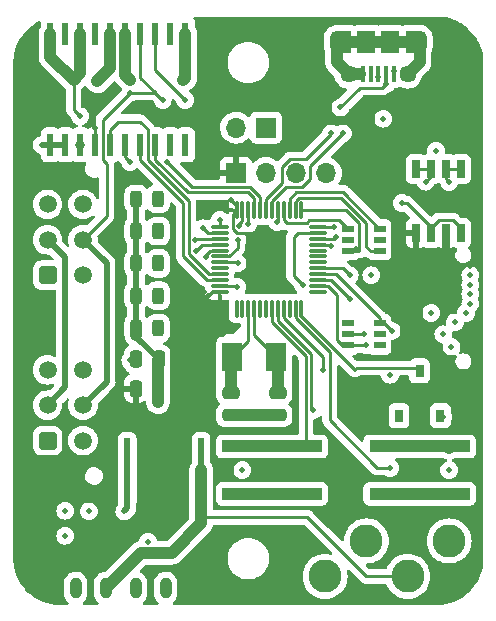
<source format=gbr>
%TF.GenerationSoftware,KiCad,Pcbnew,7.0.2*%
%TF.CreationDate,2023-09-23T15:20:02-05:00*%
%TF.ProjectId,BPS-PeripheralSOM,4250532d-5065-4726-9970-686572616c53,rev?*%
%TF.SameCoordinates,Original*%
%TF.FileFunction,Copper,L1,Top*%
%TF.FilePolarity,Positive*%
%FSLAX46Y46*%
G04 Gerber Fmt 4.6, Leading zero omitted, Abs format (unit mm)*
G04 Created by KiCad (PCBNEW 7.0.2) date 2023-09-23 15:20:02*
%MOMM*%
%LPD*%
G01*
G04 APERTURE LIST*
G04 Aperture macros list*
%AMRoundRect*
0 Rectangle with rounded corners*
0 $1 Rounding radius*
0 $2 $3 $4 $5 $6 $7 $8 $9 X,Y pos of 4 corners*
0 Add a 4 corners polygon primitive as box body*
4,1,4,$2,$3,$4,$5,$6,$7,$8,$9,$2,$3,0*
0 Add four circle primitives for the rounded corners*
1,1,$1+$1,$2,$3*
1,1,$1+$1,$4,$5*
1,1,$1+$1,$6,$7*
1,1,$1+$1,$8,$9*
0 Add four rect primitives between the rounded corners*
20,1,$1+$1,$2,$3,$4,$5,0*
20,1,$1+$1,$4,$5,$6,$7,0*
20,1,$1+$1,$6,$7,$8,$9,0*
20,1,$1+$1,$8,$9,$2,$3,0*%
G04 Aperture macros list end*
%TA.AperFunction,ComponentPad*%
%ADD10C,2.800000*%
%TD*%
%TA.AperFunction,SMDPad,CuDef*%
%ADD11R,2.750000X1.000000*%
%TD*%
%TA.AperFunction,SMDPad,CuDef*%
%ADD12RoundRect,0.250000X-0.475000X0.250000X-0.475000X-0.250000X0.475000X-0.250000X0.475000X0.250000X0*%
%TD*%
%TA.AperFunction,ComponentPad*%
%ADD13R,1.700000X1.700000*%
%TD*%
%TA.AperFunction,ComponentPad*%
%ADD14O,1.700000X1.700000*%
%TD*%
%TA.AperFunction,SMDPad,CuDef*%
%ADD15R,0.650000X1.528000*%
%TD*%
%TA.AperFunction,SMDPad,CuDef*%
%ADD16R,1.700000X2.400000*%
%TD*%
%TA.AperFunction,SMDPad,CuDef*%
%ADD17RoundRect,0.243750X-0.243750X-0.456250X0.243750X-0.456250X0.243750X0.456250X-0.243750X0.456250X0*%
%TD*%
%TA.AperFunction,SMDPad,CuDef*%
%ADD18RoundRect,0.075000X0.075000X-0.662500X0.075000X0.662500X-0.075000X0.662500X-0.075000X-0.662500X0*%
%TD*%
%TA.AperFunction,SMDPad,CuDef*%
%ADD19RoundRect,0.075000X0.662500X-0.075000X0.662500X0.075000X-0.662500X0.075000X-0.662500X-0.075000X0*%
%TD*%
%TA.AperFunction,SMDPad,CuDef*%
%ADD20R,0.600000X1.950000*%
%TD*%
%TA.AperFunction,SMDPad,CuDef*%
%ADD21R,0.762000X1.117600*%
%TD*%
%TA.AperFunction,SMDPad,CuDef*%
%ADD22RoundRect,0.250000X-0.250000X-0.475000X0.250000X-0.475000X0.250000X0.475000X-0.250000X0.475000X0*%
%TD*%
%TA.AperFunction,ComponentPad*%
%ADD23RoundRect,0.250001X0.499999X-0.499999X0.499999X0.499999X-0.499999X0.499999X-0.499999X-0.499999X0*%
%TD*%
%TA.AperFunction,ComponentPad*%
%ADD24C,1.500000*%
%TD*%
%TA.AperFunction,ComponentPad*%
%ADD25O,1.000000X1.800000*%
%TD*%
%TA.AperFunction,SMDPad,CuDef*%
%ADD26R,0.400000X1.350000*%
%TD*%
%TA.AperFunction,ComponentPad*%
%ADD27O,1.200000X1.900000*%
%TD*%
%TA.AperFunction,SMDPad,CuDef*%
%ADD28R,1.200000X1.900000*%
%TD*%
%TA.AperFunction,ComponentPad*%
%ADD29C,1.450000*%
%TD*%
%TA.AperFunction,SMDPad,CuDef*%
%ADD30R,1.500000X1.900000*%
%TD*%
%TA.AperFunction,SMDPad,CuDef*%
%ADD31R,0.558800X5.410200*%
%TD*%
%TA.AperFunction,SMDPad,CuDef*%
%ADD32R,1.003300X0.558800*%
%TD*%
%TA.AperFunction,ViaPad*%
%ADD33C,0.800000*%
%TD*%
%TA.AperFunction,ViaPad*%
%ADD34C,0.500000*%
%TD*%
%TA.AperFunction,Conductor*%
%ADD35C,1.000000*%
%TD*%
%TA.AperFunction,Conductor*%
%ADD36C,0.500000*%
%TD*%
%TA.AperFunction,Conductor*%
%ADD37C,0.250000*%
%TD*%
%TA.AperFunction,Conductor*%
%ADD38C,0.650000*%
%TD*%
G04 APERTURE END LIST*
D10*
%TO.P,TP4,1,1*%
%TO.N,GNDPWR*%
X137000000Y-84500000D03*
%TD*%
D11*
%TO.P,SW5,1,1*%
%TO.N,GND*%
X137375000Y-80500000D03*
X131625000Y-80500000D03*
%TO.P,SW5,2,2*%
%TO.N,Net-(C5-Pad1)*%
X137375000Y-76500000D03*
X131625000Y-76500000D03*
%TD*%
D12*
%TO.P,C22,1*%
%TO.N,/OSC_OUT*%
X122500000Y-71950000D03*
%TO.P,C22,2*%
%TO.N,GND*%
X122500000Y-73850000D03*
%TD*%
D13*
%TO.P,J1,1,Pin_1*%
%TO.N,+3.3V*%
X118950000Y-53350000D03*
D14*
%TO.P,J1,2,Pin_2*%
%TO.N,/SWCLK*%
X121490000Y-53350000D03*
%TO.P,J1,3,Pin_3*%
%TO.N,/SWDIO*%
X124030000Y-53350000D03*
%TO.P,J1,4,Pin_4*%
%TO.N,GND*%
X126570000Y-53350000D03*
%TD*%
D15*
%TO.P,IC1,1,1SOURCE*%
%TO.N,+3.3V*%
X134190000Y-58422000D03*
%TO.P,IC1,2,1GATE*%
%TO.N,Net-(IC1-1GATE)*%
X135460000Y-58422000D03*
%TO.P,IC1,3,2SOURCE*%
%TO.N,+3.3V*%
X136730000Y-58422000D03*
%TO.P,IC1,4,2GATE*%
%TO.N,Net-(IC1-1GATE)*%
X138000000Y-58422000D03*
%TO.P,IC1,5,2DRAIN_1*%
%TO.N,Net-(IC1-2DRAIN_1)*%
X138000000Y-53000000D03*
%TO.P,IC1,6,2DRAIN_2*%
X136730000Y-53000000D03*
%TO.P,IC1,7,1DRAIN_1*%
%TO.N,Net-(IC1-1DRAIN_1)*%
X135460000Y-53000000D03*
%TO.P,IC1,8,1DRAIN_2*%
X134190000Y-53000000D03*
%TD*%
D16*
%TO.P,Y1,1,1*%
%TO.N,/OSC_IN*%
X118650000Y-68900000D03*
%TO.P,Y1,2,2*%
%TO.N,/OSC_OUT*%
X122350000Y-68900000D03*
%TD*%
D17*
%TO.P,D14,1,K*%
%TO.N,GND*%
X110500000Y-58269450D03*
%TO.P,D14,2,A*%
%TO.N,Net-(D14-A)*%
X112375000Y-58269450D03*
%TD*%
D13*
%TO.P,JP1,1,1*%
%TO.N,/CAN_L*%
X121500000Y-49500000D03*
D14*
%TO.P,JP1,2,2*%
%TO.N,/CAN/TERM_H*%
X118960000Y-49500000D03*
%TD*%
D10*
%TO.P,TP6,1,1*%
%TO.N,GND*%
X130000000Y-84500000D03*
%TD*%
D18*
%TO.P,U1,1,VBAT*%
%TO.N,unconnected-(U1-VBAT-Pad1)*%
X119000000Y-64825000D03*
%TO.P,U1,2,PC13*%
%TO.N,unconnected-(U1-PC13-Pad2)*%
X119500000Y-64825000D03*
%TO.P,U1,3,PC14*%
%TO.N,/OSC_IN*%
X120000000Y-64825000D03*
%TO.P,U1,4,PC15*%
%TO.N,/OSC_OUT*%
X120500000Y-64825000D03*
%TO.P,U1,5,PH0*%
%TO.N,unconnected-(U1-PH0-Pad5)*%
X121000000Y-64825000D03*
%TO.P,U1,6,PH1*%
%TO.N,unconnected-(U1-PH1-Pad6)*%
X121500000Y-64825000D03*
%TO.P,U1,7,NRST*%
%TO.N,/NRST*%
X122000000Y-64825000D03*
%TO.P,U1,8,VSSA*%
%TO.N,GNDA*%
X122500000Y-64825000D03*
%TO.P,U1,9,VDDA*%
%TO.N,VDDA*%
X123000000Y-64825000D03*
%TO.P,U1,10,PA0*%
%TO.N,unconnected-(U1-PA0-Pad10)*%
X123500000Y-64825000D03*
%TO.P,U1,11,PA1*%
%TO.N,/PA1*%
X124000000Y-64825000D03*
%TO.P,U1,12,PA2*%
%TO.N,/PA2*%
X124500000Y-64825000D03*
D19*
%TO.P,U1,13,PA3*%
%TO.N,unconnected-(U1-PA3-Pad13)*%
X125912500Y-63412500D03*
%TO.P,U1,14,PA4*%
%TO.N,/SPI1_NSS*%
X125912500Y-62912500D03*
%TO.P,U1,15,PA5*%
%TO.N,Net-(U1-PA5)*%
X125912500Y-62412500D03*
%TO.P,U1,16,PA6*%
%TO.N,/SPI1_MISO*%
X125912500Y-61912500D03*
%TO.P,U1,17,PA7*%
%TO.N,Net-(U1-PA7)*%
X125912500Y-61412500D03*
%TO.P,U1,18,PB0*%
%TO.N,unconnected-(U1-PB0-Pad18)*%
X125912500Y-60912500D03*
%TO.P,U1,19,PB1*%
%TO.N,unconnected-(U1-PB1-Pad19)*%
X125912500Y-60412500D03*
%TO.P,U1,20,PB2*%
%TO.N,unconnected-(U1-PB2-Pad20)*%
X125912500Y-59912500D03*
%TO.P,U1,21,PB10*%
%TO.N,/I2C2_SCL*%
X125912500Y-59412500D03*
%TO.P,U1,22,PB11*%
%TO.N,/I2C2_SDA*%
X125912500Y-58912500D03*
%TO.P,U1,23,VSS*%
%TO.N,GND*%
X125912500Y-58412500D03*
%TO.P,U1,24,VDD*%
%TO.N,+3.3V*%
X125912500Y-57912500D03*
D18*
%TO.P,U1,25,PB12*%
%TO.N,/SPI2_NSS*%
X124500000Y-56500000D03*
%TO.P,U1,26,PB13*%
%TO.N,/SPI2_SCK*%
X124000000Y-56500000D03*
%TO.P,U1,27,PB14*%
%TO.N,/SPI2_MISO*%
X123500000Y-56500000D03*
%TO.P,U1,28,PB15*%
%TO.N,/SPI2_MOSI*%
X123000000Y-56500000D03*
%TO.P,U1,29,PA8*%
%TO.N,/PA8*%
X122500000Y-56500000D03*
%TO.P,U1,30,PA9*%
%TO.N,/USART1_TX*%
X122000000Y-56500000D03*
%TO.P,U1,31,PA10*%
%TO.N,/USART1_RX*%
X121500000Y-56500000D03*
%TO.P,U1,32,PA11*%
%TO.N,/SILENT*%
X121000000Y-56500000D03*
%TO.P,U1,33,PA12*%
%TO.N,/STDBY*%
X120500000Y-56500000D03*
%TO.P,U1,34,PA13*%
%TO.N,/SWDIO*%
X120000000Y-56500000D03*
%TO.P,U1,35,VSS*%
%TO.N,GND*%
X119500000Y-56500000D03*
%TO.P,U1,36,VDD*%
%TO.N,+3.3V*%
X119000000Y-56500000D03*
D19*
%TO.P,U1,37,PA14*%
%TO.N,/SWCLK*%
X117587500Y-57912500D03*
%TO.P,U1,38,PA15*%
%TO.N,/PA15*%
X117587500Y-58412500D03*
%TO.P,U1,39,PB3*%
%TO.N,/PB3*%
X117587500Y-58912500D03*
%TO.P,U1,40,PB4*%
%TO.N,/PB4*%
X117587500Y-59412500D03*
%TO.P,U1,41,PB5*%
%TO.N,/PB5*%
X117587500Y-59912500D03*
%TO.P,U1,42,PB6*%
%TO.N,/I2C1_SCL*%
X117587500Y-60412500D03*
%TO.P,U1,43,PB7*%
%TO.N,/I2C1_SDA*%
X117587500Y-60912500D03*
%TO.P,U1,44,PH3*%
%TO.N,unconnected-(U1-PH3-Pad44)*%
X117587500Y-61412500D03*
%TO.P,U1,45,PB8*%
%TO.N,/CAN_RX*%
X117587500Y-61912500D03*
%TO.P,U1,46,PB9*%
%TO.N,/CAN_TX*%
X117587500Y-62412500D03*
%TO.P,U1,47,VSS*%
%TO.N,GND*%
X117587500Y-62912500D03*
%TO.P,U1,48,VDD*%
%TO.N,+3.3V*%
X117587500Y-63412500D03*
%TD*%
D11*
%TO.P,SW1,1,1*%
%TO.N,/NRST*%
X119125000Y-76500000D03*
X124875000Y-76500000D03*
%TO.P,SW1,2,2*%
%TO.N,GND*%
X119125000Y-80500000D03*
X124875000Y-80500000D03*
%TD*%
D20*
%TO.P,U7,1,GND_In*%
%TO.N,GND*%
X103235000Y-50962500D03*
%TO.P,U7,2,GND_In*%
X104505000Y-50962500D03*
%TO.P,U7,3,V_In*%
%TO.N,+5V*%
X105775000Y-50962500D03*
%TO.P,U7,4,V_IO*%
%TO.N,+3.3V*%
X107045000Y-50962500D03*
%TO.P,U7,5,RX*%
%TO.N,/CAN_RX*%
X108315000Y-50962500D03*
%TO.P,U7,6,SILENT*%
%TO.N,/SILENT*%
X109585000Y-50962500D03*
%TO.P,U7,7,TX*%
%TO.N,/CAN_TX*%
X110855000Y-50962500D03*
%TO.P,U7,8,STDBY*%
%TO.N,/STDBY*%
X112125000Y-50962500D03*
%TO.P,U7,9,AUX_In*%
%TO.N,unconnected-(U7-AUX_In-Pad9)*%
X113395000Y-50962500D03*
%TO.P,U7,10,GND_In*%
%TO.N,GND*%
X114665000Y-50962500D03*
%TO.P,U7,11,GND_ISO_In*%
%TO.N,GND1*%
X114665000Y-41562500D03*
%TO.P,U7,12,RS*%
%TO.N,/CAN/RSlope*%
X113395000Y-41562500D03*
%TO.P,U7,13,CAN_L*%
%TO.N,/CAN_L*%
X112125000Y-41562500D03*
%TO.P,U7,14,CAN_H*%
%TO.N,/CAN_H*%
X110855000Y-41562500D03*
%TO.P,U7,15,GND_ISO_In*%
%TO.N,GND1*%
X109585000Y-41562500D03*
%TO.P,U7,16,V_ISO_In*%
%TO.N,/V_CAN_IN*%
X108315000Y-41562500D03*
%TO.P,U7,17,AUX_Out*%
%TO.N,unconnected-(U7-AUX_Out-Pad17)*%
X107045000Y-41562500D03*
%TO.P,U7,18,GND_ISO_Out*%
%TO.N,/CAN/GND_ISO_Out*%
X105775000Y-41562500D03*
%TO.P,U7,19,V_ISO_Out*%
%TO.N,/CAN/V_ISO_Out*%
X104505000Y-41562500D03*
%TO.P,U7,20,GND_ISO_Out*%
%TO.N,/CAN/GND_ISO_Out*%
X103235000Y-41562500D03*
%TD*%
D21*
%TO.P,SW2,1,A*%
%TO.N,unconnected-(SW2-A-Pad1)*%
X132749998Y-73892300D03*
%TO.P,SW2,2,B*%
%TO.N,/PA2*%
X134500000Y-70107700D03*
%TO.P,SW2,3,C*%
%TO.N,GND*%
X136250002Y-73892300D03*
%TD*%
D22*
%TO.P,C3,1*%
%TO.N,+3.3V*%
X110450000Y-71600000D03*
%TO.P,C3,2*%
%TO.N,GND*%
X112350000Y-71600000D03*
%TD*%
D17*
%TO.P,D12,1,K*%
%TO.N,GND*%
X110500000Y-63730550D03*
%TO.P,D12,2,A*%
%TO.N,Net-(D12-A)*%
X112375000Y-63730550D03*
%TD*%
D12*
%TO.P,C21,1*%
%TO.N,/OSC_IN*%
X118500000Y-71950000D03*
%TO.P,C21,2*%
%TO.N,GND*%
X118500000Y-73850000D03*
%TD*%
D23*
%TO.P,J2,1,Pin_1*%
%TO.N,GNDPWR*%
X103000000Y-62000000D03*
D24*
%TO.P,J2,2,Pin_2*%
%TO.N,/CAN_L*%
X103000000Y-59000000D03*
%TO.P,J2,3,Pin_3*%
%TO.N,GND1*%
X103000000Y-56000000D03*
%TO.P,J2,4,Pin_4*%
%TO.N,/V_CAN_IN*%
X106000000Y-62000000D03*
%TO.P,J2,5,Pin_5*%
%TO.N,/CAN_H*%
X106000000Y-59000000D03*
%TO.P,J2,6,Pin_6*%
%TO.N,/5V_Ext*%
X106000000Y-56000000D03*
%TD*%
D25*
%TO.P,U2,1,-Vin*%
%TO.N,GNDPWR*%
X105380000Y-88500000D03*
%TO.P,U2,2,+Vin*%
%TO.N,Net-(Q1-D)*%
X107920000Y-88500000D03*
%TO.P,U2,3,-Vout*%
%TO.N,GND*%
X110460000Y-88500000D03*
%TO.P,U2,4,+Vout*%
%TO.N,+5V*%
X113000000Y-88500000D03*
%TD*%
D17*
%TO.P,D2,1,K*%
%TO.N,GND*%
X110500000Y-66500000D03*
%TO.P,D2,2,A*%
%TO.N,Net-(D2-A)*%
X112375000Y-66500000D03*
%TD*%
D26*
%TO.P,J3,1,VBUS*%
%TO.N,Net-(J3-VBUS)*%
X132300000Y-44962500D03*
%TO.P,J3,2,D-*%
%TO.N,Net-(J3-D-)*%
X131650000Y-44962500D03*
%TO.P,J3,3,D+*%
%TO.N,Net-(J3-D+)*%
X131000000Y-44962500D03*
%TO.P,J3,4,ID*%
%TO.N,unconnected-(J3-ID-Pad4)*%
X130350000Y-44962500D03*
%TO.P,J3,5,GND*%
%TO.N,GND*%
X129700000Y-44962500D03*
D27*
%TO.P,J3,6,Shield*%
X134500000Y-42262500D03*
D28*
X133900000Y-42262500D03*
D29*
X133500000Y-44962500D03*
D30*
X132000000Y-42262500D03*
X130000000Y-42262500D03*
D29*
X128500000Y-44962500D03*
D28*
X128100000Y-42262500D03*
D27*
X127500000Y-42262500D03*
%TD*%
D17*
%TO.P,D4,1,K*%
%TO.N,GND*%
X110500000Y-55538900D03*
%TO.P,D4,2,A*%
%TO.N,Net-(D4-A)*%
X112375000Y-55538900D03*
%TD*%
D31*
%TO.P,C1,1*%
%TO.N,Net-(Q1-D)*%
X116000000Y-78500000D03*
%TO.P,C1,2*%
%TO.N,GNDPWR*%
X109751600Y-78500000D03*
%TD*%
D10*
%TO.P,TP5,1,1*%
%TO.N,+5V*%
X126500000Y-87500000D03*
%TD*%
%TO.P,TP3,1,1*%
%TO.N,Net-(Q1-D)*%
X133500000Y-87500000D03*
%TD*%
D32*
%TO.P,CR2,1,1*%
%TO.N,/SPI1_SCK*%
X128400000Y-66049999D03*
%TO.P,CR2,2,2*%
%TO.N,GND*%
X128400000Y-67000000D03*
%TO.P,CR2,3,3*%
%TO.N,/SPI1_NSS*%
X128400000Y-67950001D03*
%TO.P,CR2,4,4*%
%TO.N,/SPI1_MOSI*%
X131105100Y-67950001D03*
%TO.P,CR2,5,5*%
%TO.N,unconnected-(CR2-Pad5)*%
X131105100Y-67000000D03*
%TO.P,CR2,6,6*%
%TO.N,/SPI1_MISO*%
X131105100Y-66049999D03*
%TD*%
D23*
%TO.P,J5,1,Pin_1*%
%TO.N,GNDPWR*%
X103000000Y-76000000D03*
D24*
%TO.P,J5,2,Pin_2*%
%TO.N,/CAN_L*%
X103000000Y-73000000D03*
%TO.P,J5,3,Pin_3*%
%TO.N,GND1*%
X103000000Y-70000000D03*
%TO.P,J5,4,Pin_4*%
%TO.N,/V_CAN_IN*%
X106000000Y-76000000D03*
%TO.P,J5,5,Pin_5*%
%TO.N,/CAN_H*%
X106000000Y-73000000D03*
%TO.P,J5,6,Pin_6*%
%TO.N,/5V_Ext*%
X106000000Y-70000000D03*
%TD*%
D32*
%TO.P,CR1,1,1*%
%TO.N,/SPI2_MOSI*%
X128400000Y-58049999D03*
%TO.P,CR1,2,2*%
%TO.N,GND*%
X128400000Y-59000000D03*
%TO.P,CR1,3,3*%
%TO.N,/SPI2_NSS*%
X128400000Y-59950001D03*
%TO.P,CR1,4,4*%
%TO.N,/SPI2_SCK*%
X131105100Y-59950001D03*
%TO.P,CR1,5,5*%
%TO.N,unconnected-(CR1-Pad5)*%
X131105100Y-59000000D03*
%TO.P,CR1,6,6*%
%TO.N,/SPI2_MISO*%
X131105100Y-58049999D03*
%TD*%
D17*
%TO.P,D13,1,K*%
%TO.N,GND*%
X110500000Y-61000000D03*
%TO.P,D13,2,A*%
%TO.N,Net-(D13-A)*%
X112375000Y-61000000D03*
%TD*%
D22*
%TO.P,C2,1*%
%TO.N,+5V*%
X110500000Y-69100000D03*
%TO.P,C2,2*%
%TO.N,GND*%
X112400000Y-69100000D03*
%TD*%
D33*
%TO.N,+5V*%
X105775000Y-50962500D03*
D34*
X110000000Y-69200000D03*
X137200000Y-68050000D03*
%TO.N,GND*%
X129800000Y-67000000D03*
X135503987Y-65192160D03*
X114665000Y-50962500D03*
X134500000Y-80500000D03*
X135890000Y-51450000D03*
X124620326Y-62829674D03*
X131437500Y-48750000D03*
X119050000Y-63000000D03*
X136500000Y-74000000D03*
X137000000Y-78500000D03*
X112350000Y-72750000D03*
X128500000Y-59000000D03*
X119500000Y-78500000D03*
X138800000Y-62000000D03*
X118500000Y-73850000D03*
X119250000Y-57850500D03*
X121500000Y-80500000D03*
X102500000Y-50962500D03*
%TO.N,+3.3V*%
X118550000Y-55650000D03*
X110450000Y-71600000D03*
X120900000Y-63000000D03*
X133062035Y-47138988D03*
X138800000Y-61200000D03*
X116300000Y-68450000D03*
X137000000Y-64374500D03*
X131000000Y-55912500D03*
X136000000Y-48700000D03*
X116550500Y-63769712D03*
X123968518Y-69000000D03*
X120912500Y-59000000D03*
X107000000Y-49562500D03*
X116350000Y-73900000D03*
X116500000Y-71500000D03*
X127294543Y-57887678D03*
%TO.N,/NRST*%
X119500000Y-76600000D03*
%TO.N,GNDPWR*%
X109500000Y-82000000D03*
%TO.N,/PB4*%
X115543483Y-59981017D03*
%TO.N,/PB5*%
X116400500Y-60500000D03*
%TO.N,/SPI2_MOSI*%
X128400000Y-58049999D03*
%TO.N,/SPI2_NSS*%
X129131233Y-59818767D03*
%TO.N,/SPI2_SCK*%
X131105100Y-59950001D03*
%TO.N,/SPI2_MISO*%
X131100026Y-58079573D03*
%TO.N,/SPI1_SCK*%
X128400000Y-66049999D03*
%TO.N,/SPI1_NSS*%
X129954641Y-67945359D03*
%TO.N,/SPI1_MOSI*%
X131105100Y-67950001D03*
X130412500Y-62000000D03*
%TO.N,/SPI1_MISO*%
X132122872Y-66701627D03*
%TO.N,/5V_Ext*%
X104500000Y-81937500D03*
%TO.N,/PA1*%
X132000000Y-78325000D03*
%TO.N,Net-(D2-A)*%
X112200000Y-66386100D03*
%TO.N,/PB3*%
X115524500Y-59000000D03*
%TO.N,/SWCLK*%
X117587500Y-57300000D03*
%TO.N,/SWDIO*%
X120000000Y-57700000D03*
%TO.N,/I2C1_SCL*%
X119087500Y-59000000D03*
X137500000Y-66000000D03*
%TO.N,/I2C1_SDA*%
X136500000Y-67000000D03*
X119087500Y-61000000D03*
%TO.N,/I2C2_SCL*%
X138800000Y-63600000D03*
X127000000Y-59500000D03*
%TO.N,/CAN/RSlope*%
X113395000Y-41562500D03*
%TO.N,Net-(U1-PA5)*%
X128587500Y-64000000D03*
%TO.N,Net-(U1-PA7)*%
X128587500Y-62000000D03*
%TO.N,/USART1_TX*%
X128000000Y-50000000D03*
%TO.N,/USART1_RX*%
X127000000Y-50000000D03*
%TO.N,/SILENT*%
X110003246Y-52418246D03*
X113149431Y-52425500D03*
%TO.N,GNDA*%
X132000000Y-70425500D03*
X138429500Y-65200000D03*
X125500000Y-73400000D03*
%TO.N,VDDA*%
X126337500Y-70062500D03*
X138800000Y-64400000D03*
%TO.N,/PowerDist/5V_Ferrite*%
X104500000Y-84062500D03*
X106500000Y-82000000D03*
X111500000Y-84550000D03*
%TO.N,/V_CAN_IN*%
X108315000Y-41562500D03*
X107200000Y-45575000D03*
D33*
%TO.N,GND1*%
X110000000Y-45462500D03*
X114500000Y-45462500D03*
D34*
%TO.N,/CAN/V_ISO_Out*%
X104505000Y-41562500D03*
%TO.N,/CAN/GND_ISO_Out*%
X105746375Y-48538876D03*
D33*
X105200000Y-45462500D03*
D34*
%TO.N,/CAN_H*%
X112750000Y-47162500D03*
X109998882Y-46533203D03*
%TO.N,/CAN_L*%
X114650000Y-47162500D03*
%TO.N,/PA15*%
X116168500Y-58031500D03*
%TO.N,Net-(J3-VBUS)*%
X132300000Y-44677575D03*
%TO.N,Net-(J3-D-)*%
X127800000Y-47800000D03*
X131650000Y-45837500D03*
%TO.N,Net-(J3-D+)*%
X131000000Y-45252075D03*
%TO.N,Net-(D14-A)*%
X112200000Y-58386100D03*
%TO.N,Net-(D13-A)*%
X112200000Y-60986100D03*
%TO.N,Net-(D12-A)*%
X112200000Y-63786100D03*
%TO.N,Net-(C5-Pad1)*%
X132000000Y-76500000D03*
X137000000Y-76600000D03*
%TO.N,Net-(D4-A)*%
X112200000Y-55586100D03*
D33*
%TO.N,Net-(Q1-D)*%
X113500000Y-85500000D03*
D34*
%TO.N,/PA8*%
X122465423Y-57513610D03*
%TO.N,Net-(IC1-1GATE)*%
X133000000Y-55900000D03*
%TO.N,/I2C2_SDA*%
X127448848Y-58800497D03*
X138800000Y-62800000D03*
%TO.N,Net-(IC1-2DRAIN_1)*%
X137000000Y-54100000D03*
%TO.N,Net-(IC1-1DRAIN_1)*%
X135000000Y-54087500D03*
%TD*%
D35*
%TO.N,GND*%
X118500000Y-73850000D02*
X122500000Y-73850000D01*
X134500000Y-43962500D02*
X133500000Y-44962500D01*
D36*
X102500000Y-50962500D02*
X103235000Y-50962500D01*
D37*
X123837500Y-62046848D02*
X123837500Y-58761827D01*
D36*
X103235000Y-50962500D02*
X104505000Y-50962500D01*
D35*
X130000000Y-42262500D02*
X132000000Y-42262500D01*
X134500000Y-80500000D02*
X131625000Y-80500000D01*
D37*
X136392300Y-73892300D02*
X136500000Y-74000000D01*
X118962500Y-62912500D02*
X119050000Y-63000000D01*
X124186827Y-58412500D02*
X125912500Y-58412500D01*
D35*
X121500000Y-80500000D02*
X124875000Y-80500000D01*
X112350000Y-72750000D02*
X112350000Y-69150000D01*
X137375000Y-80500000D02*
X134500000Y-80500000D01*
D36*
X128400000Y-59000000D02*
X128500000Y-59000000D01*
D37*
X119250000Y-57636827D02*
X119500000Y-57386827D01*
D36*
X110500000Y-67200000D02*
X110500000Y-55538900D01*
D37*
X123837500Y-58761827D02*
X124186827Y-58412500D01*
X136250002Y-73892300D02*
X136392300Y-73892300D01*
D35*
X110500000Y-67031497D02*
X110500000Y-66500000D01*
X119125000Y-80500000D02*
X121500000Y-80500000D01*
X128500000Y-44962500D02*
X129450000Y-44962500D01*
X132000000Y-42262500D02*
X134500000Y-42262500D01*
D37*
X124620326Y-62829674D02*
X123837500Y-62046848D01*
D35*
X127500000Y-42262500D02*
X127500000Y-43962500D01*
D37*
X128400000Y-67000000D02*
X129800000Y-67000000D01*
D35*
X127500000Y-43962500D02*
X128500000Y-44962500D01*
X127500000Y-42262500D02*
X130000000Y-42262500D01*
D37*
X119250000Y-57850500D02*
X119250000Y-57636827D01*
X119500000Y-57386827D02*
X119500000Y-56500000D01*
X117587500Y-62912500D02*
X118962500Y-62912500D01*
D36*
X112400000Y-69100000D02*
X110500000Y-67200000D01*
D35*
X134500000Y-42262500D02*
X134500000Y-43962500D01*
D37*
%TO.N,+3.3V*%
X107045000Y-49607500D02*
X107000000Y-49562500D01*
X120337500Y-58425000D02*
X120912500Y-59000000D01*
X119000000Y-56100000D02*
X119000000Y-56500000D01*
X107045000Y-50962500D02*
X107045000Y-49607500D01*
X117587500Y-63412500D02*
X116907712Y-63412500D01*
X118675000Y-56825000D02*
X118675000Y-58088673D01*
X127269721Y-57912500D02*
X127294543Y-57887678D01*
D38*
X136730000Y-58422000D02*
X136730000Y-59870000D01*
D37*
X119011327Y-58425000D02*
X120337500Y-58425000D01*
X118675000Y-58088673D02*
X119011327Y-58425000D01*
X125912500Y-57912500D02*
X127269721Y-57912500D01*
X116907712Y-63412500D02*
X116550500Y-63769712D01*
X118550000Y-55650000D02*
X119000000Y-56100000D01*
X119000000Y-56500000D02*
X118675000Y-56825000D01*
D35*
%TO.N,/NRST*%
X119125000Y-76500000D02*
X124875000Y-76500000D01*
D37*
X122000000Y-64825000D02*
X122000000Y-66000000D01*
X122000000Y-66000000D02*
X124875000Y-68875000D01*
X124875000Y-68875000D02*
X124875000Y-76500000D01*
D36*
%TO.N,GNDPWR*%
X109500000Y-82000000D02*
X109751600Y-81748400D01*
X109751600Y-81748400D02*
X109751600Y-78500000D01*
D37*
%TO.N,/OSC_IN*%
X120000000Y-64825000D02*
X120000000Y-67550000D01*
D35*
X118500000Y-71950000D02*
X118500000Y-69050000D01*
D37*
X120000000Y-67550000D02*
X118650000Y-68900000D01*
%TO.N,/OSC_OUT*%
X120500000Y-64825000D02*
X120500000Y-67050000D01*
D35*
X122500000Y-71950000D02*
X122500000Y-69050000D01*
X122500000Y-68650000D02*
X122350000Y-68500000D01*
D37*
X122000000Y-68500000D02*
X122350000Y-68500000D01*
X120500000Y-67050000D02*
X122350000Y-68900000D01*
%TO.N,/PB4*%
X116112000Y-59412500D02*
X117587500Y-59412500D01*
X115543483Y-59981017D02*
X116112000Y-59412500D01*
%TO.N,/PB5*%
X116784315Y-59912500D02*
X117587500Y-59912500D01*
X116400500Y-60296315D02*
X116784315Y-59912500D01*
X116400500Y-60500000D02*
X116400500Y-60296315D01*
%TO.N,/SPI2_MOSI*%
X128400000Y-58049999D02*
X127662679Y-57312678D01*
X123259315Y-57562500D02*
X123000000Y-57303185D01*
X123000000Y-57303185D02*
X123000000Y-56500000D01*
X127662679Y-57312678D02*
X125174822Y-57312678D01*
X125174822Y-57312678D02*
X124925000Y-57562500D01*
X124925000Y-57562500D02*
X123259315Y-57562500D01*
%TO.N,/SPI2_NSS*%
X128263604Y-56500000D02*
X124500000Y-56500000D01*
X129382946Y-59950001D02*
X129382946Y-57619342D01*
X129382946Y-57619342D02*
X128263604Y-56500000D01*
X128400000Y-59950001D02*
X129382946Y-59950001D01*
%TO.N,/SPI2_SCK*%
X124259315Y-55437500D02*
X127837500Y-55437500D01*
X127837500Y-55437500D02*
X130000000Y-57600000D01*
X124000000Y-55696815D02*
X124259315Y-55437500D01*
X124000000Y-56500000D02*
X124000000Y-55696815D01*
X130000000Y-57600000D02*
X130000000Y-59596551D01*
X130353450Y-59950001D02*
X131105100Y-59950001D01*
X130000000Y-59596551D02*
X130353450Y-59950001D01*
%TO.N,/SPI2_MISO*%
X123500000Y-56500000D02*
X123500000Y-55560419D01*
X131100026Y-58044925D02*
X128042601Y-54987500D01*
X131100026Y-58079573D02*
X131100026Y-58044925D01*
X123530210Y-55530210D02*
X124072919Y-54987500D01*
X128042601Y-54987500D02*
X124072919Y-54987500D01*
%TO.N,/SPI1_NSS*%
X126715685Y-62912500D02*
X127500000Y-63696815D01*
X129954641Y-67945359D02*
X129949999Y-67950001D01*
X129949999Y-67950001D02*
X128400000Y-67950001D01*
X127500000Y-67500000D02*
X127950001Y-67950001D01*
X127500000Y-63696815D02*
X127500000Y-67500000D01*
X125912500Y-62912500D02*
X126715685Y-62912500D01*
X127950001Y-67950001D02*
X128400000Y-67950001D01*
%TO.N,/SPI1_MISO*%
X127412500Y-61912500D02*
X131105100Y-65605100D01*
X125912500Y-61912500D02*
X127412500Y-61912500D01*
X131105100Y-65605100D02*
X131105100Y-66049999D01*
X131471244Y-66049999D02*
X131105100Y-66049999D01*
X132122872Y-66701627D02*
X131471244Y-66049999D01*
%TO.N,/PA1*%
X126900000Y-70313173D02*
X126912500Y-70300673D01*
X126912500Y-68540685D02*
X124000000Y-65628185D01*
X124000000Y-65628185D02*
X124000000Y-64825000D01*
X132000000Y-78325000D02*
X130925000Y-78325000D01*
X126900000Y-74300000D02*
X126900000Y-70313173D01*
X130925000Y-78325000D02*
X126900000Y-74300000D01*
X126912500Y-70300673D02*
X126912500Y-68540685D01*
%TO.N,/PB3*%
X115524500Y-59000000D02*
X115612000Y-58912500D01*
X115612000Y-58912500D02*
X117587500Y-58912500D01*
%TO.N,/SWCLK*%
X117587500Y-57912500D02*
X117587500Y-57300000D01*
%TO.N,/SWDIO*%
X120000000Y-57700000D02*
X120000000Y-56500000D01*
%TO.N,/I2C1_SCL*%
X119087500Y-59715684D02*
X119087500Y-59000000D01*
X118390684Y-60412500D02*
X119087500Y-59715684D01*
X117587500Y-60412500D02*
X118390684Y-60412500D01*
%TO.N,/I2C1_SDA*%
X119000000Y-60912500D02*
X117587500Y-60912500D01*
X119087500Y-61000000D02*
X119000000Y-60912500D01*
%TO.N,/I2C2_SCL*%
X125912500Y-59412500D02*
X126912500Y-59412500D01*
X126912500Y-59412500D02*
X127000000Y-59500000D01*
%TO.N,Net-(U1-PA5)*%
X127000000Y-62412500D02*
X128587500Y-64000000D01*
X125912500Y-62412500D02*
X127000000Y-62412500D01*
%TO.N,Net-(U1-PA7)*%
X125912500Y-61412500D02*
X128000000Y-61412500D01*
X128000000Y-61412500D02*
X128587500Y-62000000D01*
%TO.N,/USART1_TX*%
X125205000Y-52795000D02*
X125205000Y-53836701D01*
X124504201Y-54537500D02*
X123159315Y-54537500D01*
X122000000Y-55696815D02*
X122000000Y-56500000D01*
X125205000Y-53836701D02*
X124504201Y-54537500D01*
X123159315Y-54537500D02*
X122000000Y-55696815D01*
X128000000Y-50000000D02*
X125205000Y-52795000D01*
%TO.N,/USART1_RX*%
X127000000Y-50060419D02*
X124885419Y-52175000D01*
X122855000Y-54205419D02*
X121500000Y-55560419D01*
X122855000Y-52863299D02*
X122855000Y-54205419D01*
X127000000Y-50000000D02*
X127000000Y-50060419D01*
X121500000Y-55560419D02*
X121500000Y-56500000D01*
X123543299Y-52175000D02*
X122855000Y-52863299D01*
X124885419Y-52175000D02*
X123543299Y-52175000D01*
%TO.N,/SILENT*%
X121000000Y-55351104D02*
X121000000Y-56500000D01*
X115248931Y-54525000D02*
X120173896Y-54525000D01*
X120173896Y-54525000D02*
X121000000Y-55351104D01*
X113149431Y-52425500D02*
X115248931Y-54525000D01*
X109585000Y-52000000D02*
X110003246Y-52418246D01*
X109585000Y-50962500D02*
X109585000Y-52000000D01*
%TO.N,/STDBY*%
X120500000Y-55487500D02*
X120500000Y-56500000D01*
X114861396Y-54975000D02*
X119987500Y-54975000D01*
X112125000Y-50962500D02*
X112125000Y-52238604D01*
X112125000Y-52238604D02*
X114861396Y-54975000D01*
X119987500Y-54975000D02*
X120500000Y-55487500D01*
%TO.N,/CAN_RX*%
X111480000Y-49662500D02*
X110817500Y-49000000D01*
X109000000Y-49000000D02*
X108315000Y-49685000D01*
X114950000Y-55700000D02*
X111480000Y-52230000D01*
X110817500Y-49000000D02*
X109000000Y-49000000D01*
X117587500Y-61912500D02*
X116662500Y-61912500D01*
X114950000Y-60200000D02*
X114950000Y-55700000D01*
X108315000Y-49685000D02*
X108315000Y-50962500D01*
X116662500Y-61912500D02*
X114950000Y-60200000D01*
X111480000Y-52230000D02*
X111480000Y-49662500D01*
%TO.N,/CAN_TX*%
X116526104Y-62412500D02*
X117587500Y-62412500D01*
X110855000Y-52241396D02*
X114500000Y-55886396D01*
X114500000Y-60386396D02*
X116526104Y-62412500D01*
X114500000Y-55886396D02*
X114500000Y-60386396D01*
X110855000Y-50962500D02*
X110855000Y-52241396D01*
%TO.N,GNDA*%
X125325000Y-68688604D02*
X122500000Y-65863604D01*
X122500000Y-65863604D02*
X122500000Y-64825000D01*
X125500000Y-73400000D02*
X125325000Y-73225000D01*
X125325000Y-73225000D02*
X125325000Y-68688604D01*
%TO.N,VDDA*%
X126337500Y-70062500D02*
X126337500Y-68965685D01*
X123000000Y-65628185D02*
X123000000Y-64825000D01*
X126337500Y-68965685D02*
X123000000Y-65628185D01*
D35*
%TO.N,/V_CAN_IN*%
X108315000Y-44460000D02*
X107200000Y-45575000D01*
X108315000Y-41562500D02*
X108315000Y-44460000D01*
%TO.N,GND1*%
X114665000Y-45297500D02*
X114500000Y-45462500D01*
X109585000Y-45047500D02*
X109585000Y-41562500D01*
X114665000Y-41562500D02*
X114665000Y-45297500D01*
X110000000Y-45462500D02*
X109585000Y-45047500D01*
D37*
%TO.N,/CAN/GND_ISO_Out*%
X105200000Y-47992501D02*
X105200000Y-45462500D01*
D35*
X103235000Y-43497500D02*
X103235000Y-41562500D01*
X105775000Y-44887500D02*
X105775000Y-41562500D01*
X105200000Y-45462500D02*
X105775000Y-44887500D01*
D37*
X105746375Y-48538876D02*
X105200000Y-47992501D01*
D35*
X105200000Y-45462500D02*
X103235000Y-43497500D01*
D37*
%TO.N,/CAN_H*%
X110855000Y-45267500D02*
X112087500Y-46500000D01*
D36*
X108000000Y-61000000D02*
X106000000Y-59000000D01*
D37*
X110855000Y-41562500D02*
X110855000Y-45267500D01*
D36*
X106000000Y-73000000D02*
X108000000Y-71000000D01*
D37*
X112120703Y-46533203D02*
X112543750Y-46956250D01*
X112087500Y-46500000D02*
X112543750Y-46956250D01*
X107690000Y-52262500D02*
X108000000Y-52572500D01*
D36*
X108000000Y-71000000D02*
X108000000Y-61000000D01*
D37*
X108000000Y-57000000D02*
X106000000Y-59000000D01*
X107690000Y-48842085D02*
X107690000Y-52262500D01*
X108000000Y-52572500D02*
X108000000Y-57000000D01*
X109998882Y-46533203D02*
X107690000Y-48842085D01*
X112543750Y-46956250D02*
X112750000Y-47162500D01*
X109998882Y-46533203D02*
X112120703Y-46533203D01*
%TO.N,/CAN_L*%
X112125000Y-44637500D02*
X114650000Y-47162500D01*
X112125000Y-41562500D02*
X112125000Y-44637500D01*
D36*
X104500000Y-71500000D02*
X103000000Y-73000000D01*
X104500000Y-60500000D02*
X104500000Y-71500000D01*
X103000000Y-59000000D02*
X104500000Y-60500000D01*
D37*
%TO.N,/PA15*%
X116549500Y-58412500D02*
X117587500Y-58412500D01*
X116168500Y-58031500D02*
X116549500Y-58412500D01*
%TO.N,/PA2*%
X124500000Y-64825000D02*
X124500000Y-65491789D01*
X134500000Y-70107700D02*
X134242800Y-69850500D01*
X134242800Y-69850500D02*
X129149500Y-69850500D01*
X129149500Y-69850500D02*
X129000000Y-70000000D01*
X127362500Y-68362500D02*
X129000000Y-70000000D01*
X127362500Y-68354289D02*
X127362500Y-68362500D01*
X124500000Y-65491789D02*
X127362500Y-68354289D01*
%TO.N,Net-(J3-D-)*%
X131337500Y-46150000D02*
X129450000Y-46150000D01*
X131650000Y-45837500D02*
X131337500Y-46150000D01*
X131650000Y-44962500D02*
X131650000Y-45837500D01*
X129450000Y-46150000D02*
X127800000Y-47800000D01*
D35*
%TO.N,Net-(C5-Pad1)*%
X136900000Y-76500000D02*
X137000000Y-76600000D01*
X131625000Y-76500000D02*
X132000000Y-76500000D01*
X132000000Y-76500000D02*
X136900000Y-76500000D01*
X137100000Y-76500000D02*
X137375000Y-76500000D01*
X137000000Y-76600000D02*
X137100000Y-76500000D01*
%TO.N,Net-(Q1-D)*%
X110920000Y-85500000D02*
X113500000Y-85500000D01*
X107920000Y-88500000D02*
X110920000Y-85500000D01*
D37*
X125000000Y-82500000D02*
X130000000Y-87500000D01*
D35*
X116000000Y-82500000D02*
X116000000Y-83000000D01*
X116000000Y-83000000D02*
X113500000Y-85500000D01*
X116000000Y-78500000D02*
X116000000Y-82500000D01*
D37*
X116000000Y-82500000D02*
X125000000Y-82500000D01*
X130000000Y-87500000D02*
X134000000Y-87500000D01*
%TO.N,/PA8*%
X122500000Y-56500000D02*
X122500000Y-57479033D01*
X122500000Y-57479033D02*
X122465423Y-57513610D01*
%TO.N,Net-(IC1-1GATE)*%
X136110000Y-57333000D02*
X137333000Y-57333000D01*
X135460000Y-58422000D02*
X135460000Y-57983000D01*
X137333000Y-57333000D02*
X138000000Y-58000000D01*
X133400000Y-55900000D02*
X133000000Y-55900000D01*
X138000000Y-58000000D02*
X138000000Y-58422000D01*
X135460000Y-57960000D02*
X133400000Y-55900000D01*
X135460000Y-57983000D02*
X136110000Y-57333000D01*
X135460000Y-57983000D02*
X135460000Y-57960000D01*
%TO.N,/I2C2_SDA*%
X127336845Y-58912500D02*
X125912500Y-58912500D01*
X127448848Y-58800497D02*
X127336845Y-58912500D01*
%TO.N,Net-(IC1-2DRAIN_1)*%
X137000000Y-54100000D02*
X136730000Y-53830000D01*
X136730000Y-53830000D02*
X136730000Y-53000000D01*
X136730000Y-53000000D02*
X138000000Y-53000000D01*
%TO.N,Net-(IC1-1DRAIN_1)*%
X135000000Y-54087500D02*
X135460000Y-53627500D01*
X135460000Y-53627500D02*
X135460000Y-53000000D01*
X134190000Y-53000000D02*
X135460000Y-53000000D01*
%TD*%
%TA.AperFunction,Conductor*%
%TO.N,+3.3V*%
G36*
X136002855Y-40100632D02*
G01*
X136354083Y-40116870D01*
X136365473Y-40117926D01*
X136710864Y-40166105D01*
X136722107Y-40168207D01*
X137061578Y-40248050D01*
X137072568Y-40251177D01*
X137403244Y-40362009D01*
X137413898Y-40366137D01*
X137732922Y-40506999D01*
X137743149Y-40512091D01*
X137925184Y-40613484D01*
X138047809Y-40681786D01*
X138057547Y-40687815D01*
X138329993Y-40874445D01*
X138345249Y-40884895D01*
X138354386Y-40891796D01*
X138574344Y-41074447D01*
X138622665Y-41114572D01*
X138631129Y-41122288D01*
X138877711Y-41368870D01*
X138885427Y-41377334D01*
X139108201Y-41645610D01*
X139115104Y-41654750D01*
X139312184Y-41942452D01*
X139318213Y-41952190D01*
X139346262Y-42002547D01*
X139481682Y-42245673D01*
X139487901Y-42256837D01*
X139493006Y-42267090D01*
X139633857Y-42586088D01*
X139637995Y-42596768D01*
X139748818Y-42927418D01*
X139751952Y-42938434D01*
X139831790Y-43277884D01*
X139833895Y-43289143D01*
X139882072Y-43634519D01*
X139883129Y-43645923D01*
X139899368Y-43997143D01*
X139899500Y-44002870D01*
X139899500Y-85997128D01*
X139899368Y-86002855D01*
X139883129Y-86354076D01*
X139882072Y-86365480D01*
X139833895Y-86710856D01*
X139831790Y-86722115D01*
X139751952Y-87061565D01*
X139748818Y-87072581D01*
X139637995Y-87403231D01*
X139633857Y-87413911D01*
X139493006Y-87732909D01*
X139487901Y-87743162D01*
X139318213Y-88047809D01*
X139312184Y-88057547D01*
X139115104Y-88345249D01*
X139108201Y-88354389D01*
X138885427Y-88622665D01*
X138877711Y-88631129D01*
X138631129Y-88877711D01*
X138622665Y-88885427D01*
X138354389Y-89108201D01*
X138345249Y-89115104D01*
X138057547Y-89312184D01*
X138047809Y-89318213D01*
X137743162Y-89487901D01*
X137732909Y-89493006D01*
X137413911Y-89633857D01*
X137403231Y-89637995D01*
X137072581Y-89748818D01*
X137061565Y-89751952D01*
X136722115Y-89831790D01*
X136710856Y-89833895D01*
X136365480Y-89882072D01*
X136354076Y-89883129D01*
X136002855Y-89899368D01*
X135997128Y-89899500D01*
X113711130Y-89899500D01*
X113644091Y-89879815D01*
X113598336Y-89827011D01*
X113588392Y-89757853D01*
X113617417Y-89694297D01*
X113625697Y-89685626D01*
X113763053Y-89555059D01*
X113879295Y-89388049D01*
X113959540Y-89201058D01*
X114000500Y-89001741D01*
X114000500Y-88049258D01*
X113985074Y-87897562D01*
X113924159Y-87703412D01*
X113825409Y-87525498D01*
X113692866Y-87371105D01*
X113531958Y-87246552D01*
X113531957Y-87246551D01*
X113349272Y-87156940D01*
X113283609Y-87139939D01*
X113152285Y-87105937D01*
X113131670Y-87104891D01*
X112949062Y-87095630D01*
X112747928Y-87126443D01*
X112557113Y-87197113D01*
X112384431Y-87304745D01*
X112314623Y-87371104D01*
X112236947Y-87444941D01*
X112236946Y-87444943D01*
X112120705Y-87611950D01*
X112052382Y-87771161D01*
X112040460Y-87798942D01*
X111999500Y-87998259D01*
X111999500Y-88950742D01*
X111999816Y-88953853D01*
X111999817Y-88953865D01*
X112014926Y-89102440D01*
X112032366Y-89158024D01*
X112075841Y-89296588D01*
X112174591Y-89474502D01*
X112307134Y-89628895D01*
X112369854Y-89677444D01*
X112410818Y-89734046D01*
X112414677Y-89803809D01*
X112380208Y-89864584D01*
X112318352Y-89897076D01*
X112293952Y-89899500D01*
X111171130Y-89899500D01*
X111104091Y-89879815D01*
X111058336Y-89827011D01*
X111048392Y-89757853D01*
X111077417Y-89694297D01*
X111085697Y-89685626D01*
X111223053Y-89555059D01*
X111339295Y-89388049D01*
X111419540Y-89201058D01*
X111460500Y-89001741D01*
X111460500Y-88049258D01*
X111445074Y-87897562D01*
X111384159Y-87703412D01*
X111285409Y-87525498D01*
X111152866Y-87371105D01*
X110991958Y-87246552D01*
X110991957Y-87246551D01*
X110876891Y-87190109D01*
X110825372Y-87142912D01*
X110807547Y-87075354D01*
X110829077Y-87008885D01*
X110843813Y-86991107D01*
X111298101Y-86536819D01*
X111359425Y-86503334D01*
X111385783Y-86500500D01*
X113485721Y-86500500D01*
X113488862Y-86500539D01*
X113576363Y-86502757D01*
X113634432Y-86492348D01*
X113643736Y-86491043D01*
X113702438Y-86485074D01*
X113731467Y-86475965D01*
X113746700Y-86472226D01*
X113776653Y-86466858D01*
X113831426Y-86444978D01*
X113840301Y-86441819D01*
X113857675Y-86436367D01*
X113896588Y-86424159D01*
X113923194Y-86409390D01*
X113937362Y-86402662D01*
X113965617Y-86391377D01*
X114014879Y-86358909D01*
X114022910Y-86354043D01*
X114074502Y-86325409D01*
X114097587Y-86305589D01*
X114110114Y-86296144D01*
X114135519Y-86279402D01*
X114177251Y-86237668D01*
X114184123Y-86231300D01*
X114228895Y-86192866D01*
X114247524Y-86168798D01*
X114257883Y-86157036D01*
X114283437Y-86131482D01*
X118245500Y-86131482D01*
X118284691Y-86391507D01*
X118362202Y-86642787D01*
X118476296Y-86879707D01*
X118476297Y-86879709D01*
X118476298Y-86879710D01*
X118624430Y-87096980D01*
X118803290Y-87289746D01*
X119008883Y-87453701D01*
X119236616Y-87585183D01*
X119481402Y-87681254D01*
X119737772Y-87739769D01*
X119934346Y-87754500D01*
X119936663Y-87754500D01*
X120063337Y-87754500D01*
X120065654Y-87754500D01*
X120262228Y-87739769D01*
X120518598Y-87681254D01*
X120763384Y-87585183D01*
X120991117Y-87453701D01*
X121196710Y-87289746D01*
X121375570Y-87096980D01*
X121523702Y-86879710D01*
X121637798Y-86642788D01*
X121715308Y-86391508D01*
X121754500Y-86131482D01*
X121754500Y-85868518D01*
X121715308Y-85608492D01*
X121637798Y-85357212D01*
X121523702Y-85120290D01*
X121375570Y-84903020D01*
X121196710Y-84710254D01*
X121124885Y-84652975D01*
X120991116Y-84546298D01*
X120824404Y-84450047D01*
X120763384Y-84414817D01*
X120763383Y-84414816D01*
X120763382Y-84414816D01*
X120518600Y-84318746D01*
X120262225Y-84260230D01*
X120067968Y-84245673D01*
X120067957Y-84245672D01*
X120065654Y-84245500D01*
X119934346Y-84245500D01*
X119932043Y-84245672D01*
X119932031Y-84245673D01*
X119737774Y-84260230D01*
X119481399Y-84318746D01*
X119236617Y-84414816D01*
X119008883Y-84546298D01*
X118803290Y-84710253D01*
X118624431Y-84903018D01*
X118476296Y-85120292D01*
X118362202Y-85357212D01*
X118284691Y-85608492D01*
X118245500Y-85868517D01*
X118245500Y-86131482D01*
X114283437Y-86131482D01*
X116697391Y-83717528D01*
X116699560Y-83715413D01*
X116763053Y-83655059D01*
X116796759Y-83606630D01*
X116802428Y-83599113D01*
X116839698Y-83553407D01*
X116853783Y-83526439D01*
X116861918Y-83513015D01*
X116868373Y-83503740D01*
X116879295Y-83488049D01*
X116902568Y-83433815D01*
X116906598Y-83425331D01*
X116933908Y-83373051D01*
X116933909Y-83373049D01*
X116942278Y-83343797D01*
X116947534Y-83329032D01*
X116959540Y-83301058D01*
X116971418Y-83243256D01*
X116973649Y-83234162D01*
X116979024Y-83215380D01*
X117016392Y-83156348D01*
X117079746Y-83126886D01*
X117098237Y-83125500D01*
X124689548Y-83125500D01*
X124756587Y-83145185D01*
X124777229Y-83161819D01*
X127058244Y-85442835D01*
X127091729Y-85504158D01*
X127086745Y-85573850D01*
X127044873Y-85629783D01*
X126979409Y-85654200D01*
X126944205Y-85651682D01*
X126771161Y-85614039D01*
X126500000Y-85594644D01*
X126228838Y-85614039D01*
X125963203Y-85671823D01*
X125818956Y-85725624D01*
X125708487Y-85766828D01*
X125708484Y-85766829D01*
X125708480Y-85766831D01*
X125469891Y-85897109D01*
X125252255Y-86060031D01*
X125060031Y-86252255D01*
X124897109Y-86469891D01*
X124766831Y-86708480D01*
X124766829Y-86708484D01*
X124766828Y-86708487D01*
X124763828Y-86716531D01*
X124671823Y-86963203D01*
X124614039Y-87228838D01*
X124594644Y-87499999D01*
X124614039Y-87771161D01*
X124671823Y-88036796D01*
X124679563Y-88057547D01*
X124766828Y-88291513D01*
X124766830Y-88291517D01*
X124766831Y-88291519D01*
X124897109Y-88530108D01*
X124918438Y-88558600D01*
X125060029Y-88747742D01*
X125252258Y-88939971D01*
X125334773Y-89001741D01*
X125469891Y-89102890D01*
X125570863Y-89158024D01*
X125708487Y-89233172D01*
X125963199Y-89328175D01*
X125963202Y-89328175D01*
X125963203Y-89328176D01*
X126012852Y-89338976D01*
X126228840Y-89385961D01*
X126500000Y-89405355D01*
X126771160Y-89385961D01*
X127036801Y-89328175D01*
X127291513Y-89233172D01*
X127507739Y-89115104D01*
X127530108Y-89102890D01*
X127530109Y-89102889D01*
X127530113Y-89102887D01*
X127747742Y-88939971D01*
X127939971Y-88747742D01*
X128102887Y-88530113D01*
X128233172Y-88291513D01*
X128328175Y-88036801D01*
X128385961Y-87771160D01*
X128405355Y-87500000D01*
X128385961Y-87228840D01*
X128348317Y-87055791D01*
X128353301Y-86986102D01*
X128395173Y-86930169D01*
X128460637Y-86905752D01*
X128528910Y-86920604D01*
X128557164Y-86941755D01*
X129499196Y-87883787D01*
X129512096Y-87899888D01*
X129563223Y-87947900D01*
X129566020Y-87950611D01*
X129585529Y-87970120D01*
X129588709Y-87972587D01*
X129597571Y-87980155D01*
X129629418Y-88010062D01*
X129646972Y-88019712D01*
X129663236Y-88030396D01*
X129671494Y-88036801D01*
X129679064Y-88042673D01*
X129702517Y-88052822D01*
X129719152Y-88060021D01*
X129729631Y-88065154D01*
X129767908Y-88086197D01*
X129787306Y-88091177D01*
X129805708Y-88097477D01*
X129824104Y-88105438D01*
X129867261Y-88112273D01*
X129878664Y-88114634D01*
X129920981Y-88125500D01*
X129941016Y-88125500D01*
X129960413Y-88127026D01*
X129980196Y-88130160D01*
X130023674Y-88126050D01*
X130035344Y-88125500D01*
X131618813Y-88125500D01*
X131685852Y-88145185D01*
X131731607Y-88197989D01*
X131734994Y-88206165D01*
X131766828Y-88291515D01*
X131897109Y-88530108D01*
X131918438Y-88558600D01*
X132060029Y-88747742D01*
X132252258Y-88939971D01*
X132334773Y-89001741D01*
X132469891Y-89102890D01*
X132570863Y-89158024D01*
X132708487Y-89233172D01*
X132963199Y-89328175D01*
X132963202Y-89328175D01*
X132963203Y-89328176D01*
X133012852Y-89338976D01*
X133228840Y-89385961D01*
X133500000Y-89405355D01*
X133771160Y-89385961D01*
X134036801Y-89328175D01*
X134291513Y-89233172D01*
X134507739Y-89115104D01*
X134530108Y-89102890D01*
X134530109Y-89102889D01*
X134530113Y-89102887D01*
X134747742Y-88939971D01*
X134939971Y-88747742D01*
X135102887Y-88530113D01*
X135233172Y-88291513D01*
X135328175Y-88036801D01*
X135385961Y-87771160D01*
X135405355Y-87500000D01*
X135385961Y-87228840D01*
X135328175Y-86963199D01*
X135233172Y-86708487D01*
X135197297Y-86642787D01*
X135102890Y-86469891D01*
X135057603Y-86409395D01*
X134939971Y-86252258D01*
X134747742Y-86060029D01*
X134530113Y-85897113D01*
X134530114Y-85897113D01*
X134530108Y-85897109D01*
X134291519Y-85766831D01*
X134291517Y-85766830D01*
X134291513Y-85766828D01*
X134036801Y-85671825D01*
X134036796Y-85671823D01*
X133771161Y-85614039D01*
X133500000Y-85594644D01*
X133228838Y-85614039D01*
X132963203Y-85671823D01*
X132818956Y-85725624D01*
X132708487Y-85766828D01*
X132708484Y-85766829D01*
X132708480Y-85766831D01*
X132469891Y-85897109D01*
X132252255Y-86060031D01*
X132060031Y-86252255D01*
X131897109Y-86469891D01*
X131766828Y-86708484D01*
X131734994Y-86793835D01*
X131693122Y-86849768D01*
X131627658Y-86874184D01*
X131618813Y-86874500D01*
X130310452Y-86874500D01*
X130243413Y-86854815D01*
X130222771Y-86838181D01*
X129995960Y-86611370D01*
X129962475Y-86550047D01*
X129967459Y-86480355D01*
X130009331Y-86424422D01*
X130074793Y-86400005D01*
X130271160Y-86385961D01*
X130536801Y-86328175D01*
X130791513Y-86233172D01*
X131030113Y-86102887D01*
X131247742Y-85939971D01*
X131439971Y-85747742D01*
X131602887Y-85530113D01*
X131617060Y-85504158D01*
X131650544Y-85442835D01*
X131733172Y-85291513D01*
X131828175Y-85036801D01*
X131885961Y-84771160D01*
X131905355Y-84500000D01*
X135094644Y-84500000D01*
X135114039Y-84771161D01*
X135171823Y-85036796D01*
X135171825Y-85036801D01*
X135266828Y-85291513D01*
X135266830Y-85291517D01*
X135266831Y-85291519D01*
X135397109Y-85530108D01*
X135397113Y-85530113D01*
X135560029Y-85747742D01*
X135752258Y-85939971D01*
X135968281Y-86101685D01*
X135969891Y-86102890D01*
X136090616Y-86168810D01*
X136208487Y-86233172D01*
X136463199Y-86328175D01*
X136463202Y-86328175D01*
X136463203Y-86328176D01*
X136512852Y-86338976D01*
X136728840Y-86385961D01*
X137000000Y-86405355D01*
X137271160Y-86385961D01*
X137536801Y-86328175D01*
X137791513Y-86233172D01*
X138030113Y-86102887D01*
X138247742Y-85939971D01*
X138439971Y-85747742D01*
X138602887Y-85530113D01*
X138617060Y-85504158D01*
X138650544Y-85442835D01*
X138733172Y-85291513D01*
X138828175Y-85036801D01*
X138885961Y-84771160D01*
X138905355Y-84500000D01*
X138885961Y-84228840D01*
X138828175Y-83963199D01*
X138733172Y-83708487D01*
X138675448Y-83602773D01*
X138602890Y-83469891D01*
X138572660Y-83429509D01*
X138439971Y-83252258D01*
X138247742Y-83060029D01*
X138030113Y-82897113D01*
X138030114Y-82897113D01*
X138030108Y-82897109D01*
X137791519Y-82766831D01*
X137791517Y-82766830D01*
X137791513Y-82766828D01*
X137536801Y-82671825D01*
X137536796Y-82671823D01*
X137271161Y-82614039D01*
X137000000Y-82594644D01*
X136728838Y-82614039D01*
X136463203Y-82671823D01*
X136359674Y-82710438D01*
X136208487Y-82766828D01*
X136208484Y-82766829D01*
X136208480Y-82766831D01*
X135969891Y-82897109D01*
X135752255Y-83060031D01*
X135560031Y-83252255D01*
X135397109Y-83469891D01*
X135266831Y-83708480D01*
X135266829Y-83708484D01*
X135266828Y-83708487D01*
X135234653Y-83794751D01*
X135171823Y-83963203D01*
X135114039Y-84228838D01*
X135094644Y-84500000D01*
X131905355Y-84500000D01*
X131885961Y-84228840D01*
X131828175Y-83963199D01*
X131733172Y-83708487D01*
X131675448Y-83602773D01*
X131602890Y-83469891D01*
X131572660Y-83429509D01*
X131439971Y-83252258D01*
X131247742Y-83060029D01*
X131030113Y-82897113D01*
X131030114Y-82897113D01*
X131030108Y-82897109D01*
X130791519Y-82766831D01*
X130791517Y-82766830D01*
X130791513Y-82766828D01*
X130536801Y-82671825D01*
X130536796Y-82671823D01*
X130271161Y-82614039D01*
X130000000Y-82594644D01*
X129728838Y-82614039D01*
X129463203Y-82671823D01*
X129359674Y-82710438D01*
X129208487Y-82766828D01*
X129208484Y-82766829D01*
X129208480Y-82766831D01*
X128969891Y-82897109D01*
X128752255Y-83060031D01*
X128560031Y-83252255D01*
X128397109Y-83469891D01*
X128266831Y-83708480D01*
X128266829Y-83708484D01*
X128266828Y-83708487D01*
X128234653Y-83794751D01*
X128171823Y-83963203D01*
X128114039Y-84228838D01*
X128099994Y-84425205D01*
X128075577Y-84490669D01*
X128019643Y-84532540D01*
X127949951Y-84537524D01*
X127888629Y-84504039D01*
X126766634Y-83382044D01*
X125500802Y-82116211D01*
X125487906Y-82100113D01*
X125436775Y-82052098D01*
X125433978Y-82049387D01*
X125417227Y-82032636D01*
X125414471Y-82029880D01*
X125411290Y-82027412D01*
X125402422Y-82019837D01*
X125370582Y-81989938D01*
X125353024Y-81980285D01*
X125336764Y-81969604D01*
X125320936Y-81957327D01*
X125280851Y-81939980D01*
X125270361Y-81934841D01*
X125232091Y-81913802D01*
X125212691Y-81908821D01*
X125194284Y-81902519D01*
X125175897Y-81894562D01*
X125132758Y-81887729D01*
X125121324Y-81885361D01*
X125079019Y-81874500D01*
X125058984Y-81874500D01*
X125039586Y-81872973D01*
X125032162Y-81871797D01*
X125019805Y-81869840D01*
X125019804Y-81869840D01*
X124986751Y-81872964D01*
X124976325Y-81873950D01*
X124964656Y-81874500D01*
X117124500Y-81874500D01*
X117057461Y-81854815D01*
X117011706Y-81802011D01*
X117000500Y-81750500D01*
X117000500Y-81044578D01*
X117249500Y-81044578D01*
X117249501Y-81047872D01*
X117255909Y-81107483D01*
X117306204Y-81242331D01*
X117392454Y-81357546D01*
X117507669Y-81443796D01*
X117642517Y-81494091D01*
X117702127Y-81500500D01*
X119003134Y-81500499D01*
X119003140Y-81500500D01*
X119023259Y-81500500D01*
X124938015Y-81500500D01*
X124938025Y-81500499D01*
X126294561Y-81500499D01*
X126297872Y-81500499D01*
X126357483Y-81494091D01*
X126492331Y-81443796D01*
X126607546Y-81357546D01*
X126693796Y-81242331D01*
X126744091Y-81107483D01*
X126750500Y-81047873D01*
X126750500Y-81044578D01*
X129749500Y-81044578D01*
X129749501Y-81047872D01*
X129755909Y-81107483D01*
X129806204Y-81242331D01*
X129892454Y-81357546D01*
X130007669Y-81443796D01*
X130142517Y-81494091D01*
X130202127Y-81500500D01*
X131503134Y-81500499D01*
X131503140Y-81500500D01*
X131523259Y-81500500D01*
X137438015Y-81500500D01*
X137438025Y-81500499D01*
X138794561Y-81500499D01*
X138797872Y-81500499D01*
X138857483Y-81494091D01*
X138992331Y-81443796D01*
X139107546Y-81357546D01*
X139193796Y-81242331D01*
X139244091Y-81107483D01*
X139250500Y-81047873D01*
X139250499Y-79952128D01*
X139244091Y-79892517D01*
X139193796Y-79757669D01*
X139107546Y-79642454D01*
X138992331Y-79556204D01*
X138857483Y-79505909D01*
X138797873Y-79499500D01*
X137476743Y-79499500D01*
X137476741Y-79499500D01*
X137040239Y-79499500D01*
X137000816Y-79487924D01*
X136981155Y-79497641D01*
X136959761Y-79499500D01*
X130205439Y-79499500D01*
X130205420Y-79499500D01*
X130202128Y-79499501D01*
X130198848Y-79499853D01*
X130198840Y-79499854D01*
X130142515Y-79505909D01*
X130007669Y-79556204D01*
X129892454Y-79642454D01*
X129806204Y-79757668D01*
X129755910Y-79892515D01*
X129755909Y-79892517D01*
X129749500Y-79952127D01*
X129749500Y-79955448D01*
X129749500Y-79955449D01*
X129749500Y-81044560D01*
X129749500Y-81044578D01*
X126750500Y-81044578D01*
X126750499Y-79952128D01*
X126744091Y-79892517D01*
X126693796Y-79757669D01*
X126607546Y-79642454D01*
X126492331Y-79556204D01*
X126357483Y-79505909D01*
X126297873Y-79499500D01*
X124976743Y-79499500D01*
X124976741Y-79499500D01*
X121601741Y-79499500D01*
X119540239Y-79499500D01*
X119500816Y-79487924D01*
X119481155Y-79497641D01*
X119459761Y-79499500D01*
X117705439Y-79499500D01*
X117705420Y-79499500D01*
X117702128Y-79499501D01*
X117698848Y-79499853D01*
X117698840Y-79499854D01*
X117642515Y-79505909D01*
X117507669Y-79556204D01*
X117392454Y-79642454D01*
X117306204Y-79757668D01*
X117255910Y-79892515D01*
X117255909Y-79892517D01*
X117249500Y-79952127D01*
X117249500Y-79955448D01*
X117249500Y-79955449D01*
X117249500Y-81044560D01*
X117249500Y-81044578D01*
X117000500Y-81044578D01*
X117000500Y-78500000D01*
X118744750Y-78500000D01*
X118763686Y-78668056D01*
X118763686Y-78668058D01*
X118763687Y-78668059D01*
X118819544Y-78827690D01*
X118909523Y-78970890D01*
X119029110Y-79090477D01*
X119172310Y-79180456D01*
X119331941Y-79236313D01*
X119373550Y-79241001D01*
X119473645Y-79252280D01*
X119496779Y-79262001D01*
X119505304Y-79256523D01*
X119526355Y-79252280D01*
X119613635Y-79242445D01*
X119668059Y-79236313D01*
X119827690Y-79180456D01*
X119970890Y-79090477D01*
X120090477Y-78970890D01*
X120180456Y-78827690D01*
X120236313Y-78668059D01*
X120255249Y-78500000D01*
X120236313Y-78331941D01*
X120180456Y-78172310D01*
X120090477Y-78029110D01*
X119970890Y-77909523D01*
X119827690Y-77819544D01*
X119668059Y-77763687D01*
X119668058Y-77763686D01*
X119668056Y-77763686D01*
X119526355Y-77747720D01*
X119503220Y-77737998D01*
X119494696Y-77743477D01*
X119473645Y-77747720D01*
X119331943Y-77763686D01*
X119172310Y-77819544D01*
X119029108Y-77909524D01*
X118909524Y-78029108D01*
X118819544Y-78172310D01*
X118763686Y-78331943D01*
X118744750Y-78500000D01*
X117000500Y-78500000D01*
X117000500Y-78452399D01*
X117000500Y-78449258D01*
X116985074Y-78297562D01*
X116924159Y-78103412D01*
X116825409Y-77925498D01*
X116809813Y-77907331D01*
X116781081Y-77843645D01*
X116779898Y-77826575D01*
X116779899Y-75747028D01*
X116773491Y-75687417D01*
X116723196Y-75552569D01*
X116636946Y-75437354D01*
X116521731Y-75351104D01*
X116386883Y-75300809D01*
X116327273Y-75294400D01*
X116323950Y-75294400D01*
X115676039Y-75294400D01*
X115676020Y-75294400D01*
X115672728Y-75294401D01*
X115669448Y-75294753D01*
X115669440Y-75294754D01*
X115613115Y-75300809D01*
X115478269Y-75351104D01*
X115363054Y-75437354D01*
X115276804Y-75552568D01*
X115226510Y-75687415D01*
X115226509Y-75687417D01*
X115220100Y-75747027D01*
X115220099Y-75750330D01*
X115220099Y-75750349D01*
X115220100Y-77830239D01*
X115200415Y-77897278D01*
X115197875Y-77901075D01*
X115120706Y-78011947D01*
X115040460Y-78198941D01*
X114999499Y-78398260D01*
X114999500Y-82534217D01*
X114979815Y-82601256D01*
X114963181Y-82621898D01*
X113121899Y-84463181D01*
X113060576Y-84496666D01*
X113034218Y-84499500D01*
X112360372Y-84499500D01*
X112293333Y-84479815D01*
X112247578Y-84427011D01*
X112237152Y-84389384D01*
X112236313Y-84381943D01*
X112236313Y-84381941D01*
X112180456Y-84222310D01*
X112090477Y-84079110D01*
X111970890Y-83959523D01*
X111827690Y-83869544D01*
X111668059Y-83813687D01*
X111668058Y-83813686D01*
X111668056Y-83813686D01*
X111499999Y-83794750D01*
X111331943Y-83813686D01*
X111172310Y-83869544D01*
X111029108Y-83959524D01*
X110909524Y-84079108D01*
X110909522Y-84079110D01*
X110909523Y-84079110D01*
X110819544Y-84222310D01*
X110806275Y-84260231D01*
X110763686Y-84381944D01*
X110759129Y-84422384D01*
X110732061Y-84486797D01*
X110674465Y-84526351D01*
X110657789Y-84530552D01*
X110643350Y-84533140D01*
X110588572Y-84555020D01*
X110579702Y-84558178D01*
X110523409Y-84575841D01*
X110496818Y-84590600D01*
X110482648Y-84597330D01*
X110454383Y-84608621D01*
X110405121Y-84641087D01*
X110397066Y-84645967D01*
X110345495Y-84674591D01*
X110322406Y-84694412D01*
X110309883Y-84703855D01*
X110284484Y-84720596D01*
X110242782Y-84762297D01*
X110235875Y-84768698D01*
X110191104Y-84807134D01*
X110172480Y-84831194D01*
X110162107Y-84842971D01*
X107945488Y-87059590D01*
X107884165Y-87093075D01*
X107876584Y-87094479D01*
X107667928Y-87126443D01*
X107477113Y-87197113D01*
X107304431Y-87304745D01*
X107234623Y-87371104D01*
X107156947Y-87444941D01*
X107156946Y-87444943D01*
X107040705Y-87611950D01*
X106960460Y-87798941D01*
X106919499Y-87998260D01*
X106919499Y-88457241D01*
X106919141Y-88466654D01*
X106914662Y-88525476D01*
X106918506Y-88555651D01*
X106919500Y-88571317D01*
X106919500Y-88950742D01*
X106919816Y-88953853D01*
X106919817Y-88953865D01*
X106934926Y-89102440D01*
X106952366Y-89158024D01*
X106995841Y-89296588D01*
X107094591Y-89474502D01*
X107227134Y-89628895D01*
X107289854Y-89677444D01*
X107330818Y-89734046D01*
X107334677Y-89803809D01*
X107300208Y-89864584D01*
X107238352Y-89897076D01*
X107213952Y-89899500D01*
X106091130Y-89899500D01*
X106024091Y-89879815D01*
X105978336Y-89827011D01*
X105968392Y-89757853D01*
X105997417Y-89694297D01*
X106005697Y-89685626D01*
X106143053Y-89555059D01*
X106259295Y-89388049D01*
X106339540Y-89201058D01*
X106380500Y-89001741D01*
X106380500Y-88049258D01*
X106365074Y-87897562D01*
X106304159Y-87703412D01*
X106205409Y-87525498D01*
X106072866Y-87371105D01*
X105911958Y-87246552D01*
X105911957Y-87246551D01*
X105729272Y-87156940D01*
X105663609Y-87139938D01*
X105532285Y-87105937D01*
X105511670Y-87104891D01*
X105329062Y-87095630D01*
X105127928Y-87126443D01*
X104937113Y-87197113D01*
X104764431Y-87304745D01*
X104694623Y-87371104D01*
X104616947Y-87444941D01*
X104616946Y-87444943D01*
X104500705Y-87611950D01*
X104432382Y-87771161D01*
X104420460Y-87798942D01*
X104379500Y-87998259D01*
X104379500Y-88950742D01*
X104379816Y-88953853D01*
X104379817Y-88953865D01*
X104394926Y-89102440D01*
X104412366Y-89158024D01*
X104455841Y-89296588D01*
X104554591Y-89474502D01*
X104687134Y-89628895D01*
X104749854Y-89677444D01*
X104790818Y-89734046D01*
X104794677Y-89803809D01*
X104760208Y-89864584D01*
X104698352Y-89897076D01*
X104673952Y-89899500D01*
X104002872Y-89899500D01*
X103997145Y-89899368D01*
X103645923Y-89883129D01*
X103634519Y-89882072D01*
X103289143Y-89833895D01*
X103277884Y-89831790D01*
X102938434Y-89751952D01*
X102927418Y-89748818D01*
X102596768Y-89637995D01*
X102586088Y-89633857D01*
X102574850Y-89628895D01*
X102267085Y-89493003D01*
X102256842Y-89487903D01*
X102077569Y-89388049D01*
X101952190Y-89318213D01*
X101942452Y-89312184D01*
X101654750Y-89115104D01*
X101645610Y-89108201D01*
X101377334Y-88885427D01*
X101368870Y-88877711D01*
X101122288Y-88631129D01*
X101114572Y-88622665D01*
X101071933Y-88571317D01*
X100891796Y-88354386D01*
X100884895Y-88345249D01*
X100848086Y-88291515D01*
X100735410Y-88127027D01*
X100687815Y-88057547D01*
X100681786Y-88047809D01*
X100590426Y-87883787D01*
X100512091Y-87743149D01*
X100506999Y-87732922D01*
X100366137Y-87413898D01*
X100362009Y-87403244D01*
X100251177Y-87072568D01*
X100248050Y-87061578D01*
X100168207Y-86722107D01*
X100166104Y-86710856D01*
X100165773Y-86708484D01*
X100117926Y-86365473D01*
X100116870Y-86354076D01*
X100114628Y-86305593D01*
X100100632Y-86002855D01*
X100100500Y-85997128D01*
X100100500Y-84062500D01*
X103744750Y-84062500D01*
X103763686Y-84230556D01*
X103763686Y-84230558D01*
X103763687Y-84230559D01*
X103819544Y-84390190D01*
X103909523Y-84533390D01*
X104029110Y-84652977D01*
X104172310Y-84742956D01*
X104331941Y-84798813D01*
X104405791Y-84807134D01*
X104499999Y-84817749D01*
X104499999Y-84817748D01*
X104500000Y-84817749D01*
X104668059Y-84798813D01*
X104827690Y-84742956D01*
X104970890Y-84652977D01*
X105090477Y-84533390D01*
X105180456Y-84390190D01*
X105236313Y-84230559D01*
X105255249Y-84062500D01*
X105236313Y-83894441D01*
X105180456Y-83734810D01*
X105090477Y-83591610D01*
X104970890Y-83472023D01*
X104827690Y-83382044D01*
X104668059Y-83326187D01*
X104668058Y-83326186D01*
X104668056Y-83326186D01*
X104500000Y-83307250D01*
X104331943Y-83326186D01*
X104172310Y-83382044D01*
X104029108Y-83472024D01*
X103909524Y-83591608D01*
X103819544Y-83734810D01*
X103763686Y-83894443D01*
X103744750Y-84062500D01*
X100100500Y-84062500D01*
X100100500Y-81937500D01*
X103744750Y-81937500D01*
X103763686Y-82105556D01*
X103763686Y-82105558D01*
X103763687Y-82105559D01*
X103819544Y-82265190D01*
X103909523Y-82408390D01*
X104029110Y-82527977D01*
X104172310Y-82617956D01*
X104331941Y-82673813D01*
X104500000Y-82692749D01*
X104668059Y-82673813D01*
X104827690Y-82617956D01*
X104970890Y-82527977D01*
X105090477Y-82408390D01*
X105180456Y-82265190D01*
X105236313Y-82105559D01*
X105248207Y-82000000D01*
X105744750Y-82000000D01*
X105763686Y-82168056D01*
X105763686Y-82168058D01*
X105763687Y-82168059D01*
X105819544Y-82327690D01*
X105909523Y-82470890D01*
X106029110Y-82590477D01*
X106172310Y-82680456D01*
X106331941Y-82736313D01*
X106424065Y-82746693D01*
X106499999Y-82755249D01*
X106499999Y-82755248D01*
X106500000Y-82755249D01*
X106668059Y-82736313D01*
X106827690Y-82680456D01*
X106970890Y-82590477D01*
X107090477Y-82470890D01*
X107180456Y-82327690D01*
X107236313Y-82168059D01*
X107255249Y-82000000D01*
X108744751Y-82000000D01*
X108750146Y-82047890D01*
X108750873Y-82058163D01*
X108752368Y-82109512D01*
X108758111Y-82130946D01*
X108761556Y-82149151D01*
X108763686Y-82168059D01*
X108780810Y-82216997D01*
X108783543Y-82225856D01*
X108797776Y-82278974D01*
X108806570Y-82295283D01*
X108814467Y-82313181D01*
X108819543Y-82327690D01*
X108849059Y-82374663D01*
X108853210Y-82381785D01*
X108881039Y-82433398D01*
X108890933Y-82444516D01*
X108903293Y-82460976D01*
X108909523Y-82470890D01*
X108951311Y-82512678D01*
X108956261Y-82517924D01*
X108997674Y-82564459D01*
X109006859Y-82570890D01*
X109023417Y-82584784D01*
X109029110Y-82590477D01*
X109072842Y-82617956D01*
X109082246Y-82623865D01*
X109087396Y-82627283D01*
X109141388Y-82665088D01*
X109148402Y-82667874D01*
X109168585Y-82678116D01*
X109172309Y-82680456D01*
X109234980Y-82702385D01*
X109239808Y-82704188D01*
X109304430Y-82729861D01*
X109304433Y-82729862D01*
X109308271Y-82730424D01*
X109331255Y-82736073D01*
X109331941Y-82736313D01*
X109401610Y-82744162D01*
X109405550Y-82744673D01*
X109478023Y-82755289D01*
X109478238Y-82755270D01*
X109497657Y-82755513D01*
X109500000Y-82755249D01*
X109573260Y-82746994D01*
X109576237Y-82746696D01*
X109652797Y-82739999D01*
X109652797Y-82739998D01*
X109655585Y-82739755D01*
X109662658Y-82738203D01*
X109742003Y-82710438D01*
X109766306Y-82702385D01*
X109819334Y-82684814D01*
X109819334Y-82684813D01*
X109822336Y-82683819D01*
X109827685Y-82680457D01*
X109827690Y-82680456D01*
X109896644Y-82637128D01*
X109968656Y-82592712D01*
X110237244Y-82324121D01*
X110250864Y-82312351D01*
X110270130Y-82298010D01*
X110301970Y-82260062D01*
X110309286Y-82252081D01*
X110309866Y-82251499D01*
X110313190Y-82248177D01*
X110332437Y-82223833D01*
X110334631Y-82221138D01*
X110382902Y-82163614D01*
X110382903Y-82163610D01*
X110383719Y-82162639D01*
X110394175Y-82146225D01*
X110394709Y-82145079D01*
X110394711Y-82145077D01*
X110426416Y-82077082D01*
X110427969Y-82073875D01*
X110461640Y-82006833D01*
X110461640Y-82006829D01*
X110462210Y-82005696D01*
X110468599Y-81987317D01*
X110470050Y-81980288D01*
X110484031Y-81912571D01*
X110484786Y-81909167D01*
X110502100Y-81836121D01*
X110502100Y-81836117D01*
X110502390Y-81834894D01*
X110504369Y-81815523D01*
X110504332Y-81814259D01*
X110504333Y-81814256D01*
X110502152Y-81739288D01*
X110502100Y-81735683D01*
X110502100Y-81396597D01*
X110509918Y-81353263D01*
X110512245Y-81347024D01*
X110525091Y-81312583D01*
X110531500Y-81252973D01*
X110531499Y-75747028D01*
X110525091Y-75687417D01*
X110474796Y-75552569D01*
X110388546Y-75437354D01*
X110273331Y-75351104D01*
X110138483Y-75300809D01*
X110078873Y-75294400D01*
X110075550Y-75294400D01*
X109427639Y-75294400D01*
X109427620Y-75294400D01*
X109424328Y-75294401D01*
X109421048Y-75294753D01*
X109421040Y-75294754D01*
X109364715Y-75300809D01*
X109229869Y-75351104D01*
X109114654Y-75437354D01*
X109028404Y-75552568D01*
X108978110Y-75687415D01*
X108978109Y-75687417D01*
X108971700Y-75747027D01*
X108971700Y-75750348D01*
X108971700Y-75750349D01*
X108971700Y-81249660D01*
X108971700Y-81249678D01*
X108971701Y-81252972D01*
X108972053Y-81256252D01*
X108972054Y-81256259D01*
X108978109Y-81312584D01*
X108990449Y-81345669D01*
X108995433Y-81415361D01*
X108961950Y-81476681D01*
X108938411Y-81500221D01*
X108909522Y-81529110D01*
X108889688Y-81560674D01*
X108881967Y-81571604D01*
X108856888Y-81603323D01*
X108842879Y-81633362D01*
X108835496Y-81646919D01*
X108819543Y-81672309D01*
X108806028Y-81710931D01*
X108801372Y-81722374D01*
X108782743Y-81762325D01*
X108776779Y-81791210D01*
X108772384Y-81807085D01*
X108763686Y-81831943D01*
X108758697Y-81876220D01*
X108756915Y-81887408D01*
X108747265Y-81934140D01*
X108748017Y-81959977D01*
X108747290Y-81977458D01*
X108744751Y-82000000D01*
X107255249Y-82000000D01*
X107236313Y-81831941D01*
X107180456Y-81672310D01*
X107090477Y-81529110D01*
X106970890Y-81409523D01*
X106827690Y-81319544D01*
X106668059Y-81263687D01*
X106668058Y-81263686D01*
X106668056Y-81263686D01*
X106499999Y-81244750D01*
X106331943Y-81263686D01*
X106172310Y-81319544D01*
X106029108Y-81409524D01*
X105909524Y-81529108D01*
X105819544Y-81672310D01*
X105763686Y-81831943D01*
X105744750Y-82000000D01*
X105248207Y-82000000D01*
X105255249Y-81937500D01*
X105254949Y-81934841D01*
X105241505Y-81815523D01*
X105236313Y-81769441D01*
X105180456Y-81609810D01*
X105090477Y-81466610D01*
X104970890Y-81347023D01*
X104827690Y-81257044D01*
X104668059Y-81201187D01*
X104668058Y-81201186D01*
X104668056Y-81201186D01*
X104499999Y-81182250D01*
X104331943Y-81201186D01*
X104172310Y-81257044D01*
X104029108Y-81347024D01*
X103909524Y-81466608D01*
X103819544Y-81609810D01*
X103763686Y-81769443D01*
X103744750Y-81937500D01*
X100100500Y-81937500D01*
X100100500Y-79044168D01*
X106181648Y-79044168D01*
X106189814Y-79090475D01*
X106212277Y-79217866D01*
X106282135Y-79379818D01*
X106282136Y-79379818D01*
X106387461Y-79521294D01*
X106522570Y-79634665D01*
X106522571Y-79634665D01*
X106522573Y-79634667D01*
X106680189Y-79713824D01*
X106680190Y-79713824D01*
X106680192Y-79713825D01*
X106851810Y-79754500D01*
X106851812Y-79754500D01*
X106980342Y-79754500D01*
X106983941Y-79754500D01*
X107115184Y-79739160D01*
X107280924Y-79678836D01*
X107428285Y-79581915D01*
X107549322Y-79453623D01*
X107637510Y-79300876D01*
X107688095Y-79131909D01*
X107698351Y-78955831D01*
X107667723Y-78782134D01*
X107597864Y-78620182D01*
X107492539Y-78478706D01*
X107461188Y-78452399D01*
X107357429Y-78365334D01*
X107199807Y-78286174D01*
X107028190Y-78245500D01*
X107028188Y-78245500D01*
X106896059Y-78245500D01*
X106892492Y-78245916D01*
X106892490Y-78245917D01*
X106764813Y-78260840D01*
X106599074Y-78321164D01*
X106451715Y-78418084D01*
X106330676Y-78546377D01*
X106242491Y-78699120D01*
X106234181Y-78726877D01*
X106204001Y-78827689D01*
X106191905Y-78868092D01*
X106181648Y-79044168D01*
X100100500Y-79044168D01*
X100100500Y-76550008D01*
X101749500Y-76550008D01*
X101749818Y-76553121D01*
X101749819Y-76553140D01*
X101760000Y-76652797D01*
X101815186Y-76819336D01*
X101907288Y-76968655D01*
X102031344Y-77092711D01*
X102180663Y-77184813D01*
X102347202Y-77239999D01*
X102446859Y-77250180D01*
X102446860Y-77250180D01*
X102449992Y-77250500D01*
X102453141Y-77250500D01*
X103546859Y-77250500D01*
X103550008Y-77250500D01*
X103652797Y-77239999D01*
X103819334Y-77184814D01*
X103827830Y-77179574D01*
X103968655Y-77092711D01*
X104092711Y-76968655D01*
X104184813Y-76819336D01*
X104239999Y-76652797D01*
X104250180Y-76553140D01*
X104250179Y-76553140D01*
X104250500Y-76550008D01*
X104250500Y-76000000D01*
X104744722Y-76000000D01*
X104763792Y-76217974D01*
X104763793Y-76217977D01*
X104820425Y-76429330D01*
X104912898Y-76627639D01*
X105038402Y-76806877D01*
X105193123Y-76961598D01*
X105372361Y-77087102D01*
X105570670Y-77179575D01*
X105782023Y-77236207D01*
X105927341Y-77248920D01*
X105999999Y-77255277D01*
X105999999Y-77255276D01*
X106000000Y-77255277D01*
X106217977Y-77236207D01*
X106429330Y-77179575D01*
X106627639Y-77087102D01*
X106806877Y-76961598D01*
X106961598Y-76806877D01*
X107087102Y-76627639D01*
X107179575Y-76429330D01*
X107236207Y-76217977D01*
X107255277Y-76000000D01*
X107236207Y-75782023D01*
X107179575Y-75570670D01*
X107087102Y-75372362D01*
X106961598Y-75193123D01*
X106806877Y-75038402D01*
X106627639Y-74912898D01*
X106471307Y-74839999D01*
X106429331Y-74820425D01*
X106217974Y-74763792D01*
X106000000Y-74744722D01*
X105782025Y-74763792D01*
X105570668Y-74820425D01*
X105372361Y-74912898D01*
X105193122Y-75038402D01*
X105038402Y-75193122D01*
X104912898Y-75372361D01*
X104820425Y-75570668D01*
X104763792Y-75782025D01*
X104744722Y-76000000D01*
X104250500Y-76000000D01*
X104250500Y-75449992D01*
X104239999Y-75347203D01*
X104184814Y-75180666D01*
X104184813Y-75180665D01*
X104184813Y-75180663D01*
X104092711Y-75031344D01*
X103968655Y-74907288D01*
X103819336Y-74815186D01*
X103652797Y-74760000D01*
X103553140Y-74749819D01*
X103553121Y-74749818D01*
X103550008Y-74749500D01*
X102449992Y-74749500D01*
X102446879Y-74749817D01*
X102446859Y-74749819D01*
X102347202Y-74760000D01*
X102180663Y-74815186D01*
X102031344Y-74907288D01*
X101907288Y-75031344D01*
X101815186Y-75180663D01*
X101760000Y-75347202D01*
X101749819Y-75446859D01*
X101749817Y-75446879D01*
X101749500Y-75449992D01*
X101749500Y-76550008D01*
X100100500Y-76550008D01*
X100100500Y-56000000D01*
X101744722Y-56000000D01*
X101763792Y-56217974D01*
X101820425Y-56429331D01*
X101837429Y-56465795D01*
X101912898Y-56627639D01*
X102038402Y-56806877D01*
X102193123Y-56961598D01*
X102372361Y-57087102D01*
X102570670Y-57179575D01*
X102782023Y-57236207D01*
X103000000Y-57255277D01*
X103217977Y-57236207D01*
X103429330Y-57179575D01*
X103627639Y-57087102D01*
X103806877Y-56961598D01*
X103961598Y-56806877D01*
X104087102Y-56627639D01*
X104179575Y-56429330D01*
X104236207Y-56217977D01*
X104255277Y-56000000D01*
X104236207Y-55782023D01*
X104179575Y-55570670D01*
X104087102Y-55372362D01*
X103961598Y-55193123D01*
X103806877Y-55038402D01*
X103627639Y-54912898D01*
X103536205Y-54870261D01*
X103429331Y-54820425D01*
X103217974Y-54763792D01*
X103000000Y-54744722D01*
X102782025Y-54763792D01*
X102570668Y-54820425D01*
X102372361Y-54912898D01*
X102193122Y-55038402D01*
X102038402Y-55193122D01*
X101912898Y-55372361D01*
X101820425Y-55570668D01*
X101763792Y-55782025D01*
X101744722Y-56000000D01*
X100100500Y-56000000D01*
X100100500Y-44002870D01*
X100100632Y-43997143D01*
X100109749Y-43799942D01*
X100116870Y-43645914D01*
X100117927Y-43634519D01*
X100118301Y-43631839D01*
X100166106Y-43289131D01*
X100168206Y-43277896D01*
X100248052Y-42938416D01*
X100251175Y-42927437D01*
X100362011Y-42596748D01*
X100366134Y-42586108D01*
X100507003Y-42267068D01*
X100512086Y-42256859D01*
X100681789Y-41952184D01*
X100687815Y-41942452D01*
X100742222Y-41863028D01*
X100884905Y-41654736D01*
X100891787Y-41645623D01*
X101114582Y-41377321D01*
X101122277Y-41368881D01*
X101368881Y-41122277D01*
X101377321Y-41114582D01*
X101645623Y-40891787D01*
X101654736Y-40884905D01*
X101942457Y-40687811D01*
X101952184Y-40681789D01*
X102250163Y-40515816D01*
X102318307Y-40500392D01*
X102383974Y-40524258D01*
X102426314Y-40579838D01*
X102434500Y-40624146D01*
X102434500Y-40922336D01*
X102414815Y-40989375D01*
X102412275Y-40993172D01*
X102355706Y-41074447D01*
X102289329Y-41229123D01*
X102275460Y-41261442D01*
X102245769Y-41405925D01*
X102234500Y-41460760D01*
X102234500Y-43483221D01*
X102234460Y-43486363D01*
X102232242Y-43573862D01*
X102242648Y-43631920D01*
X102243957Y-43641249D01*
X102249926Y-43699938D01*
X102259033Y-43728967D01*
X102262772Y-43744202D01*
X102268141Y-43774152D01*
X102290020Y-43828925D01*
X102293180Y-43837800D01*
X102310841Y-43894088D01*
X102325607Y-43920691D01*
X102332337Y-43934864D01*
X102343622Y-43963117D01*
X102376080Y-44012367D01*
X102380961Y-44020423D01*
X102409590Y-44072001D01*
X102429404Y-44095081D01*
X102438856Y-44107616D01*
X102455599Y-44133020D01*
X102497300Y-44174721D01*
X102503705Y-44181632D01*
X102542130Y-44226391D01*
X102542131Y-44226392D01*
X102542134Y-44226395D01*
X102566198Y-44245022D01*
X102577968Y-44255389D01*
X104472383Y-46149804D01*
X104476711Y-46154357D01*
X104534274Y-46218070D01*
X104532993Y-46219226D01*
X104566274Y-46262832D01*
X104574500Y-46307244D01*
X104574500Y-47909757D01*
X104572235Y-47930267D01*
X104574439Y-48000373D01*
X104574500Y-48004268D01*
X104574500Y-48031851D01*
X104574988Y-48035720D01*
X104574989Y-48035726D01*
X104575004Y-48035844D01*
X104575918Y-48047468D01*
X104577290Y-48091127D01*
X104582879Y-48110361D01*
X104586825Y-48129417D01*
X104589335Y-48149293D01*
X104605414Y-48189905D01*
X104609197Y-48200952D01*
X104621382Y-48242892D01*
X104631580Y-48260136D01*
X104640136Y-48277601D01*
X104647514Y-48296233D01*
X104647515Y-48296234D01*
X104673180Y-48331560D01*
X104679593Y-48341323D01*
X104701826Y-48378917D01*
X104701829Y-48378920D01*
X104701830Y-48378921D01*
X104715995Y-48393086D01*
X104728627Y-48407876D01*
X104740406Y-48424088D01*
X104774058Y-48451927D01*
X104782699Y-48459790D01*
X104979401Y-48656492D01*
X105008762Y-48703219D01*
X105010061Y-48706933D01*
X105010062Y-48706935D01*
X105065919Y-48866566D01*
X105155898Y-49009766D01*
X105275485Y-49129353D01*
X105418685Y-49219332D01*
X105494783Y-49245959D01*
X105551557Y-49286679D01*
X105577305Y-49351632D01*
X105563849Y-49420194D01*
X105515462Y-49470597D01*
X105453832Y-49487000D01*
X105430441Y-49487000D01*
X105430422Y-49487000D01*
X105427128Y-49487001D01*
X105423848Y-49487353D01*
X105423840Y-49487354D01*
X105367515Y-49493409D01*
X105232667Y-49543704D01*
X105214310Y-49557447D01*
X105148845Y-49581864D01*
X105080573Y-49567012D01*
X105065690Y-49557447D01*
X105047333Y-49543705D01*
X105047331Y-49543704D01*
X104912483Y-49493409D01*
X104860816Y-49487854D01*
X104856166Y-49487354D01*
X104856165Y-49487353D01*
X104852873Y-49487000D01*
X104849550Y-49487000D01*
X104160439Y-49487000D01*
X104160420Y-49487000D01*
X104157128Y-49487001D01*
X104153848Y-49487353D01*
X104153840Y-49487354D01*
X104097515Y-49493409D01*
X103962667Y-49543704D01*
X103944310Y-49557447D01*
X103878845Y-49581864D01*
X103810573Y-49567012D01*
X103795690Y-49557447D01*
X103777333Y-49543705D01*
X103777331Y-49543704D01*
X103642483Y-49493409D01*
X103590816Y-49487854D01*
X103586166Y-49487354D01*
X103586165Y-49487353D01*
X103582873Y-49487000D01*
X103579550Y-49487000D01*
X102890439Y-49487000D01*
X102890420Y-49487000D01*
X102887128Y-49487001D01*
X102883848Y-49487353D01*
X102883840Y-49487354D01*
X102827515Y-49493409D01*
X102692669Y-49543704D01*
X102577454Y-49629954D01*
X102491204Y-49745168D01*
X102440910Y-49880015D01*
X102440909Y-49880017D01*
X102434500Y-49939627D01*
X102434500Y-49942948D01*
X102434500Y-49942949D01*
X102434500Y-50103817D01*
X102414815Y-50170856D01*
X102362011Y-50216611D01*
X102344998Y-50221326D01*
X102345090Y-50221589D01*
X102343347Y-50222198D01*
X102334513Y-50224232D01*
X102332615Y-50224758D01*
X102247742Y-50255648D01*
X102165183Y-50284537D01*
X102164572Y-50284836D01*
X102095162Y-50330487D01*
X102092997Y-50331879D01*
X102025759Y-50374128D01*
X102015159Y-50382762D01*
X101962831Y-50438226D01*
X101960321Y-50440811D01*
X101908915Y-50492218D01*
X101895328Y-50509774D01*
X101893912Y-50511274D01*
X101858232Y-50573074D01*
X101855840Y-50577043D01*
X101819541Y-50634814D01*
X101818691Y-50637243D01*
X101809048Y-50658265D01*
X101806188Y-50663218D01*
X101786762Y-50728100D01*
X101785015Y-50733484D01*
X101763686Y-50794444D01*
X101762988Y-50800634D01*
X101758562Y-50822295D01*
X101755869Y-50831291D01*
X101752142Y-50895282D01*
X101751572Y-50901956D01*
X101744750Y-50962498D01*
X101745857Y-50972319D01*
X101746427Y-50993413D01*
X101745668Y-51006434D01*
X101756166Y-51065971D01*
X101757270Y-51073617D01*
X101763686Y-51130558D01*
X101768160Y-51143343D01*
X101773234Y-51162760D01*
X101776135Y-51179211D01*
X101798636Y-51231374D01*
X101801819Y-51239534D01*
X101819543Y-51290188D01*
X101828695Y-51304754D01*
X101837557Y-51321606D01*
X101845623Y-51340304D01*
X101877377Y-51382956D01*
X101882908Y-51391033D01*
X101909521Y-51433389D01*
X101924266Y-51448133D01*
X101936043Y-51461758D01*
X101950390Y-51481030D01*
X101988339Y-51512873D01*
X101996314Y-51520181D01*
X102029110Y-51552977D01*
X102049859Y-51566014D01*
X102063593Y-51576019D01*
X102084786Y-51593802D01*
X102125797Y-51614398D01*
X102136108Y-51620208D01*
X102172310Y-51642956D01*
X102198895Y-51652258D01*
X102213574Y-51658481D01*
X102241567Y-51672540D01*
X102282684Y-51682284D01*
X102295038Y-51685900D01*
X102345129Y-51703428D01*
X102344137Y-51706262D01*
X102388785Y-51725017D01*
X102428348Y-51782606D01*
X102434501Y-51821181D01*
X102434501Y-51985372D01*
X102434853Y-51988652D01*
X102434854Y-51988659D01*
X102440909Y-52044984D01*
X102466056Y-52112407D01*
X102491204Y-52179831D01*
X102577454Y-52295046D01*
X102692669Y-52381296D01*
X102827517Y-52431591D01*
X102887127Y-52438000D01*
X103582872Y-52437999D01*
X103642483Y-52431591D01*
X103777331Y-52381296D01*
X103795688Y-52367553D01*
X103861148Y-52343135D01*
X103929421Y-52357984D01*
X103944310Y-52367552D01*
X103962669Y-52381296D01*
X104097517Y-52431591D01*
X104157127Y-52438000D01*
X104852872Y-52437999D01*
X104912483Y-52431591D01*
X105047331Y-52381296D01*
X105065688Y-52367553D01*
X105131150Y-52343135D01*
X105199424Y-52357985D01*
X105214308Y-52367550D01*
X105214314Y-52367555D01*
X105232669Y-52381296D01*
X105331305Y-52418085D01*
X105367517Y-52431591D01*
X105427127Y-52438000D01*
X106122872Y-52437999D01*
X106168462Y-52433098D01*
X106237221Y-52445505D01*
X106288357Y-52493116D01*
X106305636Y-52560815D01*
X106289103Y-52618387D01*
X106242490Y-52699124D01*
X106191905Y-52868092D01*
X106181648Y-53044168D01*
X106198574Y-53140156D01*
X106212277Y-53217866D01*
X106269274Y-53350000D01*
X106282136Y-53379818D01*
X106387461Y-53521294D01*
X106522570Y-53634665D01*
X106522571Y-53634665D01*
X106522573Y-53634667D01*
X106680189Y-53713824D01*
X106680190Y-53713824D01*
X106680192Y-53713825D01*
X106851810Y-53754500D01*
X106851812Y-53754500D01*
X106980342Y-53754500D01*
X106983941Y-53754500D01*
X107115184Y-53739160D01*
X107208090Y-53705344D01*
X107277818Y-53700914D01*
X107338874Y-53734884D01*
X107371871Y-53796471D01*
X107374500Y-53821867D01*
X107374500Y-55429360D01*
X107354815Y-55496399D01*
X107302011Y-55542154D01*
X107232853Y-55552098D01*
X107169297Y-55523073D01*
X107138118Y-55481765D01*
X107109236Y-55419829D01*
X107087102Y-55372362D01*
X106961598Y-55193123D01*
X106806877Y-55038402D01*
X106627639Y-54912898D01*
X106536205Y-54870261D01*
X106429331Y-54820425D01*
X106217974Y-54763792D01*
X106000000Y-54744722D01*
X105782025Y-54763792D01*
X105570668Y-54820425D01*
X105372361Y-54912898D01*
X105193122Y-55038402D01*
X105038402Y-55193122D01*
X104912898Y-55372361D01*
X104820425Y-55570668D01*
X104763792Y-55782025D01*
X104744722Y-56000000D01*
X104763792Y-56217974D01*
X104820425Y-56429331D01*
X104837429Y-56465795D01*
X104912898Y-56627639D01*
X105038402Y-56806877D01*
X105193123Y-56961598D01*
X105372361Y-57087102D01*
X105570670Y-57179575D01*
X105782023Y-57236207D01*
X106000000Y-57255277D01*
X106217977Y-57236207D01*
X106429330Y-57179575D01*
X106627639Y-57087102D01*
X106803122Y-56964226D01*
X106869325Y-56941901D01*
X106937093Y-56958911D01*
X106984906Y-57009859D01*
X106997584Y-57078568D01*
X106971103Y-57143225D01*
X106961924Y-57153484D01*
X106373997Y-57741410D01*
X106312674Y-57774895D01*
X106254225Y-57773504D01*
X106217979Y-57763792D01*
X105999999Y-57744722D01*
X105782025Y-57763792D01*
X105570668Y-57820425D01*
X105372361Y-57912898D01*
X105193122Y-58038402D01*
X105038402Y-58193122D01*
X104912898Y-58372361D01*
X104820425Y-58570668D01*
X104763792Y-58782025D01*
X104744722Y-59000000D01*
X104763792Y-59217976D01*
X104821338Y-59432740D01*
X104819675Y-59502589D01*
X104780513Y-59560452D01*
X104716284Y-59587956D01*
X104647382Y-59576370D01*
X104613882Y-59552514D01*
X104280563Y-59219195D01*
X104247078Y-59157872D01*
X104244716Y-59120710D01*
X104255277Y-59000000D01*
X104236207Y-58782023D01*
X104179575Y-58570670D01*
X104087102Y-58372362D01*
X103961598Y-58193123D01*
X103806877Y-58038402D01*
X103627639Y-57912898D01*
X103474097Y-57841300D01*
X103429331Y-57820425D01*
X103217974Y-57763792D01*
X103000000Y-57744722D01*
X102782025Y-57763792D01*
X102570668Y-57820425D01*
X102372361Y-57912898D01*
X102193122Y-58038402D01*
X102038402Y-58193122D01*
X101912898Y-58372361D01*
X101820425Y-58570668D01*
X101763792Y-58782025D01*
X101744722Y-59000000D01*
X101763792Y-59217974D01*
X101820425Y-59429331D01*
X101839217Y-59469630D01*
X101912898Y-59627639D01*
X102038402Y-59806877D01*
X102193123Y-59961598D01*
X102372361Y-60087102D01*
X102570670Y-60179575D01*
X102782023Y-60236207D01*
X102860687Y-60243089D01*
X102999998Y-60255277D01*
X102999998Y-60255276D01*
X103000000Y-60255277D01*
X103120708Y-60244716D01*
X103189206Y-60258482D01*
X103219195Y-60280563D01*
X103448647Y-60510015D01*
X103476452Y-60537819D01*
X103509937Y-60599142D01*
X103504953Y-60668833D01*
X103463082Y-60724767D01*
X103397617Y-60749184D01*
X103388771Y-60749500D01*
X102449992Y-60749500D01*
X102446879Y-60749817D01*
X102446859Y-60749819D01*
X102347202Y-60760000D01*
X102180663Y-60815186D01*
X102031344Y-60907288D01*
X101907288Y-61031344D01*
X101815186Y-61180663D01*
X101760000Y-61347202D01*
X101749819Y-61446859D01*
X101749817Y-61446879D01*
X101749500Y-61449992D01*
X101749500Y-62550008D01*
X101749818Y-62553121D01*
X101749819Y-62553140D01*
X101760000Y-62652797D01*
X101815186Y-62819336D01*
X101907288Y-62968655D01*
X102031344Y-63092711D01*
X102180663Y-63184813D01*
X102347202Y-63239999D01*
X102446859Y-63250180D01*
X102446860Y-63250180D01*
X102449992Y-63250500D01*
X102453141Y-63250500D01*
X103546859Y-63250500D01*
X103550008Y-63250500D01*
X103612897Y-63244075D01*
X103681590Y-63256844D01*
X103732475Y-63304725D01*
X103749500Y-63367433D01*
X103749500Y-68775081D01*
X103729815Y-68842120D01*
X103677011Y-68887875D01*
X103607853Y-68897819D01*
X103573096Y-68887463D01*
X103429334Y-68820426D01*
X103217974Y-68763792D01*
X103000000Y-68744722D01*
X102782025Y-68763792D01*
X102570668Y-68820425D01*
X102372361Y-68912898D01*
X102193122Y-69038402D01*
X102038402Y-69193122D01*
X101912898Y-69372361D01*
X101820425Y-69570668D01*
X101763792Y-69782025D01*
X101744722Y-70000000D01*
X101763792Y-70217974D01*
X101820425Y-70429331D01*
X101863381Y-70521450D01*
X101912898Y-70627639D01*
X102038402Y-70806877D01*
X102193123Y-70961598D01*
X102372361Y-71087102D01*
X102570670Y-71179575D01*
X102782023Y-71236207D01*
X103000000Y-71255277D01*
X103217977Y-71236207D01*
X103429330Y-71179575D01*
X103429332Y-71179573D01*
X103432739Y-71178661D01*
X103502589Y-71180324D01*
X103560452Y-71219486D01*
X103587956Y-71283714D01*
X103576370Y-71352617D01*
X103552514Y-71386117D01*
X103219195Y-71719435D01*
X103157872Y-71752920D01*
X103120708Y-71755282D01*
X103000000Y-71744722D01*
X102782025Y-71763792D01*
X102570668Y-71820425D01*
X102372361Y-71912898D01*
X102193122Y-72038402D01*
X102038402Y-72193122D01*
X101912898Y-72372361D01*
X101820425Y-72570668D01*
X101763792Y-72782025D01*
X101744722Y-73000000D01*
X101763792Y-73217974D01*
X101820425Y-73429331D01*
X101870261Y-73536205D01*
X101912898Y-73627639D01*
X102038402Y-73806877D01*
X102193123Y-73961598D01*
X102372361Y-74087102D01*
X102570670Y-74179575D01*
X102782023Y-74236207D01*
X103000000Y-74255277D01*
X103217977Y-74236207D01*
X103429330Y-74179575D01*
X103627639Y-74087102D01*
X103806877Y-73961598D01*
X103961598Y-73806877D01*
X104087102Y-73627639D01*
X104179575Y-73429330D01*
X104236207Y-73217977D01*
X104255277Y-73000000D01*
X104244716Y-72879290D01*
X104258482Y-72810792D01*
X104280560Y-72780806D01*
X104613884Y-72447482D01*
X104675206Y-72413998D01*
X104744898Y-72418982D01*
X104800831Y-72460854D01*
X104825248Y-72526318D01*
X104821339Y-72567258D01*
X104763792Y-72782025D01*
X104744722Y-73000000D01*
X104763792Y-73217974D01*
X104820425Y-73429331D01*
X104870261Y-73536205D01*
X104912898Y-73627639D01*
X105038402Y-73806877D01*
X105193123Y-73961598D01*
X105372361Y-74087102D01*
X105570670Y-74179575D01*
X105782023Y-74236207D01*
X105927341Y-74248920D01*
X105999999Y-74255277D01*
X105999999Y-74255276D01*
X106000000Y-74255277D01*
X106217977Y-74236207D01*
X106429330Y-74179575D01*
X106627639Y-74087102D01*
X106806877Y-73961598D01*
X106961598Y-73806877D01*
X107087102Y-73627639D01*
X107179575Y-73429330D01*
X107236207Y-73217977D01*
X107255277Y-73000000D01*
X107244716Y-72879290D01*
X107258482Y-72810792D01*
X107280560Y-72780806D01*
X108211365Y-71850000D01*
X109450001Y-71850000D01*
X109450001Y-72121829D01*
X109450321Y-72128111D01*
X109460493Y-72227695D01*
X109515642Y-72394122D01*
X109607683Y-72543345D01*
X109731654Y-72667316D01*
X109880877Y-72759357D01*
X110047303Y-72814506D01*
X110146891Y-72824680D01*
X110153167Y-72824999D01*
X110199999Y-72824999D01*
X110200000Y-72824998D01*
X110200000Y-71850000D01*
X109450001Y-71850000D01*
X108211365Y-71850000D01*
X108485638Y-71575727D01*
X108499256Y-71563957D01*
X108518530Y-71549610D01*
X108550372Y-71511661D01*
X108557686Y-71503681D01*
X108558267Y-71503099D01*
X108561590Y-71499777D01*
X108580837Y-71475433D01*
X108583031Y-71472738D01*
X108631302Y-71415214D01*
X108631303Y-71415210D01*
X108632118Y-71414240D01*
X108642573Y-71397827D01*
X108643106Y-71396682D01*
X108643111Y-71396677D01*
X108674833Y-71328646D01*
X108676362Y-71325488D01*
X108710040Y-71258433D01*
X108710040Y-71258432D01*
X108710612Y-71257294D01*
X108717000Y-71238914D01*
X108717255Y-71237675D01*
X108717257Y-71237673D01*
X108732433Y-71164168D01*
X108733194Y-71160734D01*
X108750500Y-71087721D01*
X108750500Y-71087716D01*
X108750790Y-71086493D01*
X108752769Y-71067123D01*
X108752732Y-71065859D01*
X108752733Y-71065856D01*
X108750552Y-70990888D01*
X108750500Y-70987283D01*
X108750500Y-61063705D01*
X108751809Y-61045735D01*
X108752883Y-61038402D01*
X108755289Y-61021977D01*
X108750971Y-60972633D01*
X108750500Y-60961827D01*
X108750500Y-60959901D01*
X108750500Y-60956291D01*
X108746894Y-60925443D01*
X108746537Y-60921956D01*
X108739998Y-60847203D01*
X108739888Y-60845943D01*
X108735674Y-60826935D01*
X108731398Y-60815186D01*
X108709567Y-60755207D01*
X108708399Y-60751844D01*
X108707728Y-60749819D01*
X108684814Y-60680666D01*
X108684811Y-60680662D01*
X108684416Y-60679468D01*
X108675929Y-60661936D01*
X108675237Y-60660884D01*
X108675237Y-60660883D01*
X108633999Y-60598184D01*
X108632087Y-60595181D01*
X108592050Y-60530270D01*
X108579750Y-60515172D01*
X108524290Y-60462848D01*
X108521703Y-60460335D01*
X107280563Y-59219195D01*
X107247078Y-59157872D01*
X107244716Y-59120710D01*
X107255277Y-59000000D01*
X107236207Y-58782023D01*
X107236207Y-58782021D01*
X107226495Y-58745776D01*
X107228157Y-58675926D01*
X107258586Y-58626002D01*
X108383788Y-57500801D01*
X108399885Y-57487906D01*
X108401873Y-57485787D01*
X108401877Y-57485786D01*
X108447949Y-57436723D01*
X108450534Y-57434055D01*
X108470120Y-57414471D01*
X108472585Y-57411292D01*
X108480167Y-57402416D01*
X108510062Y-57370582D01*
X108519717Y-57353018D01*
X108530394Y-57336764D01*
X108542673Y-57320936D01*
X108560018Y-57280852D01*
X108565160Y-57270356D01*
X108586197Y-57232092D01*
X108591179Y-57212684D01*
X108597481Y-57194280D01*
X108605437Y-57175896D01*
X108612269Y-57132752D01*
X108614633Y-57121338D01*
X108625500Y-57079019D01*
X108625500Y-57058982D01*
X108627027Y-57039584D01*
X108628115Y-57032713D01*
X108630160Y-57019804D01*
X108626050Y-56976324D01*
X108625500Y-56964655D01*
X108625500Y-54810149D01*
X108625500Y-52655229D01*
X108627763Y-52634742D01*
X108627249Y-52618387D01*
X108625561Y-52564644D01*
X108625500Y-52560750D01*
X108625500Y-52553401D01*
X108645185Y-52486362D01*
X108697989Y-52440607D01*
X108708180Y-52437811D01*
X108707890Y-52437034D01*
X108729445Y-52428994D01*
X108857331Y-52381296D01*
X108875688Y-52367553D01*
X108941150Y-52343135D01*
X109009424Y-52357985D01*
X109024304Y-52367548D01*
X109042669Y-52381296D01*
X109071022Y-52391870D01*
X109112342Y-52422802D01*
X109113336Y-52421602D01*
X109159058Y-52459426D01*
X109167699Y-52467289D01*
X109236272Y-52535862D01*
X109265633Y-52582589D01*
X109266932Y-52586303D01*
X109266933Y-52586305D01*
X109322790Y-52745936D01*
X109412769Y-52889136D01*
X109532356Y-53008723D01*
X109675556Y-53098702D01*
X109835187Y-53154559D01*
X109947226Y-53167183D01*
X110003245Y-53173495D01*
X110003245Y-53173494D01*
X110003246Y-53173495D01*
X110171305Y-53154559D01*
X110330936Y-53098702D01*
X110474136Y-53008723D01*
X110518256Y-52964602D01*
X110579577Y-52931118D01*
X110649268Y-52936102D01*
X110693617Y-52964603D01*
X111911257Y-54182243D01*
X111944742Y-54243566D01*
X111939758Y-54313258D01*
X111897886Y-54369191D01*
X111862581Y-54387630D01*
X111814575Y-54403538D01*
X111666494Y-54494875D01*
X111543474Y-54617895D01*
X111543038Y-54618603D01*
X111540343Y-54621026D01*
X111533225Y-54628145D01*
X111532848Y-54627768D01*
X111491089Y-54665327D01*
X111422127Y-54676548D01*
X111358045Y-54648704D01*
X111331962Y-54618603D01*
X111331525Y-54617895D01*
X111208505Y-54494875D01*
X111090909Y-54422341D01*
X111060425Y-54403538D01*
X111060424Y-54403537D01*
X111060423Y-54403537D01*
X110895275Y-54348812D01*
X110796480Y-54338719D01*
X110796461Y-54338718D01*
X110793348Y-54338400D01*
X110206652Y-54338400D01*
X110203539Y-54338717D01*
X110203519Y-54338719D01*
X110104724Y-54348812D01*
X109939576Y-54403537D01*
X109791494Y-54494875D01*
X109668475Y-54617894D01*
X109577137Y-54765976D01*
X109522412Y-54931124D01*
X109512319Y-55029919D01*
X109512317Y-55029939D01*
X109512000Y-55033052D01*
X109512000Y-56044748D01*
X109512318Y-56047861D01*
X109512319Y-56047880D01*
X109522412Y-56146675D01*
X109577137Y-56311823D01*
X109668475Y-56459905D01*
X109713180Y-56504609D01*
X109746666Y-56565932D01*
X109749500Y-56592291D01*
X109749500Y-57216058D01*
X109729815Y-57283097D01*
X109713181Y-57303739D01*
X109668475Y-57348444D01*
X109577137Y-57496526D01*
X109522412Y-57661674D01*
X109512319Y-57760469D01*
X109512317Y-57760489D01*
X109512000Y-57763602D01*
X109512000Y-58775298D01*
X109512318Y-58778411D01*
X109512319Y-58778430D01*
X109522412Y-58877225D01*
X109577137Y-59042373D01*
X109668475Y-59190455D01*
X109713180Y-59235159D01*
X109746666Y-59296482D01*
X109749500Y-59322841D01*
X109749500Y-59946608D01*
X109729815Y-60013647D01*
X109713181Y-60034289D01*
X109668475Y-60078994D01*
X109577137Y-60227076D01*
X109522412Y-60392224D01*
X109512319Y-60491019D01*
X109512317Y-60491039D01*
X109512000Y-60494152D01*
X109512000Y-61505848D01*
X109512318Y-61508961D01*
X109512319Y-61508980D01*
X109522412Y-61607775D01*
X109577137Y-61772923D01*
X109577138Y-61772925D01*
X109613540Y-61831941D01*
X109668475Y-61921005D01*
X109713180Y-61965709D01*
X109746666Y-62027032D01*
X109749500Y-62053391D01*
X109749500Y-62677158D01*
X109729815Y-62744197D01*
X109713181Y-62764839D01*
X109668475Y-62809544D01*
X109577137Y-62957626D01*
X109522412Y-63122774D01*
X109512319Y-63221569D01*
X109512317Y-63221589D01*
X109512000Y-63224702D01*
X109512000Y-64236398D01*
X109512318Y-64239511D01*
X109512319Y-64239530D01*
X109522412Y-64338325D01*
X109577137Y-64503473D01*
X109668475Y-64651555D01*
X109713180Y-64696259D01*
X109746666Y-64757582D01*
X109749500Y-64783941D01*
X109749500Y-65446608D01*
X109729815Y-65513647D01*
X109713181Y-65534289D01*
X109668475Y-65578994D01*
X109577137Y-65727076D01*
X109522412Y-65892224D01*
X109512319Y-65991019D01*
X109512317Y-65991039D01*
X109512000Y-65994152D01*
X109512000Y-65997300D01*
X109512000Y-66324821D01*
X109509462Y-66349781D01*
X109506617Y-66363628D01*
X109499500Y-66398259D01*
X109499500Y-67082239D01*
X109499816Y-67085350D01*
X109499817Y-67085362D01*
X109514926Y-67233937D01*
X109544342Y-67327690D01*
X109575841Y-67428085D01*
X109601881Y-67475000D01*
X109665975Y-67590477D01*
X109674591Y-67605999D01*
X109807134Y-67760392D01*
X109849597Y-67793261D01*
X109890559Y-67849860D01*
X109894420Y-67919623D01*
X109859951Y-67980398D01*
X109838791Y-67996853D01*
X109781343Y-68032287D01*
X109657288Y-68156342D01*
X109565186Y-68305665D01*
X109510000Y-68472202D01*
X109499819Y-68571858D01*
X109499817Y-68571878D01*
X109499500Y-68574991D01*
X109499500Y-68578138D01*
X109499500Y-68578139D01*
X109499500Y-68587769D01*
X109479815Y-68654808D01*
X109463182Y-68675450D01*
X109409522Y-68729110D01*
X109319544Y-68872309D01*
X109263686Y-69031943D01*
X109244750Y-69200000D01*
X109263686Y-69368056D01*
X109263686Y-69368058D01*
X109263687Y-69368059D01*
X109319544Y-69527690D01*
X109386514Y-69634271D01*
X109409524Y-69670891D01*
X109510812Y-69772179D01*
X109540837Y-69820855D01*
X109565186Y-69894336D01*
X109657288Y-70043657D01*
X109781342Y-70167711D01*
X109881250Y-70229334D01*
X109927975Y-70281281D01*
X109939198Y-70350244D01*
X109911355Y-70414326D01*
X109881251Y-70440412D01*
X109731653Y-70532684D01*
X109607683Y-70656654D01*
X109515642Y-70805877D01*
X109460493Y-70972303D01*
X109450319Y-71071890D01*
X109450000Y-71078168D01*
X109450000Y-71350000D01*
X110576000Y-71350000D01*
X110643039Y-71369685D01*
X110688794Y-71422489D01*
X110700000Y-71474000D01*
X110700000Y-72824999D01*
X110746829Y-72824999D01*
X110753111Y-72824678D01*
X110852695Y-72814506D01*
X111019120Y-72759358D01*
X111160403Y-72672214D01*
X111227795Y-72653774D01*
X111294459Y-72674696D01*
X111339229Y-72728338D01*
X111349500Y-72777752D01*
X111349500Y-72800742D01*
X111349816Y-72803853D01*
X111349817Y-72803865D01*
X111364926Y-72952440D01*
X111382135Y-73007288D01*
X111425841Y-73146588D01*
X111469927Y-73226016D01*
X111504857Y-73288949D01*
X111524591Y-73324502D01*
X111657134Y-73478895D01*
X111818042Y-73603448D01*
X112000729Y-73693060D01*
X112197715Y-73744063D01*
X112400936Y-73754369D01*
X112400936Y-73754368D01*
X112400937Y-73754369D01*
X112602071Y-73723556D01*
X112684413Y-73693060D01*
X112792887Y-73652886D01*
X112952914Y-73553141D01*
X112965568Y-73545254D01*
X112965568Y-73545253D01*
X112965571Y-73545252D01*
X113113053Y-73405059D01*
X113229295Y-73238049D01*
X113309540Y-73051058D01*
X113350500Y-72851741D01*
X113350500Y-69867006D01*
X113356794Y-69828001D01*
X113359162Y-69820855D01*
X113389999Y-69727797D01*
X113400500Y-69625009D01*
X113400499Y-68574992D01*
X113389999Y-68472203D01*
X113334814Y-68305666D01*
X113242712Y-68156344D01*
X113242711Y-68156342D01*
X113118657Y-68032288D01*
X113026555Y-67975479D01*
X112969334Y-67940186D01*
X112900911Y-67917513D01*
X112847643Y-67899861D01*
X112790199Y-67860088D01*
X112763376Y-67795572D01*
X112775691Y-67726796D01*
X112823235Y-67675596D01*
X112847642Y-67664449D01*
X112935425Y-67635362D01*
X113083503Y-67544026D01*
X113206526Y-67421003D01*
X113297862Y-67272925D01*
X113352587Y-67107775D01*
X113363000Y-67005848D01*
X113363000Y-65994152D01*
X113352587Y-65892225D01*
X113346089Y-65872616D01*
X113318871Y-65790477D01*
X113297862Y-65727075D01*
X113206526Y-65578997D01*
X113206525Y-65578996D01*
X113206524Y-65578994D01*
X113083505Y-65455975D01*
X112935423Y-65364637D01*
X112770275Y-65309912D01*
X112671480Y-65299819D01*
X112671461Y-65299818D01*
X112668348Y-65299500D01*
X112081652Y-65299500D01*
X112078539Y-65299817D01*
X112078519Y-65299819D01*
X111979724Y-65309912D01*
X111814576Y-65364637D01*
X111666494Y-65455975D01*
X111543474Y-65578995D01*
X111543038Y-65579703D01*
X111540343Y-65582126D01*
X111533225Y-65589245D01*
X111532848Y-65588868D01*
X111491089Y-65626427D01*
X111422127Y-65637648D01*
X111358045Y-65609804D01*
X111331962Y-65579703D01*
X111331525Y-65578995D01*
X111286819Y-65534289D01*
X111253334Y-65472966D01*
X111250500Y-65446608D01*
X111250500Y-64783941D01*
X111270185Y-64716902D01*
X111286820Y-64696259D01*
X111302624Y-64680455D01*
X111331526Y-64651553D01*
X111331958Y-64650851D01*
X111334642Y-64648437D01*
X111341776Y-64641304D01*
X111342153Y-64641681D01*
X111383900Y-64604127D01*
X111452861Y-64592899D01*
X111516946Y-64620738D01*
X111543035Y-64650844D01*
X111543471Y-64651551D01*
X111666494Y-64774574D01*
X111666496Y-64774575D01*
X111666497Y-64774576D01*
X111814575Y-64865912D01*
X111897150Y-64893274D01*
X111979724Y-64920637D01*
X112078519Y-64930730D01*
X112078520Y-64930730D01*
X112081652Y-64931050D01*
X112084801Y-64931050D01*
X112665199Y-64931050D01*
X112668348Y-64931050D01*
X112770275Y-64920637D01*
X112935425Y-64865912D01*
X113083503Y-64774576D01*
X113206526Y-64651553D01*
X113297862Y-64503475D01*
X113352587Y-64338325D01*
X113363000Y-64236398D01*
X113363000Y-63224702D01*
X113355187Y-63148228D01*
X113352587Y-63122774D01*
X113317746Y-63017631D01*
X113297862Y-62957625D01*
X113206526Y-62809547D01*
X113206525Y-62809546D01*
X113206524Y-62809544D01*
X113083505Y-62686525D01*
X112988036Y-62627639D01*
X112935425Y-62595188D01*
X112935424Y-62595187D01*
X112935423Y-62595187D01*
X112770275Y-62540462D01*
X112671480Y-62530369D01*
X112671461Y-62530368D01*
X112668348Y-62530050D01*
X112081652Y-62530050D01*
X112078539Y-62530367D01*
X112078519Y-62530369D01*
X111979724Y-62540462D01*
X111814576Y-62595187D01*
X111666494Y-62686525D01*
X111543474Y-62809545D01*
X111543038Y-62810253D01*
X111540343Y-62812676D01*
X111533225Y-62819795D01*
X111532848Y-62819418D01*
X111491089Y-62856977D01*
X111422127Y-62868198D01*
X111358045Y-62840354D01*
X111331962Y-62810253D01*
X111331525Y-62809545D01*
X111286819Y-62764839D01*
X111253334Y-62703516D01*
X111250500Y-62677158D01*
X111250500Y-62053391D01*
X111270185Y-61986352D01*
X111286820Y-61965709D01*
X111331524Y-61921005D01*
X111331526Y-61921003D01*
X111331960Y-61920298D01*
X111334654Y-61917875D01*
X111341776Y-61910754D01*
X111342152Y-61911130D01*
X111383907Y-61873574D01*
X111452869Y-61862350D01*
X111516952Y-61890192D01*
X111543040Y-61920299D01*
X111543476Y-61921006D01*
X111666494Y-62044024D01*
X111666496Y-62044025D01*
X111666497Y-62044026D01*
X111814575Y-62135362D01*
X111896473Y-62162500D01*
X111979724Y-62190087D01*
X112078519Y-62200180D01*
X112078520Y-62200180D01*
X112081652Y-62200500D01*
X112084801Y-62200500D01*
X112665199Y-62200500D01*
X112668348Y-62200500D01*
X112770275Y-62190087D01*
X112935425Y-62135362D01*
X113083503Y-62044026D01*
X113206526Y-61921003D01*
X113297862Y-61772925D01*
X113352587Y-61607775D01*
X113363000Y-61505848D01*
X113363000Y-60494152D01*
X113360710Y-60471732D01*
X113352587Y-60392224D01*
X113307202Y-60255262D01*
X113297862Y-60227075D01*
X113206526Y-60078997D01*
X113206525Y-60078996D01*
X113206524Y-60078994D01*
X113083505Y-59955975D01*
X113008903Y-59909960D01*
X112935425Y-59864638D01*
X112935424Y-59864637D01*
X112935423Y-59864637D01*
X112770275Y-59809912D01*
X112671480Y-59799819D01*
X112671461Y-59799818D01*
X112668348Y-59799500D01*
X112081652Y-59799500D01*
X112078539Y-59799817D01*
X112078519Y-59799819D01*
X111979724Y-59809912D01*
X111814576Y-59864637D01*
X111666494Y-59955975D01*
X111543470Y-60078999D01*
X111543033Y-60079709D01*
X111540331Y-60082138D01*
X111533225Y-60089245D01*
X111532848Y-60088868D01*
X111491082Y-60126430D01*
X111422119Y-60137647D01*
X111358039Y-60109800D01*
X111331960Y-60079701D01*
X111331527Y-60078999D01*
X111331526Y-60078997D01*
X111286817Y-60034287D01*
X111253333Y-59972963D01*
X111250500Y-59946607D01*
X111250500Y-59322841D01*
X111270185Y-59255802D01*
X111286820Y-59235159D01*
X111331524Y-59190455D01*
X111331526Y-59190453D01*
X111331960Y-59189748D01*
X111334654Y-59187325D01*
X111341776Y-59180204D01*
X111342152Y-59180580D01*
X111383907Y-59143024D01*
X111452869Y-59131800D01*
X111516952Y-59159642D01*
X111543040Y-59189749D01*
X111543476Y-59190456D01*
X111666494Y-59313474D01*
X111666496Y-59313475D01*
X111666497Y-59313476D01*
X111814575Y-59404812D01*
X111884821Y-59428089D01*
X111979724Y-59459537D01*
X112078519Y-59469630D01*
X112078520Y-59469630D01*
X112081652Y-59469950D01*
X112084801Y-59469950D01*
X112665199Y-59469950D01*
X112668348Y-59469950D01*
X112770275Y-59459537D01*
X112935425Y-59404812D01*
X113083503Y-59313476D01*
X113206526Y-59190453D01*
X113297862Y-59042375D01*
X113352587Y-58877225D01*
X113363000Y-58775298D01*
X113363000Y-57763602D01*
X113360733Y-57741410D01*
X113352587Y-57661674D01*
X113320428Y-57564625D01*
X113297862Y-57496525D01*
X113206526Y-57348447D01*
X113206525Y-57348446D01*
X113206524Y-57348444D01*
X113083505Y-57225425D01*
X112973955Y-57157854D01*
X112935425Y-57134088D01*
X112935424Y-57134087D01*
X112935423Y-57134087D01*
X112770275Y-57079362D01*
X112671480Y-57069269D01*
X112671461Y-57069268D01*
X112668348Y-57068950D01*
X112081652Y-57068950D01*
X112078539Y-57069267D01*
X112078519Y-57069269D01*
X111979724Y-57079362D01*
X111814576Y-57134087D01*
X111666494Y-57225425D01*
X111543474Y-57348445D01*
X111543038Y-57349153D01*
X111540343Y-57351576D01*
X111533225Y-57358695D01*
X111532848Y-57358318D01*
X111491089Y-57395877D01*
X111422127Y-57407098D01*
X111358045Y-57379254D01*
X111331962Y-57349153D01*
X111331525Y-57348445D01*
X111286819Y-57303739D01*
X111253334Y-57242416D01*
X111250500Y-57216058D01*
X111250500Y-56592291D01*
X111270185Y-56525252D01*
X111286820Y-56504609D01*
X111300954Y-56490475D01*
X111331526Y-56459903D01*
X111331958Y-56459201D01*
X111334642Y-56456787D01*
X111341776Y-56449654D01*
X111342153Y-56450031D01*
X111383900Y-56412477D01*
X111452861Y-56401249D01*
X111516946Y-56429088D01*
X111543035Y-56459194D01*
X111543471Y-56459901D01*
X111666494Y-56582924D01*
X111666496Y-56582925D01*
X111666497Y-56582926D01*
X111814575Y-56674262D01*
X111897150Y-56701624D01*
X111979724Y-56728987D01*
X112078519Y-56739080D01*
X112078520Y-56739080D01*
X112081652Y-56739400D01*
X112084801Y-56739400D01*
X112665199Y-56739400D01*
X112668348Y-56739400D01*
X112770275Y-56728987D01*
X112935425Y-56674262D01*
X113083503Y-56582926D01*
X113206526Y-56459903D01*
X113297862Y-56311825D01*
X113352587Y-56146675D01*
X113363000Y-56044748D01*
X113363000Y-55933344D01*
X113382683Y-55866308D01*
X113435487Y-55820553D01*
X113504645Y-55810609D01*
X113568201Y-55839633D01*
X113574680Y-55845666D01*
X113838181Y-56109167D01*
X113871666Y-56170490D01*
X113874500Y-56196848D01*
X113874499Y-60303652D01*
X113872235Y-60324159D01*
X113874439Y-60394268D01*
X113874500Y-60398163D01*
X113874500Y-60425746D01*
X113874988Y-60429615D01*
X113874989Y-60429621D01*
X113875004Y-60429739D01*
X113875918Y-60441363D01*
X113877290Y-60485022D01*
X113882879Y-60504256D01*
X113886825Y-60523312D01*
X113889335Y-60543188D01*
X113905414Y-60583800D01*
X113909197Y-60594847D01*
X113921382Y-60636787D01*
X113931580Y-60654031D01*
X113940136Y-60671496D01*
X113947514Y-60690128D01*
X113947515Y-60690129D01*
X113973180Y-60725455D01*
X113979593Y-60735218D01*
X114001826Y-60772812D01*
X114001829Y-60772815D01*
X114001830Y-60772816D01*
X114015995Y-60786981D01*
X114028627Y-60801771D01*
X114040406Y-60817983D01*
X114074058Y-60845822D01*
X114082699Y-60853685D01*
X116025301Y-62796287D01*
X116038202Y-62812389D01*
X116040316Y-62814374D01*
X116040318Y-62814377D01*
X116085682Y-62856977D01*
X116089344Y-62860416D01*
X116092140Y-62863126D01*
X116111634Y-62882620D01*
X116114719Y-62885013D01*
X116114805Y-62885080D01*
X116123677Y-62892658D01*
X116155522Y-62922562D01*
X116173078Y-62932214D01*
X116189335Y-62942892D01*
X116205168Y-62955174D01*
X116210835Y-62957626D01*
X116245260Y-62972523D01*
X116255747Y-62977660D01*
X116294012Y-62998697D01*
X116294013Y-62998697D01*
X116295057Y-62999271D01*
X116344321Y-63048818D01*
X116358258Y-63091747D01*
X116365694Y-63148228D01*
X116365694Y-63180599D01*
X116354911Y-63262499D01*
X116356801Y-63264654D01*
X116416502Y-63282185D01*
X116447839Y-63311014D01*
X116487740Y-63363014D01*
X116512934Y-63428183D01*
X116498896Y-63496628D01*
X116450082Y-63546617D01*
X116389364Y-63562500D01*
X116354912Y-63562500D01*
X116364800Y-63637605D01*
X116422736Y-63777478D01*
X116514905Y-63897594D01*
X116635021Y-63989763D01*
X116774894Y-64047699D01*
X116883291Y-64061970D01*
X116891363Y-64062500D01*
X117437500Y-64062500D01*
X117437500Y-63687000D01*
X117457185Y-63619961D01*
X117509989Y-63574206D01*
X117561500Y-63563000D01*
X117613500Y-63563000D01*
X117680539Y-63582685D01*
X117726294Y-63635489D01*
X117737500Y-63687000D01*
X117737500Y-64062500D01*
X118225500Y-64062500D01*
X118292539Y-64082185D01*
X118338294Y-64134989D01*
X118349500Y-64186500D01*
X118349500Y-65525220D01*
X118364313Y-65637736D01*
X118378634Y-65672310D01*
X118421753Y-65776409D01*
X118422302Y-65777733D01*
X118514549Y-65897951D01*
X118634767Y-65990198D01*
X118774764Y-66048187D01*
X118887280Y-66063000D01*
X118891333Y-66063000D01*
X119108667Y-66063000D01*
X119112720Y-66063000D01*
X119225236Y-66048187D01*
X119225238Y-66048185D01*
X119233814Y-66047057D01*
X119266227Y-66047062D01*
X119266727Y-66047128D01*
X119330614Y-66075417D01*
X119369065Y-66133754D01*
X119374500Y-66170062D01*
X119374500Y-66274137D01*
X119354815Y-66341176D01*
X119338181Y-66361818D01*
X118736319Y-66963681D01*
X118674996Y-66997166D01*
X118648638Y-67000000D01*
X118100000Y-67000000D01*
X117961948Y-67138050D01*
X117936817Y-67163182D01*
X117875493Y-67196666D01*
X117849137Y-67199500D01*
X117755439Y-67199500D01*
X117755420Y-67199500D01*
X117752128Y-67199501D01*
X117748848Y-67199853D01*
X117748840Y-67199854D01*
X117692515Y-67205909D01*
X117557669Y-67256204D01*
X117442454Y-67342454D01*
X117356204Y-67457668D01*
X117306670Y-67590477D01*
X117305909Y-67592517D01*
X117299500Y-67652127D01*
X117299500Y-67655448D01*
X117299500Y-67655449D01*
X117299500Y-70144548D01*
X117299500Y-70144566D01*
X117299501Y-70147872D01*
X117299833Y-70150965D01*
X117300000Y-70157175D01*
X117300000Y-71481928D01*
X117293706Y-71520932D01*
X117285000Y-71547202D01*
X117274819Y-71646858D01*
X117274817Y-71646878D01*
X117274500Y-71649991D01*
X117274500Y-71653138D01*
X117274500Y-71653139D01*
X117274500Y-72246858D01*
X117274500Y-72246877D01*
X117274501Y-72250008D01*
X117274820Y-72253140D01*
X117274821Y-72253141D01*
X117285000Y-72352796D01*
X117340186Y-72519334D01*
X117432288Y-72668657D01*
X117556344Y-72792713D01*
X117559181Y-72794463D01*
X117605905Y-72846412D01*
X117617125Y-72915374D01*
X117589280Y-72979456D01*
X117559181Y-73005537D01*
X117556344Y-73007286D01*
X117432288Y-73131342D01*
X117340186Y-73280665D01*
X117285000Y-73447202D01*
X117274819Y-73546858D01*
X117274817Y-73546878D01*
X117274500Y-73549991D01*
X117274500Y-73553138D01*
X117274500Y-73553139D01*
X117274500Y-74146858D01*
X117274500Y-74146877D01*
X117274501Y-74150008D01*
X117274820Y-74153140D01*
X117274821Y-74153141D01*
X117285000Y-74252796D01*
X117340186Y-74419334D01*
X117432288Y-74568657D01*
X117556342Y-74692711D01*
X117580293Y-74707484D01*
X117705666Y-74784814D01*
X117813133Y-74820425D01*
X117872202Y-74839999D01*
X117971858Y-74850180D01*
X117971859Y-74850180D01*
X117974991Y-74850500D01*
X118383816Y-74850499D01*
X118383826Y-74850500D01*
X118398259Y-74850500D01*
X122563015Y-74850500D01*
X122563025Y-74850499D01*
X123021859Y-74850499D01*
X123025008Y-74850499D01*
X123127797Y-74839999D01*
X123294334Y-74784814D01*
X123443656Y-74692712D01*
X123567712Y-74568656D01*
X123659814Y-74419334D01*
X123714999Y-74252797D01*
X123725500Y-74150009D01*
X123725499Y-73549992D01*
X123714999Y-73447203D01*
X123659814Y-73280666D01*
X123567712Y-73131344D01*
X123567711Y-73131342D01*
X123443657Y-73007288D01*
X123440821Y-73005539D01*
X123394096Y-72953592D01*
X123382873Y-72884629D01*
X123410716Y-72820547D01*
X123440821Y-72794461D01*
X123443654Y-72792713D01*
X123443656Y-72792712D01*
X123567712Y-72668656D01*
X123659814Y-72519334D01*
X123714999Y-72352797D01*
X123725500Y-72250009D01*
X123725499Y-71649992D01*
X123714999Y-71547203D01*
X123706294Y-71520932D01*
X123700000Y-71481929D01*
X123700000Y-70157195D01*
X123700166Y-70150971D01*
X123700500Y-70147873D01*
X123700499Y-68884451D01*
X123720184Y-68817413D01*
X123772987Y-68771658D01*
X123842146Y-68761714D01*
X123905702Y-68790739D01*
X123912180Y-68796771D01*
X124213180Y-69097771D01*
X124246665Y-69159094D01*
X124249499Y-69185452D01*
X124249500Y-75375500D01*
X124229815Y-75442539D01*
X124177011Y-75488294D01*
X124125500Y-75499500D01*
X117705439Y-75499500D01*
X117705420Y-75499500D01*
X117702128Y-75499501D01*
X117698848Y-75499853D01*
X117698840Y-75499854D01*
X117642515Y-75505909D01*
X117507669Y-75556204D01*
X117392454Y-75642454D01*
X117306204Y-75757668D01*
X117255910Y-75892515D01*
X117255909Y-75892517D01*
X117249500Y-75952127D01*
X117249500Y-75955448D01*
X117249500Y-75955449D01*
X117249500Y-77044560D01*
X117249500Y-77044578D01*
X117249501Y-77047872D01*
X117255909Y-77107483D01*
X117306204Y-77242331D01*
X117392454Y-77357546D01*
X117507669Y-77443796D01*
X117642517Y-77494091D01*
X117702127Y-77500500D01*
X119003134Y-77500499D01*
X119003140Y-77500500D01*
X119459761Y-77500500D01*
X119499183Y-77512075D01*
X119518845Y-77502359D01*
X119540239Y-77500500D01*
X124938015Y-77500500D01*
X124938025Y-77500499D01*
X126294561Y-77500499D01*
X126297872Y-77500499D01*
X126357483Y-77494091D01*
X126492331Y-77443796D01*
X126607546Y-77357546D01*
X126693796Y-77242331D01*
X126744091Y-77107483D01*
X126750500Y-77047873D01*
X126750499Y-75952128D01*
X126744091Y-75892517D01*
X126693796Y-75757669D01*
X126607546Y-75642454D01*
X126492331Y-75556204D01*
X126357483Y-75505909D01*
X126297873Y-75499500D01*
X126294551Y-75499500D01*
X125624500Y-75499500D01*
X125557461Y-75479815D01*
X125511706Y-75427011D01*
X125500500Y-75375500D01*
X125500500Y-74266005D01*
X125520185Y-74198966D01*
X125572989Y-74153211D01*
X125610617Y-74142785D01*
X125668059Y-74136313D01*
X125827690Y-74080456D01*
X125970890Y-73990477D01*
X126062818Y-73898548D01*
X126124142Y-73865063D01*
X126193834Y-73870047D01*
X126249767Y-73911919D01*
X126274184Y-73977383D01*
X126274500Y-73986229D01*
X126274500Y-74217255D01*
X126272235Y-74237766D01*
X126274438Y-74307874D01*
X126274499Y-74311763D01*
X126274499Y-74335461D01*
X126274499Y-74335474D01*
X126274500Y-74339350D01*
X126274986Y-74343202D01*
X126274987Y-74343211D01*
X126275004Y-74343343D01*
X126275918Y-74354967D01*
X126277290Y-74398626D01*
X126282879Y-74417860D01*
X126286825Y-74436916D01*
X126289335Y-74456792D01*
X126305414Y-74497404D01*
X126309197Y-74508451D01*
X126321382Y-74550391D01*
X126331580Y-74567635D01*
X126340136Y-74585100D01*
X126347514Y-74603732D01*
X126347515Y-74603733D01*
X126373180Y-74639059D01*
X126379593Y-74648822D01*
X126401826Y-74686416D01*
X126401829Y-74686419D01*
X126401830Y-74686420D01*
X126415995Y-74700585D01*
X126428627Y-74715375D01*
X126440406Y-74731587D01*
X126474058Y-74759426D01*
X126482699Y-74767289D01*
X130424197Y-78708787D01*
X130437098Y-78724889D01*
X130439212Y-78726874D01*
X130439214Y-78726877D01*
X130486561Y-78771339D01*
X130488240Y-78772916D01*
X130491036Y-78775626D01*
X130510530Y-78795120D01*
X130513615Y-78797513D01*
X130513701Y-78797580D01*
X130522573Y-78805158D01*
X130554418Y-78835062D01*
X130571974Y-78844714D01*
X130588231Y-78855392D01*
X130604064Y-78867674D01*
X130620185Y-78874649D01*
X130644156Y-78885023D01*
X130654643Y-78890160D01*
X130692908Y-78911197D01*
X130712316Y-78916180D01*
X130730710Y-78922478D01*
X130749105Y-78930438D01*
X130792254Y-78937271D01*
X130803680Y-78939638D01*
X130819222Y-78943629D01*
X130845980Y-78950500D01*
X130845981Y-78950500D01*
X130866016Y-78950500D01*
X130885413Y-78952026D01*
X130905196Y-78955160D01*
X130948674Y-78951050D01*
X130960344Y-78950500D01*
X131549124Y-78950500D01*
X131615095Y-78969505D01*
X131672310Y-79005456D01*
X131831941Y-79061313D01*
X132000000Y-79080249D01*
X132168059Y-79061313D01*
X132327690Y-79005456D01*
X132470890Y-78915477D01*
X132590477Y-78795890D01*
X132680456Y-78652690D01*
X132736313Y-78493059D01*
X132755249Y-78325000D01*
X132736313Y-78156941D01*
X132680456Y-77997310D01*
X132590477Y-77854110D01*
X132470890Y-77734523D01*
X132462885Y-77729493D01*
X132416594Y-77677160D01*
X132405945Y-77608106D01*
X132434320Y-77544258D01*
X132492710Y-77505886D01*
X132528857Y-77500500D01*
X135952127Y-77500500D01*
X136532557Y-77500500D01*
X136589968Y-77514591D01*
X136626951Y-77533909D01*
X136642431Y-77538338D01*
X136660092Y-77544877D01*
X136674732Y-77551605D01*
X136717239Y-77561469D01*
X136778093Y-77595799D01*
X136810727Y-77657579D01*
X136804779Y-77727195D01*
X136762139Y-77782544D01*
X136730166Y-77799299D01*
X136672310Y-77819544D01*
X136672308Y-77819544D01*
X136672308Y-77819545D01*
X136529108Y-77909524D01*
X136409524Y-78029108D01*
X136319544Y-78172310D01*
X136263686Y-78331943D01*
X136244750Y-78500000D01*
X136263686Y-78668056D01*
X136263686Y-78668058D01*
X136263687Y-78668059D01*
X136319544Y-78827690D01*
X136409523Y-78970890D01*
X136529110Y-79090477D01*
X136672310Y-79180456D01*
X136831941Y-79236313D01*
X136873550Y-79241001D01*
X136973645Y-79252280D01*
X136996779Y-79262001D01*
X137005304Y-79256523D01*
X137026355Y-79252280D01*
X137113635Y-79242445D01*
X137168059Y-79236313D01*
X137327690Y-79180456D01*
X137470890Y-79090477D01*
X137590477Y-78970890D01*
X137680456Y-78827690D01*
X137736313Y-78668059D01*
X137755249Y-78500000D01*
X137736313Y-78331941D01*
X137680456Y-78172310D01*
X137590477Y-78029110D01*
X137470890Y-77909523D01*
X137327690Y-77819544D01*
X137275825Y-77801395D01*
X137219051Y-77760675D01*
X137193303Y-77695723D01*
X137206759Y-77627161D01*
X137255146Y-77576758D01*
X137270783Y-77569202D01*
X137276649Y-77566858D01*
X137276653Y-77566858D01*
X137344693Y-77539678D01*
X137350543Y-77537512D01*
X137419872Y-77513816D01*
X137419871Y-77513816D01*
X137431806Y-77509737D01*
X137432706Y-77512372D01*
X137476282Y-77500499D01*
X138794561Y-77500499D01*
X138797872Y-77500499D01*
X138857483Y-77494091D01*
X138992331Y-77443796D01*
X139107546Y-77357546D01*
X139193796Y-77242331D01*
X139244091Y-77107483D01*
X139250500Y-77047873D01*
X139250499Y-75952128D01*
X139244091Y-75892517D01*
X139193796Y-75757669D01*
X139107546Y-75642454D01*
X138992331Y-75556204D01*
X138857483Y-75505909D01*
X138797873Y-75499500D01*
X138794551Y-75499500D01*
X137114238Y-75499500D01*
X137111096Y-75499460D01*
X137023641Y-75497243D01*
X137023380Y-75497289D01*
X137021891Y-75497556D01*
X137000024Y-75499500D01*
X136942758Y-75499500D01*
X136933344Y-75499142D01*
X136924198Y-75498445D01*
X136874524Y-75494663D01*
X136874523Y-75494663D01*
X136874522Y-75494663D01*
X136844349Y-75498506D01*
X136828683Y-75499500D01*
X130205439Y-75499500D01*
X130205420Y-75499500D01*
X130202128Y-75499501D01*
X130198848Y-75499853D01*
X130198840Y-75499854D01*
X130142515Y-75505909D01*
X130007669Y-75556204D01*
X129892454Y-75642454D01*
X129806204Y-75757668D01*
X129755910Y-75892515D01*
X129755909Y-75892517D01*
X129749500Y-75952127D01*
X129749500Y-75955449D01*
X129749500Y-75965547D01*
X129729815Y-76032586D01*
X129677011Y-76078341D01*
X129607853Y-76088285D01*
X129544297Y-76059260D01*
X129537819Y-76053228D01*
X127980269Y-74495678D01*
X131868498Y-74495678D01*
X131868499Y-74498972D01*
X131868851Y-74502252D01*
X131868852Y-74502259D01*
X131874907Y-74558584D01*
X131891746Y-74603732D01*
X131925202Y-74693431D01*
X132011452Y-74808646D01*
X132126667Y-74894896D01*
X132261515Y-74945191D01*
X132321125Y-74951600D01*
X133178870Y-74951599D01*
X133238481Y-74945191D01*
X133373329Y-74894896D01*
X133488544Y-74808646D01*
X133574794Y-74693431D01*
X133625089Y-74558583D01*
X133631498Y-74498973D01*
X133631498Y-74495678D01*
X135368502Y-74495678D01*
X135368503Y-74498972D01*
X135368855Y-74502252D01*
X135368856Y-74502259D01*
X135374911Y-74558584D01*
X135391750Y-74603732D01*
X135425206Y-74693431D01*
X135511456Y-74808646D01*
X135626671Y-74894896D01*
X135761519Y-74945191D01*
X135821129Y-74951600D01*
X136678874Y-74951599D01*
X136738485Y-74945191D01*
X136873333Y-74894896D01*
X136988548Y-74808646D01*
X137074798Y-74693431D01*
X137125093Y-74558583D01*
X137131502Y-74498973D01*
X137131501Y-74441323D01*
X137150509Y-74375349D01*
X137180455Y-74327692D01*
X137186711Y-74309814D01*
X137236313Y-74168059D01*
X137255249Y-74000000D01*
X137236313Y-73831941D01*
X137180456Y-73672310D01*
X137168251Y-73652886D01*
X137150507Y-73624645D01*
X137131501Y-73558674D01*
X137131501Y-73288939D01*
X137131501Y-73285628D01*
X137125093Y-73226017D01*
X137074798Y-73091169D01*
X136988548Y-72975954D01*
X136873333Y-72889704D01*
X136738485Y-72839409D01*
X136678875Y-72833000D01*
X136675552Y-72833000D01*
X135824441Y-72833000D01*
X135824422Y-72833000D01*
X135821130Y-72833001D01*
X135817850Y-72833353D01*
X135817842Y-72833354D01*
X135761517Y-72839409D01*
X135626671Y-72889704D01*
X135511456Y-72975954D01*
X135425206Y-73091168D01*
X135374912Y-73226015D01*
X135374911Y-73226017D01*
X135368502Y-73285627D01*
X135368502Y-73288948D01*
X135368502Y-73288949D01*
X135368502Y-74495660D01*
X135368502Y-74495678D01*
X133631498Y-74495678D01*
X133631497Y-73285628D01*
X133625089Y-73226017D01*
X133574794Y-73091169D01*
X133488544Y-72975954D01*
X133373329Y-72889704D01*
X133238481Y-72839409D01*
X133178871Y-72833000D01*
X133175548Y-72833000D01*
X132324437Y-72833000D01*
X132324418Y-72833000D01*
X132321126Y-72833001D01*
X132317846Y-72833353D01*
X132317838Y-72833354D01*
X132261513Y-72839409D01*
X132126667Y-72889704D01*
X132011452Y-72975954D01*
X131925202Y-73091168D01*
X131874908Y-73226015D01*
X131874907Y-73226017D01*
X131868498Y-73285627D01*
X131868498Y-73288948D01*
X131868498Y-73288949D01*
X131868498Y-74495660D01*
X131868498Y-74495678D01*
X127980269Y-74495678D01*
X127561819Y-74077228D01*
X127528334Y-74015905D01*
X127525500Y-73989547D01*
X127525500Y-70444038D01*
X127529396Y-70413198D01*
X127538000Y-70379692D01*
X127538000Y-70359655D01*
X127539527Y-70340257D01*
X127541864Y-70325500D01*
X127542660Y-70320477D01*
X127538550Y-70276997D01*
X127538000Y-70265328D01*
X127538000Y-69721952D01*
X127557685Y-69654913D01*
X127610489Y-69609158D01*
X127679647Y-69599214D01*
X127743203Y-69628239D01*
X127749681Y-69634271D01*
X128507604Y-70392194D01*
X128522481Y-70410176D01*
X128527076Y-70416938D01*
X128568703Y-70453637D01*
X128574364Y-70458954D01*
X128585530Y-70470120D01*
X128596259Y-70478442D01*
X128598009Y-70479800D01*
X128604007Y-70484763D01*
X128645621Y-70521450D01*
X128652896Y-70525157D01*
X128672602Y-70537662D01*
X128679062Y-70542673D01*
X128679063Y-70542673D01*
X128679064Y-70542674D01*
X128729543Y-70564518D01*
X128729982Y-70564708D01*
X128737027Y-70568023D01*
X128786435Y-70593198D01*
X128794419Y-70594982D01*
X128816596Y-70602188D01*
X128824105Y-70605438D01*
X128878925Y-70614120D01*
X128886518Y-70615568D01*
X128940667Y-70627673D01*
X128948836Y-70627416D01*
X128972126Y-70628881D01*
X128980196Y-70630160D01*
X129035431Y-70624937D01*
X129043178Y-70624450D01*
X129098627Y-70622709D01*
X129106473Y-70620428D01*
X129129405Y-70616054D01*
X129137533Y-70615287D01*
X129189751Y-70596486D01*
X129197118Y-70594094D01*
X129250390Y-70578618D01*
X129257417Y-70574461D01*
X129278544Y-70564519D01*
X129286229Y-70561754D01*
X129332122Y-70530563D01*
X129338675Y-70526405D01*
X129386420Y-70498170D01*
X129386419Y-70498170D01*
X129394711Y-70493267D01*
X129457830Y-70476000D01*
X131139628Y-70476000D01*
X131206667Y-70495685D01*
X131252422Y-70548489D01*
X131262848Y-70586116D01*
X131263686Y-70593556D01*
X131263686Y-70593558D01*
X131263687Y-70593559D01*
X131319544Y-70753190D01*
X131409523Y-70896390D01*
X131529110Y-71015977D01*
X131672310Y-71105956D01*
X131831941Y-71161813D01*
X132000000Y-71180749D01*
X132168059Y-71161813D01*
X132327690Y-71105956D01*
X132470890Y-71015977D01*
X132590477Y-70896390D01*
X132680456Y-70753190D01*
X132736313Y-70593559D01*
X132737152Y-70586116D01*
X132764219Y-70521702D01*
X132821814Y-70482147D01*
X132860372Y-70476000D01*
X133494501Y-70476000D01*
X133561540Y-70495685D01*
X133607295Y-70548489D01*
X133618501Y-70600000D01*
X133618501Y-70714372D01*
X133618853Y-70717652D01*
X133618854Y-70717659D01*
X133624909Y-70773984D01*
X133637179Y-70806880D01*
X133675204Y-70908831D01*
X133761454Y-71024046D01*
X133876669Y-71110296D01*
X134011517Y-71160591D01*
X134071127Y-71167000D01*
X134928872Y-71166999D01*
X134988483Y-71160591D01*
X135123331Y-71110296D01*
X135238546Y-71024046D01*
X135324796Y-70908831D01*
X135375091Y-70773983D01*
X135381500Y-70714373D01*
X135381499Y-69501028D01*
X135375091Y-69441417D01*
X135324796Y-69306569D01*
X135238546Y-69191354D01*
X135123331Y-69105104D01*
X134988483Y-69054809D01*
X134928873Y-69048400D01*
X134925550Y-69048400D01*
X134074439Y-69048400D01*
X134074420Y-69048400D01*
X134071128Y-69048401D01*
X134067848Y-69048753D01*
X134067840Y-69048754D01*
X134011515Y-69054809D01*
X133896330Y-69097771D01*
X133876669Y-69105104D01*
X133765971Y-69187973D01*
X133749548Y-69200267D01*
X133684083Y-69224684D01*
X133675237Y-69225000D01*
X129232244Y-69225000D01*
X129211736Y-69222735D01*
X129164139Y-69224231D01*
X129096514Y-69206661D01*
X129072564Y-69187973D01*
X128982362Y-69097771D01*
X128826170Y-68941580D01*
X128792686Y-68880258D01*
X128797670Y-68810567D01*
X128839541Y-68754633D01*
X128905006Y-68730216D01*
X128913852Y-68729900D01*
X128946211Y-68729900D01*
X128949522Y-68729900D01*
X129009133Y-68723492D01*
X129143981Y-68673197D01*
X129241447Y-68600233D01*
X129306910Y-68575817D01*
X129315757Y-68575501D01*
X129511153Y-68575501D01*
X129577124Y-68594506D01*
X129626951Y-68625815D01*
X129786582Y-68681672D01*
X129954641Y-68700608D01*
X130122700Y-68681672D01*
X130230521Y-68643943D01*
X130300299Y-68640382D01*
X130345783Y-68661716D01*
X130361119Y-68673197D01*
X130495967Y-68723492D01*
X130555577Y-68729901D01*
X131654622Y-68729900D01*
X131714233Y-68723492D01*
X131849081Y-68673197D01*
X131964296Y-68586947D01*
X132050546Y-68471732D01*
X132100841Y-68336884D01*
X132107250Y-68277274D01*
X132107249Y-67622729D01*
X132103006Y-67583259D01*
X132115413Y-67514501D01*
X132163023Y-67463365D01*
X132212413Y-67446787D01*
X132213937Y-67446615D01*
X132290931Y-67437940D01*
X132450562Y-67382083D01*
X132593762Y-67292104D01*
X132713349Y-67172517D01*
X132803328Y-67029317D01*
X132813587Y-66999999D01*
X135744750Y-66999999D01*
X135763686Y-67168056D01*
X135763686Y-67168058D01*
X135763687Y-67168059D01*
X135819544Y-67327690D01*
X135909523Y-67470890D01*
X136029110Y-67590477D01*
X136172310Y-67680456D01*
X136331941Y-67736313D01*
X136352230Y-67738599D01*
X136355016Y-67738913D01*
X136419431Y-67765979D01*
X136458986Y-67823573D01*
X136464354Y-67876017D01*
X136444750Y-68049999D01*
X136463686Y-68218056D01*
X136463686Y-68218058D01*
X136463687Y-68218059D01*
X136519544Y-68377690D01*
X136609523Y-68520890D01*
X136729110Y-68640477D01*
X136872310Y-68730456D01*
X137031941Y-68786313D01*
X137124757Y-68796771D01*
X137199999Y-68805249D01*
X137199999Y-68805248D01*
X137200000Y-68805249D01*
X137368059Y-68786313D01*
X137480412Y-68746998D01*
X137550191Y-68743437D01*
X137610818Y-68778165D01*
X137643046Y-68840159D01*
X137636641Y-68909734D01*
X137631163Y-68921666D01*
X137559990Y-69057273D01*
X137520500Y-69217494D01*
X137520500Y-69382505D01*
X137559990Y-69542725D01*
X137627257Y-69670891D01*
X137636675Y-69688835D01*
X137719234Y-69782025D01*
X137746100Y-69812350D01*
X137881900Y-69906087D01*
X137940413Y-69928277D01*
X138036191Y-69964601D01*
X138158895Y-69979500D01*
X138162644Y-69979500D01*
X138237356Y-69979500D01*
X138241105Y-69979500D01*
X138363809Y-69964601D01*
X138518099Y-69906087D01*
X138653901Y-69812349D01*
X138763325Y-69688835D01*
X138840010Y-69542724D01*
X138879500Y-69382506D01*
X138879500Y-69217494D01*
X138840010Y-69057276D01*
X138763325Y-68911165D01*
X138653901Y-68787651D01*
X138653900Y-68787650D01*
X138653899Y-68787649D01*
X138518099Y-68693912D01*
X138363809Y-68635399D01*
X138244825Y-68620951D01*
X138244813Y-68620950D01*
X138241105Y-68620500D01*
X138158895Y-68620500D01*
X138155187Y-68620950D01*
X138155174Y-68620951D01*
X138036188Y-68635399D01*
X137964776Y-68662482D01*
X137895113Y-68667849D01*
X137833607Y-68634701D01*
X137799786Y-68573562D01*
X137804388Y-68503844D01*
X137815810Y-68480572D01*
X137880456Y-68377690D01*
X137936313Y-68218059D01*
X137955249Y-68050000D01*
X137936313Y-67881941D01*
X137880456Y-67722310D01*
X137790477Y-67579110D01*
X137670890Y-67459523D01*
X137527690Y-67369544D01*
X137368059Y-67313687D01*
X137368058Y-67313686D01*
X137368056Y-67313686D01*
X137344980Y-67311086D01*
X137280566Y-67284018D01*
X137241012Y-67226423D01*
X137235645Y-67173981D01*
X137236311Y-67168062D01*
X137236313Y-67168059D01*
X137255249Y-67000000D01*
X137241579Y-66878684D01*
X137253634Y-66809862D01*
X137300983Y-66758483D01*
X137368593Y-66740858D01*
X137378684Y-66741580D01*
X137500000Y-66755249D01*
X137668059Y-66736313D01*
X137827690Y-66680456D01*
X137970890Y-66590477D01*
X138090477Y-66470890D01*
X138180456Y-66327690D01*
X138236313Y-66168059D01*
X138246751Y-66075417D01*
X138248529Y-66059642D01*
X138275596Y-65995228D01*
X138333190Y-65955673D01*
X138385632Y-65950306D01*
X138429500Y-65955249D01*
X138429500Y-65955248D01*
X138429501Y-65955249D01*
X138473370Y-65950306D01*
X138597559Y-65936313D01*
X138757190Y-65880456D01*
X138900390Y-65790477D01*
X139019977Y-65670890D01*
X139109956Y-65527690D01*
X139165813Y-65368059D01*
X139184749Y-65200000D01*
X139177121Y-65132302D01*
X139189175Y-65063481D01*
X139234368Y-65013424D01*
X139270890Y-64990477D01*
X139390477Y-64870890D01*
X139480456Y-64727690D01*
X139536313Y-64568059D01*
X139555249Y-64400000D01*
X139536313Y-64231941D01*
X139480456Y-64072310D01*
X139476471Y-64065969D01*
X139457473Y-63998733D01*
X139476475Y-63934024D01*
X139480456Y-63927690D01*
X139536313Y-63768059D01*
X139555249Y-63600000D01*
X139536313Y-63431941D01*
X139480456Y-63272310D01*
X139476471Y-63265969D01*
X139457473Y-63198733D01*
X139476475Y-63134024D01*
X139480456Y-63127690D01*
X139536313Y-62968059D01*
X139555249Y-62800000D01*
X139536313Y-62631941D01*
X139480456Y-62472310D01*
X139476471Y-62465969D01*
X139457473Y-62398733D01*
X139476475Y-62334024D01*
X139480456Y-62327690D01*
X139536313Y-62168059D01*
X139555249Y-62000000D01*
X139536313Y-61831941D01*
X139480456Y-61672310D01*
X139390477Y-61529110D01*
X139270890Y-61409523D01*
X139127690Y-61319544D01*
X138968059Y-61263687D01*
X138968058Y-61263686D01*
X138968056Y-61263686D01*
X138800000Y-61244750D01*
X138631943Y-61263686D01*
X138472310Y-61319544D01*
X138329108Y-61409524D01*
X138209524Y-61529108D01*
X138119544Y-61672310D01*
X138063686Y-61831943D01*
X138044750Y-61999999D01*
X138063686Y-62168056D01*
X138119544Y-62327691D01*
X138123528Y-62334031D01*
X138142526Y-62401268D01*
X138123529Y-62465966D01*
X138119547Y-62472303D01*
X138119545Y-62472308D01*
X138119544Y-62472310D01*
X138063687Y-62631941D01*
X138063686Y-62631945D01*
X138044750Y-62800000D01*
X138063686Y-62968056D01*
X138119544Y-63127691D01*
X138123528Y-63134031D01*
X138142526Y-63201268D01*
X138123529Y-63265966D01*
X138119547Y-63272303D01*
X138119545Y-63272308D01*
X138119544Y-63272310D01*
X138065002Y-63428183D01*
X138063686Y-63431945D01*
X138044750Y-63599999D01*
X138063686Y-63768056D01*
X138119544Y-63927691D01*
X138123528Y-63934031D01*
X138142526Y-64001268D01*
X138123529Y-64065966D01*
X138119547Y-64072303D01*
X138119545Y-64072308D01*
X138119544Y-64072310D01*
X138072006Y-64208167D01*
X138063686Y-64231945D01*
X138044750Y-64400000D01*
X138052378Y-64467697D01*
X138040324Y-64536519D01*
X137995133Y-64586573D01*
X137958609Y-64609523D01*
X137839024Y-64729108D01*
X137749044Y-64872310D01*
X137693186Y-65031943D01*
X137680970Y-65140358D01*
X137653903Y-65204771D01*
X137596307Y-65244326D01*
X137543866Y-65249693D01*
X137500000Y-65244750D01*
X137331943Y-65263686D01*
X137172310Y-65319544D01*
X137029108Y-65409524D01*
X136909524Y-65529108D01*
X136819544Y-65672310D01*
X136763686Y-65831943D01*
X136744750Y-66000000D01*
X136758419Y-66121316D01*
X136746364Y-66190138D01*
X136699015Y-66241517D01*
X136631405Y-66259141D01*
X136621316Y-66258419D01*
X136500000Y-66244750D01*
X136331943Y-66263686D01*
X136172310Y-66319544D01*
X136029108Y-66409524D01*
X135909524Y-66529108D01*
X135819544Y-66672310D01*
X135763686Y-66831943D01*
X135744750Y-66999999D01*
X132813587Y-66999999D01*
X132859185Y-66869686D01*
X132878121Y-66701627D01*
X132875735Y-66680455D01*
X132859185Y-66533570D01*
X132859185Y-66533568D01*
X132803328Y-66373937D01*
X132713349Y-66230737D01*
X132593762Y-66111150D01*
X132450562Y-66021171D01*
X132290931Y-65965314D01*
X132290929Y-65965313D01*
X132287215Y-65964014D01*
X132240489Y-65934653D01*
X132143568Y-65837732D01*
X132110083Y-65776409D01*
X132107249Y-65750051D01*
X132107249Y-65726038D01*
X132107249Y-65722727D01*
X132100841Y-65663116D01*
X132050546Y-65528268D01*
X131964296Y-65413053D01*
X131849081Y-65326803D01*
X131803794Y-65309912D01*
X131714229Y-65276506D01*
X131694079Y-65274340D01*
X131629528Y-65247601D01*
X131612427Y-65227837D01*
X131589106Y-65204516D01*
X131578553Y-65192160D01*
X134748737Y-65192160D01*
X134767673Y-65360216D01*
X134767673Y-65360218D01*
X134767674Y-65360219D01*
X134823531Y-65519850D01*
X134913510Y-65663050D01*
X135033097Y-65782637D01*
X135176297Y-65872616D01*
X135335928Y-65928473D01*
X135447967Y-65941096D01*
X135503986Y-65947409D01*
X135503986Y-65947408D01*
X135503987Y-65947409D01*
X135672046Y-65928473D01*
X135831677Y-65872616D01*
X135974877Y-65782637D01*
X136094464Y-65663050D01*
X136184443Y-65519850D01*
X136240300Y-65360219D01*
X136259236Y-65192160D01*
X136240300Y-65024101D01*
X136184443Y-64864470D01*
X136094464Y-64721270D01*
X135974877Y-64601683D01*
X135831677Y-64511704D01*
X135672046Y-64455847D01*
X135672045Y-64455846D01*
X135672043Y-64455846D01*
X135503987Y-64436910D01*
X135335930Y-64455846D01*
X135176297Y-64511704D01*
X135033095Y-64601684D01*
X134913511Y-64721268D01*
X134823531Y-64864470D01*
X134767673Y-65024103D01*
X134748737Y-65192160D01*
X131578553Y-65192160D01*
X131576467Y-65189717D01*
X131564695Y-65173513D01*
X131531041Y-65145673D01*
X131522399Y-65137809D01*
X129104410Y-62719819D01*
X129070925Y-62658496D01*
X129075909Y-62588804D01*
X129104410Y-62544457D01*
X129138867Y-62510000D01*
X129177977Y-62470890D01*
X129267956Y-62327690D01*
X129323813Y-62168059D01*
X129342749Y-62000000D01*
X129342749Y-61999999D01*
X129657250Y-61999999D01*
X129676186Y-62168056D01*
X129676186Y-62168058D01*
X129676187Y-62168059D01*
X129732044Y-62327690D01*
X129822023Y-62470890D01*
X129941610Y-62590477D01*
X130084810Y-62680456D01*
X130244441Y-62736313D01*
X130356480Y-62748936D01*
X130412499Y-62755249D01*
X130412499Y-62755248D01*
X130412500Y-62755249D01*
X130580559Y-62736313D01*
X130740190Y-62680456D01*
X130883390Y-62590477D01*
X131002977Y-62470890D01*
X131092956Y-62327690D01*
X131148813Y-62168059D01*
X131167749Y-62000000D01*
X131148813Y-61831941D01*
X131092956Y-61672310D01*
X131002977Y-61529110D01*
X130883390Y-61409523D01*
X130740190Y-61319544D01*
X130580559Y-61263687D01*
X130580558Y-61263686D01*
X130580556Y-61263686D01*
X130412500Y-61244750D01*
X130244443Y-61263686D01*
X130084810Y-61319544D01*
X129941608Y-61409524D01*
X129822024Y-61529108D01*
X129732044Y-61672310D01*
X129676186Y-61831943D01*
X129657250Y-61999999D01*
X129342749Y-61999999D01*
X129323813Y-61831941D01*
X129267956Y-61672310D01*
X129177977Y-61529110D01*
X129058390Y-61409523D01*
X128915190Y-61319544D01*
X128755559Y-61263687D01*
X128755557Y-61263686D01*
X128751843Y-61262387D01*
X128705117Y-61233026D01*
X128500802Y-61028711D01*
X128487906Y-61012613D01*
X128436775Y-60964598D01*
X128433978Y-60961887D01*
X128414471Y-60942380D01*
X128419148Y-60946773D01*
X128381969Y-60887795D01*
X128382578Y-60817928D01*
X128420864Y-60759482D01*
X128484671Y-60731013D01*
X128501239Y-60729900D01*
X128949522Y-60729900D01*
X129009133Y-60723492D01*
X129143981Y-60673197D01*
X129240705Y-60600789D01*
X129306167Y-60576373D01*
X129338250Y-60578254D01*
X129343357Y-60579228D01*
X129343357Y-60579227D01*
X129343358Y-60579228D01*
X129386030Y-60576543D01*
X129398705Y-60575746D01*
X129406491Y-60575501D01*
X129418404Y-60575501D01*
X129422296Y-60575501D01*
X129437988Y-60573518D01*
X129445684Y-60572789D01*
X129501084Y-60569305D01*
X129508848Y-60566782D01*
X129531622Y-60561690D01*
X129539738Y-60560665D01*
X129591342Y-60540232D01*
X129598617Y-60537613D01*
X129651387Y-60520468D01*
X129658283Y-60516091D01*
X129679078Y-60505495D01*
X129686678Y-60502487D01*
X129731570Y-60469870D01*
X129737972Y-60465518D01*
X129784823Y-60435787D01*
X129784823Y-60435786D01*
X129798053Y-60427391D01*
X129799266Y-60429303D01*
X129840859Y-60404861D01*
X129910673Y-60407646D01*
X129955906Y-60434744D01*
X129982868Y-60460063D01*
X130000420Y-60469712D01*
X130016688Y-60480398D01*
X130030380Y-60491019D01*
X130032514Y-60492674D01*
X130072598Y-60510019D01*
X130083078Y-60515153D01*
X130121358Y-60536198D01*
X130126204Y-60537442D01*
X130140763Y-60541181D01*
X130159166Y-60547481D01*
X130177555Y-60555439D01*
X130180527Y-60555909D01*
X130235443Y-60579116D01*
X130245903Y-60586946D01*
X130245904Y-60586947D01*
X130361119Y-60673197D01*
X130495967Y-60723492D01*
X130555577Y-60729901D01*
X131654622Y-60729900D01*
X131714233Y-60723492D01*
X131849081Y-60673197D01*
X131964296Y-60586947D01*
X132050546Y-60471732D01*
X132100841Y-60336884D01*
X132107250Y-60277274D01*
X132107249Y-59622729D01*
X132100841Y-59563118D01*
X132084136Y-59518332D01*
X132079153Y-59448642D01*
X132084138Y-59431665D01*
X132085472Y-59428089D01*
X132100841Y-59386883D01*
X132107250Y-59327273D01*
X132107249Y-58672728D01*
X132107171Y-58672000D01*
X133365000Y-58672000D01*
X133365000Y-59230518D01*
X133365354Y-59237132D01*
X133371400Y-59293371D01*
X133421647Y-59428089D01*
X133507811Y-59543188D01*
X133622910Y-59629352D01*
X133757628Y-59679599D01*
X133813867Y-59685645D01*
X133820482Y-59686000D01*
X133939999Y-59686000D01*
X133940000Y-58672000D01*
X133365000Y-58672000D01*
X132107171Y-58672000D01*
X132100841Y-58613117D01*
X132084136Y-58568331D01*
X132079153Y-58498641D01*
X132084138Y-58481664D01*
X132093990Y-58455249D01*
X132100841Y-58436882D01*
X132107250Y-58377272D01*
X132107249Y-57722727D01*
X132100841Y-57663116D01*
X132050546Y-57528268D01*
X131964296Y-57413053D01*
X131849081Y-57326803D01*
X131714233Y-57276508D01*
X131654623Y-57270099D01*
X131651301Y-57270099D01*
X131261152Y-57270099D01*
X131194113Y-57250414D01*
X131173471Y-57233780D01*
X129839691Y-55899999D01*
X132244750Y-55899999D01*
X132263686Y-56068056D01*
X132263686Y-56068058D01*
X132263687Y-56068059D01*
X132319544Y-56227690D01*
X132409523Y-56370890D01*
X132529110Y-56490477D01*
X132672310Y-56580456D01*
X132831941Y-56636313D01*
X133000000Y-56655249D01*
X133181943Y-56634749D01*
X133182426Y-56639037D01*
X133226244Y-56636791D01*
X133285130Y-56669720D01*
X133640185Y-57024776D01*
X133673670Y-57086099D01*
X133668686Y-57155791D01*
X133626815Y-57211723D01*
X133507812Y-57300808D01*
X133421647Y-57415910D01*
X133371400Y-57550628D01*
X133365354Y-57606867D01*
X133365000Y-57613481D01*
X133365000Y-58172000D01*
X134316000Y-58172000D01*
X134383039Y-58191685D01*
X134428794Y-58244489D01*
X134440000Y-58296000D01*
X134440000Y-59686000D01*
X134559518Y-59686000D01*
X134566132Y-59685645D01*
X134622373Y-59679599D01*
X134773795Y-59623122D01*
X134774633Y-59625369D01*
X134815724Y-59610039D01*
X134883998Y-59624883D01*
X134890223Y-59628883D01*
X134892667Y-59629794D01*
X134892669Y-59629796D01*
X135027517Y-59680091D01*
X135087127Y-59686500D01*
X135832872Y-59686499D01*
X135892483Y-59680091D01*
X136027331Y-59629796D01*
X136027331Y-59629795D01*
X136044037Y-59623565D01*
X136044802Y-59625617D01*
X136086560Y-59610039D01*
X136154834Y-59624885D01*
X136160230Y-59628352D01*
X136297628Y-59679599D01*
X136353867Y-59685645D01*
X136360482Y-59686000D01*
X136480000Y-59686000D01*
X136480000Y-58296000D01*
X136499685Y-58228961D01*
X136552489Y-58183206D01*
X136604000Y-58172000D01*
X136856000Y-58172000D01*
X136923039Y-58191685D01*
X136968794Y-58244489D01*
X136980000Y-58296000D01*
X136980000Y-59686000D01*
X137099518Y-59686000D01*
X137106132Y-59685645D01*
X137162373Y-59679599D01*
X137313795Y-59623122D01*
X137314633Y-59625369D01*
X137355724Y-59610039D01*
X137423998Y-59624883D01*
X137430223Y-59628883D01*
X137432667Y-59629794D01*
X137432669Y-59629796D01*
X137567517Y-59680091D01*
X137578690Y-59681292D01*
X137643242Y-59708029D01*
X137683091Y-59765421D01*
X137685586Y-59835246D01*
X137658253Y-59886808D01*
X137636675Y-59911164D01*
X137559990Y-60057274D01*
X137523134Y-60206807D01*
X137520500Y-60217494D01*
X137520500Y-60382506D01*
X137533568Y-60435526D01*
X137559990Y-60542725D01*
X137635850Y-60687264D01*
X137636675Y-60688835D01*
X137746099Y-60812349D01*
X137746100Y-60812350D01*
X137881900Y-60906087D01*
X137928356Y-60923705D01*
X138036191Y-60964601D01*
X138158895Y-60979500D01*
X138162644Y-60979500D01*
X138237356Y-60979500D01*
X138241105Y-60979500D01*
X138363809Y-60964601D01*
X138518099Y-60906087D01*
X138653901Y-60812349D01*
X138763325Y-60688835D01*
X138840010Y-60542724D01*
X138879500Y-60382506D01*
X138879500Y-60217494D01*
X138840010Y-60057276D01*
X138827945Y-60034289D01*
X138763326Y-59911167D01*
X138763325Y-59911165D01*
X138653901Y-59787651D01*
X138653900Y-59787650D01*
X138653898Y-59787648D01*
X138641079Y-59778800D01*
X138597089Y-59724517D01*
X138589430Y-59655068D01*
X138620534Y-59592504D01*
X138637199Y-59577492D01*
X138682546Y-59543546D01*
X138768796Y-59428331D01*
X138819091Y-59293483D01*
X138825500Y-59233873D01*
X138825499Y-57610128D01*
X138819091Y-57550517D01*
X138768796Y-57415669D01*
X138682546Y-57300454D01*
X138567331Y-57214204D01*
X138432483Y-57163909D01*
X138372873Y-57157500D01*
X138369551Y-57157500D01*
X138093453Y-57157500D01*
X138026414Y-57137815D01*
X138005772Y-57121181D01*
X137833802Y-56949211D01*
X137820906Y-56933113D01*
X137769775Y-56885098D01*
X137766978Y-56882387D01*
X137750227Y-56865636D01*
X137747471Y-56862880D01*
X137744290Y-56860412D01*
X137735422Y-56852837D01*
X137703582Y-56822938D01*
X137686024Y-56813285D01*
X137669764Y-56802604D01*
X137653936Y-56790327D01*
X137613851Y-56772980D01*
X137603361Y-56767841D01*
X137565091Y-56746802D01*
X137545691Y-56741821D01*
X137527284Y-56735519D01*
X137508897Y-56727562D01*
X137465758Y-56720729D01*
X137454324Y-56718361D01*
X137412019Y-56707500D01*
X137391984Y-56707500D01*
X137372586Y-56705973D01*
X137365162Y-56704797D01*
X137352805Y-56702840D01*
X137352804Y-56702840D01*
X137327468Y-56705235D01*
X137309325Y-56706950D01*
X137297656Y-56707500D01*
X136192744Y-56707500D01*
X136172237Y-56705235D01*
X136102127Y-56707439D01*
X136098232Y-56707500D01*
X136070650Y-56707500D01*
X136066805Y-56707985D01*
X136066780Y-56707987D01*
X136066653Y-56708004D01*
X136055033Y-56708918D01*
X136011369Y-56710290D01*
X135992129Y-56715880D01*
X135973081Y-56719825D01*
X135953209Y-56722335D01*
X135912599Y-56738413D01*
X135901554Y-56742194D01*
X135859610Y-56754381D01*
X135842365Y-56764579D01*
X135824904Y-56773133D01*
X135806267Y-56780512D01*
X135770931Y-56806185D01*
X135761174Y-56812595D01*
X135723580Y-56834829D01*
X135709413Y-56848996D01*
X135694624Y-56861626D01*
X135678413Y-56873404D01*
X135650572Y-56907058D01*
X135642711Y-56915697D01*
X135559180Y-56999228D01*
X135497857Y-57032713D01*
X135428165Y-57027729D01*
X135383818Y-56999228D01*
X134652240Y-56267650D01*
X133900802Y-55516211D01*
X133887906Y-55500113D01*
X133836775Y-55452098D01*
X133833978Y-55449387D01*
X133817227Y-55432636D01*
X133814471Y-55429880D01*
X133811290Y-55427412D01*
X133802422Y-55419837D01*
X133770582Y-55389938D01*
X133753024Y-55380285D01*
X133736764Y-55369604D01*
X133720936Y-55357327D01*
X133680851Y-55339980D01*
X133670361Y-55334841D01*
X133632091Y-55313802D01*
X133612691Y-55308821D01*
X133594284Y-55302519D01*
X133575897Y-55294562D01*
X133532758Y-55287729D01*
X133521324Y-55285361D01*
X133479019Y-55274500D01*
X133458983Y-55274500D01*
X133439587Y-55272973D01*
X133428743Y-55271255D01*
X133382172Y-55253777D01*
X133327690Y-55219544D01*
X133168059Y-55163687D01*
X133168058Y-55163686D01*
X133168056Y-55163686D01*
X133000000Y-55144750D01*
X132831943Y-55163686D01*
X132672310Y-55219544D01*
X132529108Y-55309524D01*
X132409524Y-55429108D01*
X132319544Y-55572310D01*
X132263686Y-55731943D01*
X132244750Y-55899999D01*
X129839691Y-55899999D01*
X128543403Y-54603711D01*
X128530507Y-54587613D01*
X128479376Y-54539598D01*
X128476579Y-54536887D01*
X128459828Y-54520136D01*
X128457072Y-54517380D01*
X128453891Y-54514912D01*
X128445023Y-54507337D01*
X128413183Y-54477438D01*
X128395625Y-54467785D01*
X128379365Y-54457104D01*
X128363537Y-54444827D01*
X128323452Y-54427480D01*
X128312962Y-54422341D01*
X128274692Y-54401302D01*
X128255292Y-54396321D01*
X128236885Y-54390019D01*
X128218498Y-54382062D01*
X128175359Y-54375229D01*
X128163925Y-54372861D01*
X128121620Y-54362000D01*
X128101585Y-54362000D01*
X128082187Y-54360473D01*
X128074763Y-54359297D01*
X128062406Y-54357340D01*
X128062405Y-54357340D01*
X128029352Y-54360464D01*
X128018926Y-54361450D01*
X128007257Y-54362000D01*
X127748248Y-54362000D01*
X127681209Y-54342315D01*
X127635454Y-54289511D01*
X127625510Y-54220353D01*
X127646671Y-54166878D01*
X127744035Y-54027830D01*
X127843903Y-53813663D01*
X127845266Y-53808578D01*
X133364500Y-53808578D01*
X133364501Y-53811872D01*
X133364853Y-53815152D01*
X133364854Y-53815159D01*
X133370909Y-53871484D01*
X133381707Y-53900435D01*
X133421204Y-54006331D01*
X133507454Y-54121546D01*
X133622669Y-54207796D01*
X133757517Y-54258091D01*
X133817127Y-54264500D01*
X134178832Y-54264499D01*
X134245871Y-54284183D01*
X134291626Y-54336987D01*
X134295873Y-54347544D01*
X134319542Y-54415187D01*
X134319544Y-54415190D01*
X134409523Y-54558390D01*
X134529110Y-54677977D01*
X134672310Y-54767956D01*
X134831941Y-54823813D01*
X135000000Y-54842749D01*
X135168059Y-54823813D01*
X135327690Y-54767956D01*
X135470890Y-54677977D01*
X135590477Y-54558390D01*
X135680456Y-54415190D01*
X135704126Y-54347543D01*
X135744846Y-54290769D01*
X135809799Y-54265021D01*
X135821167Y-54264499D01*
X135829561Y-54264499D01*
X135832872Y-54264499D01*
X135892483Y-54258091D01*
X136027331Y-54207796D01*
X136027331Y-54207795D01*
X136044037Y-54201565D01*
X136044853Y-54203754D01*
X136086151Y-54188351D01*
X136154425Y-54203202D01*
X136160056Y-54206820D01*
X136162665Y-54207793D01*
X136162669Y-54207796D01*
X136200102Y-54221757D01*
X136256033Y-54263626D01*
X136273806Y-54296979D01*
X136319544Y-54427690D01*
X136409523Y-54570890D01*
X136529110Y-54690477D01*
X136672310Y-54780456D01*
X136831941Y-54836313D01*
X137000000Y-54855249D01*
X137168059Y-54836313D01*
X137327690Y-54780456D01*
X137470890Y-54690477D01*
X137590477Y-54570890D01*
X137680456Y-54427690D01*
X137688907Y-54403538D01*
X137708501Y-54347544D01*
X137749222Y-54290768D01*
X137814175Y-54265021D01*
X137825542Y-54264499D01*
X138369561Y-54264499D01*
X138372872Y-54264499D01*
X138432483Y-54258091D01*
X138567331Y-54207796D01*
X138682546Y-54121546D01*
X138768796Y-54006331D01*
X138819091Y-53871483D01*
X138825500Y-53811873D01*
X138825499Y-52188128D01*
X138819091Y-52128517D01*
X138768796Y-51993669D01*
X138682546Y-51878454D01*
X138567331Y-51792204D01*
X138432483Y-51741909D01*
X138372873Y-51735500D01*
X138369550Y-51735500D01*
X137630439Y-51735500D01*
X137630420Y-51735500D01*
X137627128Y-51735501D01*
X137623848Y-51735853D01*
X137623840Y-51735854D01*
X137567515Y-51741909D01*
X137472535Y-51777334D01*
X137432669Y-51792204D01*
X137432668Y-51792204D01*
X137415964Y-51798435D01*
X137415147Y-51796244D01*
X137373841Y-51811649D01*
X137305569Y-51796795D01*
X137299941Y-51793178D01*
X137297332Y-51792205D01*
X137297331Y-51792204D01*
X137162483Y-51741909D01*
X137102873Y-51735500D01*
X137099551Y-51735500D01*
X136751837Y-51735500D01*
X136684798Y-51715815D01*
X136639043Y-51663011D01*
X136628617Y-51597616D01*
X136645249Y-51450000D01*
X136630782Y-51321606D01*
X136626313Y-51281941D01*
X136570456Y-51122310D01*
X136480477Y-50979110D01*
X136360890Y-50859523D01*
X136217690Y-50769544D01*
X136058059Y-50713687D01*
X136058058Y-50713686D01*
X136058056Y-50713686D01*
X135890000Y-50694750D01*
X135721943Y-50713686D01*
X135562310Y-50769544D01*
X135419108Y-50859524D01*
X135299524Y-50979108D01*
X135209544Y-51122310D01*
X135153686Y-51281943D01*
X135134750Y-51450000D01*
X135152009Y-51603173D01*
X135139955Y-51671995D01*
X135092606Y-51723375D01*
X135042046Y-51740346D01*
X135027519Y-51741907D01*
X134918403Y-51782606D01*
X134892669Y-51792204D01*
X134892668Y-51792204D01*
X134875964Y-51798435D01*
X134875147Y-51796244D01*
X134833841Y-51811649D01*
X134765569Y-51796795D01*
X134759941Y-51793178D01*
X134757332Y-51792205D01*
X134757331Y-51792204D01*
X134622483Y-51741909D01*
X134562873Y-51735500D01*
X134559550Y-51735500D01*
X133820439Y-51735500D01*
X133820420Y-51735500D01*
X133817128Y-51735501D01*
X133813848Y-51735853D01*
X133813840Y-51735854D01*
X133757515Y-51741909D01*
X133622669Y-51792204D01*
X133507454Y-51878454D01*
X133421204Y-51993668D01*
X133370909Y-52128516D01*
X133365808Y-52175965D01*
X133364500Y-52188127D01*
X133364500Y-52191448D01*
X133364500Y-52191449D01*
X133364500Y-53808560D01*
X133364500Y-53808578D01*
X127845266Y-53808578D01*
X127905063Y-53585408D01*
X127925659Y-53350000D01*
X127905063Y-53114592D01*
X127843903Y-52886337D01*
X127744035Y-52672171D01*
X127608495Y-52478599D01*
X127441401Y-52311505D01*
X127247830Y-52175965D01*
X127142588Y-52126889D01*
X127040597Y-52079330D01*
X126988158Y-52033157D01*
X126969006Y-51965964D01*
X126989222Y-51899083D01*
X127005316Y-51879272D01*
X128117617Y-50766972D01*
X128164342Y-50737613D01*
X128168056Y-50736313D01*
X128168059Y-50736313D01*
X128327690Y-50680456D01*
X128470890Y-50590477D01*
X128590477Y-50470890D01*
X128680456Y-50327690D01*
X128736313Y-50168059D01*
X128755249Y-50000000D01*
X128736313Y-49831941D01*
X128680456Y-49672310D01*
X128590477Y-49529110D01*
X128470890Y-49409523D01*
X128327690Y-49319544D01*
X128168059Y-49263687D01*
X128168058Y-49263686D01*
X128168056Y-49263686D01*
X128000000Y-49244750D01*
X127831943Y-49263686D01*
X127672309Y-49319544D01*
X127565972Y-49386361D01*
X127498735Y-49405361D01*
X127434028Y-49386361D01*
X127361004Y-49340477D01*
X127327690Y-49319544D01*
X127168059Y-49263687D01*
X127168058Y-49263686D01*
X127168056Y-49263686D01*
X126999999Y-49244750D01*
X126831943Y-49263686D01*
X126672310Y-49319544D01*
X126529108Y-49409524D01*
X126409524Y-49529108D01*
X126319544Y-49672310D01*
X126263686Y-49831943D01*
X126258361Y-49879207D01*
X126231294Y-49943621D01*
X126222822Y-49953004D01*
X124662647Y-51513181D01*
X124601324Y-51546666D01*
X124574966Y-51549500D01*
X123626043Y-51549500D01*
X123605536Y-51547235D01*
X123535426Y-51549439D01*
X123531531Y-51549500D01*
X123503949Y-51549500D01*
X123500104Y-51549985D01*
X123500079Y-51549987D01*
X123499952Y-51550004D01*
X123488332Y-51550918D01*
X123444668Y-51552290D01*
X123425428Y-51557880D01*
X123406380Y-51561825D01*
X123386508Y-51564335D01*
X123345898Y-51580413D01*
X123334853Y-51584194D01*
X123292909Y-51596381D01*
X123275664Y-51606579D01*
X123258203Y-51615133D01*
X123239566Y-51622512D01*
X123204230Y-51648185D01*
X123194473Y-51654595D01*
X123156879Y-51676829D01*
X123142712Y-51690996D01*
X123127923Y-51703626D01*
X123111712Y-51715404D01*
X123083871Y-51749058D01*
X123076010Y-51757697D01*
X122529482Y-52304224D01*
X122468159Y-52337709D01*
X122398467Y-52332725D01*
X122371790Y-52315580D01*
X122370287Y-52317728D01*
X122361404Y-52311508D01*
X122361401Y-52311505D01*
X122167830Y-52175965D01*
X121953663Y-52076097D01*
X121881074Y-52056647D01*
X121725407Y-52014936D01*
X121489999Y-51994340D01*
X121254592Y-52014936D01*
X121026336Y-52076097D01*
X120812170Y-52175965D01*
X120618601Y-52311503D01*
X120496285Y-52433819D01*
X120434962Y-52467303D01*
X120365270Y-52462319D01*
X120309337Y-52420447D01*
X120292422Y-52389471D01*
X120243352Y-52257911D01*
X120157188Y-52142811D01*
X120042089Y-52056647D01*
X119907371Y-52006400D01*
X119851132Y-52000354D01*
X119844518Y-52000000D01*
X119200000Y-52000000D01*
X119200000Y-52914498D01*
X119092315Y-52865320D01*
X118985763Y-52850000D01*
X118914237Y-52850000D01*
X118807685Y-52865320D01*
X118700000Y-52914498D01*
X118700000Y-52000000D01*
X118055482Y-52000000D01*
X118048867Y-52000354D01*
X117992628Y-52006400D01*
X117857910Y-52056647D01*
X117742811Y-52142811D01*
X117656647Y-52257910D01*
X117606400Y-52392628D01*
X117600354Y-52448867D01*
X117600000Y-52455481D01*
X117600000Y-53100000D01*
X118516314Y-53100000D01*
X118490507Y-53140156D01*
X118450000Y-53278111D01*
X118450000Y-53421889D01*
X118490507Y-53559844D01*
X118516314Y-53600000D01*
X117600000Y-53600000D01*
X117600000Y-53775500D01*
X117580315Y-53842539D01*
X117527511Y-53888294D01*
X117476000Y-53899500D01*
X115559384Y-53899500D01*
X115492345Y-53879815D01*
X115471703Y-53863181D01*
X114258202Y-52649680D01*
X114224717Y-52588357D01*
X114229701Y-52518665D01*
X114271573Y-52462732D01*
X114337037Y-52438315D01*
X114345856Y-52437999D01*
X115012872Y-52437999D01*
X115072483Y-52431591D01*
X115207331Y-52381296D01*
X115322546Y-52295046D01*
X115408796Y-52179831D01*
X115459091Y-52044983D01*
X115465500Y-51985373D01*
X115465499Y-49939628D01*
X115459091Y-49880017D01*
X115408796Y-49745169D01*
X115322546Y-49629954D01*
X115207331Y-49543704D01*
X115090152Y-49499999D01*
X117604340Y-49499999D01*
X117624936Y-49735407D01*
X117650803Y-49831943D01*
X117686097Y-49963663D01*
X117785965Y-50177830D01*
X117921505Y-50371401D01*
X118088599Y-50538495D01*
X118282170Y-50674035D01*
X118496337Y-50773903D01*
X118724592Y-50835063D01*
X118960000Y-50855659D01*
X119195408Y-50835063D01*
X119423663Y-50773903D01*
X119637830Y-50674035D01*
X119831401Y-50538495D01*
X119953329Y-50416566D01*
X120014648Y-50383084D01*
X120084340Y-50388068D01*
X120140274Y-50429939D01*
X120157189Y-50460916D01*
X120175412Y-50509774D01*
X120206204Y-50592331D01*
X120292454Y-50707546D01*
X120407669Y-50793796D01*
X120542517Y-50844091D01*
X120602127Y-50850500D01*
X122397872Y-50850499D01*
X122457483Y-50844091D01*
X122592331Y-50793796D01*
X122707546Y-50707546D01*
X122793796Y-50592331D01*
X122844091Y-50457483D01*
X122850500Y-50397873D01*
X122850499Y-48749999D01*
X130682250Y-48749999D01*
X130701186Y-48918056D01*
X130701186Y-48918058D01*
X130701187Y-48918059D01*
X130757044Y-49077690D01*
X130847023Y-49220890D01*
X130966610Y-49340477D01*
X131109810Y-49430456D01*
X131269441Y-49486313D01*
X131437500Y-49505249D01*
X131605559Y-49486313D01*
X131765190Y-49430456D01*
X131908390Y-49340477D01*
X132027977Y-49220890D01*
X132117956Y-49077690D01*
X132173813Y-48918059D01*
X132192749Y-48750000D01*
X132173813Y-48581941D01*
X132117956Y-48422310D01*
X132027977Y-48279110D01*
X131908390Y-48159523D01*
X131765190Y-48069544D01*
X131605559Y-48013687D01*
X131605558Y-48013686D01*
X131605556Y-48013686D01*
X131437499Y-47994750D01*
X131269443Y-48013686D01*
X131109810Y-48069544D01*
X130966608Y-48159524D01*
X130847024Y-48279108D01*
X130757044Y-48422310D01*
X130701186Y-48581943D01*
X130682250Y-48749999D01*
X122850499Y-48749999D01*
X122850499Y-48602128D01*
X122844091Y-48542517D01*
X122793796Y-48407669D01*
X122707546Y-48292454D01*
X122592331Y-48206204D01*
X122457483Y-48155909D01*
X122397873Y-48149500D01*
X122394550Y-48149500D01*
X120605439Y-48149500D01*
X120605420Y-48149500D01*
X120602128Y-48149501D01*
X120598848Y-48149853D01*
X120598840Y-48149854D01*
X120542515Y-48155909D01*
X120407669Y-48206204D01*
X120292454Y-48292454D01*
X120206204Y-48407669D01*
X120157189Y-48539083D01*
X120115317Y-48595016D01*
X120049852Y-48619433D01*
X119981580Y-48604581D01*
X119953326Y-48583430D01*
X119831404Y-48461508D01*
X119831404Y-48461507D01*
X119831401Y-48461505D01*
X119637830Y-48325965D01*
X119423663Y-48226097D01*
X119362502Y-48209709D01*
X119195407Y-48164936D01*
X118959999Y-48144340D01*
X118724592Y-48164936D01*
X118496336Y-48226097D01*
X118282170Y-48325965D01*
X118088598Y-48461505D01*
X117921505Y-48628598D01*
X117785965Y-48822170D01*
X117686097Y-49036336D01*
X117624936Y-49264592D01*
X117604340Y-49499999D01*
X115090152Y-49499999D01*
X115072483Y-49493409D01*
X115020816Y-49487854D01*
X115016166Y-49487354D01*
X115016165Y-49487353D01*
X115012873Y-49487000D01*
X115009550Y-49487000D01*
X114320439Y-49487000D01*
X114320420Y-49487000D01*
X114317128Y-49487001D01*
X114313848Y-49487353D01*
X114313840Y-49487354D01*
X114257515Y-49493409D01*
X114122667Y-49543704D01*
X114104310Y-49557447D01*
X114038845Y-49581864D01*
X113970573Y-49567012D01*
X113955690Y-49557447D01*
X113937333Y-49543705D01*
X113937331Y-49543704D01*
X113802483Y-49493409D01*
X113750816Y-49487854D01*
X113746166Y-49487354D01*
X113746165Y-49487353D01*
X113742873Y-49487000D01*
X113739550Y-49487000D01*
X113050439Y-49487000D01*
X113050420Y-49487000D01*
X113047128Y-49487001D01*
X113043848Y-49487353D01*
X113043840Y-49487354D01*
X112987515Y-49493409D01*
X112852667Y-49543704D01*
X112834307Y-49557449D01*
X112768843Y-49581864D01*
X112700570Y-49567011D01*
X112685688Y-49557446D01*
X112667333Y-49543705D01*
X112667331Y-49543704D01*
X112532483Y-49493409D01*
X112480816Y-49487854D01*
X112476166Y-49487354D01*
X112476165Y-49487353D01*
X112472873Y-49487000D01*
X112469551Y-49487000D01*
X112173476Y-49487000D01*
X112106437Y-49467315D01*
X112069033Y-49424148D01*
X112066591Y-49425593D01*
X112048421Y-49394869D01*
X112039863Y-49377402D01*
X112032486Y-49358768D01*
X112006798Y-49323412D01*
X112000409Y-49313684D01*
X111978170Y-49276079D01*
X111964006Y-49261915D01*
X111951369Y-49247120D01*
X111939595Y-49230914D01*
X111927478Y-49220890D01*
X111905935Y-49203068D01*
X111897305Y-49195214D01*
X111318302Y-48616211D01*
X111305406Y-48600113D01*
X111254275Y-48552098D01*
X111251478Y-48549387D01*
X111234727Y-48532636D01*
X111231971Y-48529880D01*
X111228790Y-48527412D01*
X111219922Y-48519837D01*
X111188082Y-48489938D01*
X111170524Y-48480285D01*
X111154264Y-48469604D01*
X111138436Y-48457327D01*
X111098351Y-48439980D01*
X111087861Y-48434841D01*
X111049591Y-48413802D01*
X111030191Y-48408821D01*
X111011784Y-48402519D01*
X110993397Y-48394562D01*
X110950258Y-48387729D01*
X110938824Y-48385361D01*
X110896519Y-48374500D01*
X110876484Y-48374500D01*
X110857086Y-48372973D01*
X110849662Y-48371797D01*
X110837305Y-48369840D01*
X110837304Y-48369840D01*
X110810984Y-48372328D01*
X110793825Y-48373950D01*
X110782156Y-48374500D01*
X109341537Y-48374500D01*
X109274498Y-48354815D01*
X109228743Y-48302011D01*
X109218799Y-48232853D01*
X109247824Y-48169297D01*
X109253856Y-48162819D01*
X109683265Y-47733410D01*
X110116499Y-47300175D01*
X110163224Y-47270816D01*
X110166938Y-47269516D01*
X110166941Y-47269516D01*
X110326572Y-47213659D01*
X110383786Y-47177708D01*
X110449758Y-47158703D01*
X111810250Y-47158703D01*
X111877289Y-47178388D01*
X111897931Y-47195022D01*
X111983026Y-47280117D01*
X112012387Y-47326843D01*
X112013686Y-47330557D01*
X112013687Y-47330559D01*
X112069544Y-47490190D01*
X112159523Y-47633390D01*
X112279110Y-47752977D01*
X112422310Y-47842956D01*
X112581941Y-47898813D01*
X112750000Y-47917749D01*
X112918059Y-47898813D01*
X113077690Y-47842956D01*
X113220890Y-47752977D01*
X113340477Y-47633390D01*
X113430456Y-47490190D01*
X113486313Y-47330559D01*
X113502764Y-47184553D01*
X113529830Y-47120140D01*
X113587425Y-47080584D01*
X113657262Y-47078447D01*
X113713665Y-47110756D01*
X113883027Y-47280118D01*
X113912387Y-47326843D01*
X113913686Y-47330557D01*
X113913687Y-47330559D01*
X113969544Y-47490190D01*
X114059523Y-47633390D01*
X114179110Y-47752977D01*
X114322310Y-47842956D01*
X114481941Y-47898813D01*
X114650000Y-47917749D01*
X114818059Y-47898813D01*
X114977690Y-47842956D01*
X115120890Y-47752977D01*
X115240477Y-47633390D01*
X115330456Y-47490190D01*
X115386313Y-47330559D01*
X115405249Y-47162500D01*
X115386313Y-46994441D01*
X115330456Y-46834810D01*
X115240477Y-46691610D01*
X115120890Y-46572023D01*
X115120889Y-46572023D01*
X115120889Y-46572022D01*
X115035091Y-46518111D01*
X114988800Y-46465777D01*
X114978152Y-46396723D01*
X115006527Y-46332875D01*
X115032827Y-46309582D01*
X115090013Y-46271893D01*
X115135519Y-46241902D01*
X115362410Y-46015008D01*
X115364582Y-46012891D01*
X115428053Y-45952559D01*
X115461759Y-45904130D01*
X115467428Y-45896613D01*
X115504698Y-45850907D01*
X115518783Y-45823939D01*
X115526918Y-45810515D01*
X115534356Y-45799828D01*
X115544295Y-45785549D01*
X115567568Y-45731315D01*
X115571588Y-45722850D01*
X115598909Y-45670549D01*
X115607275Y-45641308D01*
X115612539Y-45626519D01*
X115624540Y-45598558D01*
X115636417Y-45540756D01*
X115638652Y-45531648D01*
X115654886Y-45474918D01*
X115657196Y-45444578D01*
X115659376Y-45429040D01*
X115665500Y-45399242D01*
X115665500Y-45340254D01*
X115665858Y-45330839D01*
X115668987Y-45289746D01*
X115670337Y-45272024D01*
X115666493Y-45241839D01*
X115665500Y-45226176D01*
X115665500Y-44131482D01*
X118245500Y-44131482D01*
X118284691Y-44391507D01*
X118310604Y-44475513D01*
X118362202Y-44642788D01*
X118385608Y-44691391D01*
X118476296Y-44879707D01*
X118476297Y-44879709D01*
X118476298Y-44879710D01*
X118624430Y-45096980D01*
X118803290Y-45289746D01*
X119008883Y-45453701D01*
X119236616Y-45585183D01*
X119481402Y-45681254D01*
X119737772Y-45739769D01*
X119934346Y-45754500D01*
X119936663Y-45754500D01*
X120063337Y-45754500D01*
X120065654Y-45754500D01*
X120262228Y-45739769D01*
X120518598Y-45681254D01*
X120763384Y-45585183D01*
X120991117Y-45453701D01*
X121196710Y-45289746D01*
X121375570Y-45096980D01*
X121523702Y-44879710D01*
X121637798Y-44642788D01*
X121715308Y-44391508D01*
X121754500Y-44131482D01*
X121754500Y-43868518D01*
X121748532Y-43828925D01*
X121715308Y-43608492D01*
X121677636Y-43486363D01*
X121637798Y-43357212D01*
X121523702Y-43120290D01*
X121375570Y-42903020D01*
X121196710Y-42710254D01*
X121139870Y-42664925D01*
X121136166Y-42661971D01*
X126399499Y-42661971D01*
X126399500Y-42661991D01*
X126399500Y-42664925D01*
X126399779Y-42667855D01*
X126399781Y-42667880D01*
X126414471Y-42821715D01*
X126473683Y-43023373D01*
X126485716Y-43046713D01*
X126499500Y-43103533D01*
X126499500Y-43948221D01*
X126499460Y-43951363D01*
X126497242Y-44038862D01*
X126507648Y-44096920D01*
X126508957Y-44106249D01*
X126514926Y-44164938D01*
X126524033Y-44193967D01*
X126527772Y-44209202D01*
X126533141Y-44239152D01*
X126555020Y-44293925D01*
X126558180Y-44302800D01*
X126574057Y-44353404D01*
X126575841Y-44359088D01*
X126590607Y-44385691D01*
X126597337Y-44399864D01*
X126608622Y-44428117D01*
X126641080Y-44477367D01*
X126645961Y-44485423D01*
X126674590Y-44537001D01*
X126694404Y-44560081D01*
X126703856Y-44572616D01*
X126720599Y-44598020D01*
X126762300Y-44639721D01*
X126768705Y-44646632D01*
X126807130Y-44691391D01*
X126807131Y-44691392D01*
X126807134Y-44691395D01*
X126831198Y-44710022D01*
X126842968Y-44720389D01*
X127261283Y-45138704D01*
X127293377Y-45194291D01*
X127344008Y-45383248D01*
X127372612Y-45444588D01*
X127434632Y-45577591D01*
X127557627Y-45753245D01*
X127709255Y-45904873D01*
X127884909Y-46027868D01*
X128079253Y-46118492D01*
X128280065Y-46172299D01*
X128339725Y-46208664D01*
X128370254Y-46271511D01*
X128361959Y-46340886D01*
X128335652Y-46379755D01*
X127682381Y-47033026D01*
X127635655Y-47062386D01*
X127472312Y-47119542D01*
X127329108Y-47209524D01*
X127209524Y-47329108D01*
X127119544Y-47472310D01*
X127063686Y-47631943D01*
X127044750Y-47800000D01*
X127063686Y-47968056D01*
X127063686Y-47968058D01*
X127063687Y-47968059D01*
X127119544Y-48127690D01*
X127209523Y-48270890D01*
X127329110Y-48390477D01*
X127472310Y-48480456D01*
X127631941Y-48536313D01*
X127743980Y-48548936D01*
X127799999Y-48555249D01*
X127799999Y-48555248D01*
X127800000Y-48555249D01*
X127968059Y-48536313D01*
X128127690Y-48480456D01*
X128270890Y-48390477D01*
X128390477Y-48270890D01*
X128480456Y-48127690D01*
X128536313Y-47968059D01*
X128536313Y-47968054D01*
X128537613Y-47964341D01*
X128566972Y-47917616D01*
X129672771Y-46811819D01*
X129734095Y-46778334D01*
X129760453Y-46775500D01*
X131254756Y-46775500D01*
X131275262Y-46777764D01*
X131278165Y-46777672D01*
X131278167Y-46777673D01*
X131345372Y-46775561D01*
X131349268Y-46775500D01*
X131372948Y-46775500D01*
X131376850Y-46775500D01*
X131380813Y-46774999D01*
X131392462Y-46774080D01*
X131436127Y-46772709D01*
X131455359Y-46767120D01*
X131474418Y-46763174D01*
X131480696Y-46762381D01*
X131494292Y-46760664D01*
X131534907Y-46744582D01*
X131545944Y-46740803D01*
X131587890Y-46728618D01*
X131605129Y-46718422D01*
X131622602Y-46709862D01*
X131641232Y-46702486D01*
X131676564Y-46676814D01*
X131686330Y-46670400D01*
X131686769Y-46670140D01*
X131723920Y-46648170D01*
X131738087Y-46634002D01*
X131752876Y-46621371D01*
X131769087Y-46609594D01*
X131769088Y-46609592D01*
X131781762Y-46600385D01*
X131782021Y-46600741D01*
X131823376Y-46571952D01*
X131977690Y-46517956D01*
X132120890Y-46427977D01*
X132240477Y-46308390D01*
X132303109Y-46208713D01*
X132311081Y-46196026D01*
X132363416Y-46149735D01*
X132416074Y-46137999D01*
X132544561Y-46137999D01*
X132547872Y-46137999D01*
X132607483Y-46131591D01*
X132742331Y-46081296D01*
X132781601Y-46051898D01*
X132847064Y-46027481D01*
X132908316Y-46038783D01*
X133079250Y-46118491D01*
X133079252Y-46118491D01*
X133079253Y-46118492D01*
X133286381Y-46173992D01*
X133500000Y-46192681D01*
X133713619Y-46173992D01*
X133920747Y-46118492D01*
X134115091Y-46027868D01*
X134290745Y-45904873D01*
X134442373Y-45753245D01*
X134565368Y-45577591D01*
X134655992Y-45383247D01*
X134706623Y-45194288D01*
X134738714Y-45138705D01*
X135197409Y-44680010D01*
X135199579Y-44677894D01*
X135263053Y-44617559D01*
X135296765Y-44569122D01*
X135302408Y-44561638D01*
X135339698Y-44515907D01*
X135353786Y-44488935D01*
X135361911Y-44475524D01*
X135379295Y-44450549D01*
X135402568Y-44396315D01*
X135406598Y-44387831D01*
X135407721Y-44385683D01*
X135433909Y-44335549D01*
X135442278Y-44306297D01*
X135447534Y-44291532D01*
X135459540Y-44263558D01*
X135471418Y-44205756D01*
X135473651Y-44196656D01*
X135489887Y-44139918D01*
X135492197Y-44109577D01*
X135494376Y-44094035D01*
X135500500Y-44064241D01*
X135500500Y-44005256D01*
X135500858Y-43995842D01*
X135501753Y-43984083D01*
X135505337Y-43937023D01*
X135501493Y-43906838D01*
X135500500Y-43891175D01*
X135500500Y-43098291D01*
X135509382Y-43052205D01*
X135515069Y-43038000D01*
X135560725Y-42923957D01*
X135600500Y-42717585D01*
X135600500Y-41860075D01*
X135585528Y-41703282D01*
X135526316Y-41501625D01*
X135430011Y-41314818D01*
X135388035Y-41261442D01*
X135300093Y-41149615D01*
X135141254Y-41011979D01*
X134959245Y-40906896D01*
X134760633Y-40838155D01*
X134552603Y-40808246D01*
X134552602Y-40808246D01*
X134516558Y-40809962D01*
X134476730Y-40811860D01*
X134470831Y-40812000D01*
X133255439Y-40812000D01*
X133255420Y-40812000D01*
X133252128Y-40812001D01*
X133248848Y-40812353D01*
X133248840Y-40812354D01*
X133192515Y-40818409D01*
X133068333Y-40864726D01*
X132998641Y-40869710D01*
X132981667Y-40864726D01*
X132857485Y-40818409D01*
X132801166Y-40812354D01*
X132801165Y-40812353D01*
X132797873Y-40812000D01*
X132794550Y-40812000D01*
X131205439Y-40812000D01*
X131205420Y-40812000D01*
X131202128Y-40812001D01*
X131198848Y-40812353D01*
X131198840Y-40812354D01*
X131142515Y-40818409D01*
X131043333Y-40855402D01*
X130973641Y-40860386D01*
X130956667Y-40855402D01*
X130857485Y-40818409D01*
X130801166Y-40812354D01*
X130801165Y-40812353D01*
X130797873Y-40812000D01*
X130794550Y-40812000D01*
X129205439Y-40812000D01*
X129205420Y-40812000D01*
X129202128Y-40812001D01*
X129198848Y-40812353D01*
X129198840Y-40812354D01*
X129142515Y-40818409D01*
X129018333Y-40864726D01*
X128948641Y-40869710D01*
X128931667Y-40864726D01*
X128807485Y-40818409D01*
X128751166Y-40812354D01*
X128751165Y-40812353D01*
X128747873Y-40812000D01*
X128744551Y-40812000D01*
X127587583Y-40812000D01*
X127569938Y-40810738D01*
X127552603Y-40808245D01*
X127476709Y-40811860D01*
X127470818Y-40812000D01*
X127455442Y-40812000D01*
X127455426Y-40812000D01*
X127452128Y-40812001D01*
X127448838Y-40812354D01*
X127448829Y-40812355D01*
X127438578Y-40813457D01*
X127431230Y-40814026D01*
X127342674Y-40818245D01*
X127138419Y-40867797D01*
X126947247Y-40955102D01*
X126776050Y-41077012D01*
X126631013Y-41229123D01*
X126517387Y-41405925D01*
X126439274Y-41601045D01*
X126399500Y-41807413D01*
X126399499Y-42661971D01*
X121136166Y-42661971D01*
X120991116Y-42546298D01*
X120763382Y-42414816D01*
X120518600Y-42318746D01*
X120262225Y-42260230D01*
X120067968Y-42245673D01*
X120067957Y-42245672D01*
X120065654Y-42245500D01*
X119934346Y-42245500D01*
X119932043Y-42245672D01*
X119932031Y-42245673D01*
X119737774Y-42260230D01*
X119481399Y-42318746D01*
X119236617Y-42414816D01*
X119008883Y-42546298D01*
X118803290Y-42710253D01*
X118624431Y-42903018D01*
X118476296Y-43120292D01*
X118362202Y-43357212D01*
X118284691Y-43608492D01*
X118245500Y-43868517D01*
X118245500Y-44131482D01*
X115665500Y-44131482D01*
X115665500Y-41514899D01*
X115665500Y-41514898D01*
X115665500Y-41511758D01*
X115650074Y-41360062D01*
X115589159Y-41165912D01*
X115503721Y-41011981D01*
X115484290Y-40976973D01*
X115487103Y-40975411D01*
X115466679Y-40930125D01*
X115465499Y-40913056D01*
X115465499Y-40542939D01*
X115465499Y-40539628D01*
X115459091Y-40480017D01*
X115408796Y-40345169D01*
X115374091Y-40298809D01*
X115349675Y-40233346D01*
X115364527Y-40165073D01*
X115413932Y-40115668D01*
X115473359Y-40100500D01*
X135973071Y-40100500D01*
X135997128Y-40100500D01*
X136002855Y-40100632D01*
G37*
%TD.AperFunction*%
%TA.AperFunction,Conductor*%
G36*
X121274761Y-57723185D02*
G01*
X121274764Y-57723187D01*
X121387280Y-57738000D01*
X121391333Y-57738000D01*
X121608667Y-57738000D01*
X121612720Y-57738000D01*
X121642892Y-57734027D01*
X121711923Y-57744791D01*
X121764180Y-57791169D01*
X121776117Y-57816010D01*
X121784966Y-57841298D01*
X121784967Y-57841300D01*
X121874946Y-57984500D01*
X121994533Y-58104087D01*
X122137733Y-58194066D01*
X122297364Y-58249923D01*
X122465423Y-58268859D01*
X122633482Y-58249923D01*
X122793113Y-58194066D01*
X122879095Y-58140039D01*
X122946330Y-58121039D01*
X123004802Y-58136371D01*
X123027223Y-58148697D01*
X123027225Y-58148697D01*
X123027226Y-58148698D01*
X123046628Y-58153680D01*
X123065031Y-58159980D01*
X123083420Y-58167938D01*
X123126569Y-58174771D01*
X123137995Y-58177138D01*
X123153537Y-58181129D01*
X123180295Y-58188000D01*
X123180296Y-58188000D01*
X123200331Y-58188000D01*
X123219728Y-58189527D01*
X123247080Y-58193859D01*
X123310215Y-58223788D01*
X123347147Y-58283099D01*
X123346149Y-58352962D01*
X123332619Y-58376224D01*
X123334982Y-58377523D01*
X123317785Y-58408801D01*
X123307109Y-58425055D01*
X123294826Y-58440890D01*
X123277475Y-58480985D01*
X123272338Y-58491471D01*
X123251302Y-58529734D01*
X123246321Y-58549136D01*
X123240020Y-58567538D01*
X123232061Y-58585929D01*
X123225228Y-58629069D01*
X123222860Y-58640501D01*
X123212000Y-58682804D01*
X123212000Y-58702843D01*
X123210472Y-58722241D01*
X123207340Y-58742023D01*
X123211450Y-58785500D01*
X123212000Y-58797170D01*
X123212000Y-61964104D01*
X123209735Y-61984614D01*
X123211939Y-62054720D01*
X123212000Y-62058615D01*
X123212000Y-62086198D01*
X123212488Y-62090067D01*
X123212489Y-62090073D01*
X123212504Y-62090191D01*
X123213418Y-62101815D01*
X123214790Y-62145474D01*
X123220379Y-62164708D01*
X123224325Y-62183764D01*
X123226835Y-62203640D01*
X123242914Y-62244252D01*
X123246697Y-62255299D01*
X123258882Y-62297239D01*
X123269080Y-62314483D01*
X123277636Y-62331948D01*
X123285014Y-62350580D01*
X123285015Y-62350581D01*
X123310680Y-62385907D01*
X123317093Y-62395670D01*
X123339326Y-62433264D01*
X123339329Y-62433267D01*
X123339330Y-62433268D01*
X123353495Y-62447433D01*
X123366127Y-62462223D01*
X123377906Y-62478435D01*
X123411558Y-62506274D01*
X123420199Y-62514137D01*
X123853352Y-62947290D01*
X123882713Y-62994017D01*
X123884012Y-62997731D01*
X123884013Y-62997733D01*
X123939870Y-63157364D01*
X124018301Y-63282185D01*
X124029850Y-63300565D01*
X124104604Y-63375319D01*
X124138089Y-63436642D01*
X124133105Y-63506334D01*
X124091233Y-63562267D01*
X124025769Y-63586684D01*
X124016923Y-63587000D01*
X123887280Y-63587000D01*
X123883266Y-63587528D01*
X123883257Y-63587529D01*
X123766184Y-63602941D01*
X123733816Y-63602941D01*
X123616742Y-63587529D01*
X123616734Y-63587528D01*
X123612720Y-63587000D01*
X123387280Y-63587000D01*
X123383266Y-63587528D01*
X123383257Y-63587529D01*
X123266184Y-63602941D01*
X123233816Y-63602941D01*
X123116742Y-63587529D01*
X123116734Y-63587528D01*
X123112720Y-63587000D01*
X122887280Y-63587000D01*
X122883266Y-63587528D01*
X122883257Y-63587529D01*
X122766184Y-63602941D01*
X122733816Y-63602941D01*
X122616742Y-63587529D01*
X122616734Y-63587528D01*
X122612720Y-63587000D01*
X122387280Y-63587000D01*
X122383266Y-63587528D01*
X122383257Y-63587529D01*
X122266184Y-63602941D01*
X122233816Y-63602941D01*
X122116742Y-63587529D01*
X122116734Y-63587528D01*
X122112720Y-63587000D01*
X121887280Y-63587000D01*
X121883266Y-63587528D01*
X121883257Y-63587529D01*
X121766184Y-63602941D01*
X121733816Y-63602941D01*
X121616742Y-63587529D01*
X121616734Y-63587528D01*
X121612720Y-63587000D01*
X121387280Y-63587000D01*
X121383266Y-63587528D01*
X121383257Y-63587529D01*
X121266181Y-63602942D01*
X121233812Y-63602942D01*
X121116740Y-63587529D01*
X121116736Y-63587528D01*
X121112720Y-63587000D01*
X120887280Y-63587000D01*
X120883266Y-63587528D01*
X120883257Y-63587529D01*
X120766184Y-63602941D01*
X120733816Y-63602941D01*
X120616742Y-63587529D01*
X120616734Y-63587528D01*
X120612720Y-63587000D01*
X120387280Y-63587000D01*
X120383266Y-63587528D01*
X120383257Y-63587529D01*
X120266184Y-63602941D01*
X120233816Y-63602941D01*
X120116742Y-63587529D01*
X120116734Y-63587528D01*
X120112720Y-63587000D01*
X119887280Y-63587000D01*
X119883266Y-63587528D01*
X119883257Y-63587529D01*
X119800195Y-63598464D01*
X119731160Y-63587698D01*
X119678905Y-63541317D01*
X119660020Y-63474048D01*
X119679018Y-63409552D01*
X119686308Y-63397951D01*
X119730456Y-63327690D01*
X119786313Y-63168059D01*
X119805249Y-63000000D01*
X119802414Y-62974843D01*
X119786313Y-62831943D01*
X119786313Y-62831941D01*
X119730456Y-62672310D01*
X119640477Y-62529110D01*
X119520890Y-62409523D01*
X119377690Y-62319544D01*
X119218059Y-62263687D01*
X119218058Y-62263686D01*
X119218056Y-62263686D01*
X119049999Y-62244750D01*
X118950294Y-62255984D01*
X118881472Y-62243929D01*
X118830093Y-62196580D01*
X118812469Y-62128970D01*
X118813471Y-62116587D01*
X118825500Y-62025220D01*
X118825500Y-61864484D01*
X118845185Y-61797445D01*
X118897989Y-61751690D01*
X118963383Y-61741264D01*
X119087500Y-61755249D01*
X119255559Y-61736313D01*
X119415190Y-61680456D01*
X119558390Y-61590477D01*
X119677977Y-61470890D01*
X119767956Y-61327690D01*
X119823813Y-61168059D01*
X119842749Y-61000000D01*
X119823813Y-60831941D01*
X119767956Y-60672310D01*
X119677977Y-60529110D01*
X119558390Y-60409523D01*
X119519609Y-60385155D01*
X119473318Y-60332820D01*
X119462671Y-60263767D01*
X119491046Y-60199919D01*
X119495156Y-60195315D01*
X119535463Y-60152392D01*
X119538049Y-60149723D01*
X119557620Y-60130154D01*
X119560065Y-60127000D01*
X119567654Y-60118113D01*
X119597562Y-60086266D01*
X119607213Y-60068710D01*
X119617893Y-60052451D01*
X119630174Y-60036620D01*
X119647518Y-59996535D01*
X119652660Y-59986040D01*
X119673697Y-59947776D01*
X119678678Y-59928372D01*
X119684980Y-59909967D01*
X119692938Y-59891579D01*
X119699770Y-59848432D01*
X119702139Y-59837000D01*
X119713000Y-59794704D01*
X119713000Y-59774667D01*
X119714527Y-59755268D01*
X119717660Y-59735488D01*
X119713550Y-59692008D01*
X119713000Y-59680339D01*
X119713000Y-59450874D01*
X119732006Y-59384902D01*
X119767956Y-59327690D01*
X119823813Y-59168059D01*
X119842749Y-59000000D01*
X119823813Y-58831941D01*
X119767956Y-58672310D01*
X119740487Y-58628594D01*
X119721487Y-58561359D01*
X119741854Y-58494524D01*
X119795122Y-58449310D01*
X119859365Y-58439403D01*
X120000000Y-58455249D01*
X120168059Y-58436313D01*
X120327690Y-58380456D01*
X120470890Y-58290477D01*
X120590477Y-58170890D01*
X120680456Y-58027690D01*
X120736313Y-57868059D01*
X120738813Y-57845863D01*
X120765880Y-57781449D01*
X120823475Y-57741894D01*
X120878219Y-57736807D01*
X120887280Y-57738000D01*
X120891333Y-57738000D01*
X121108667Y-57738000D01*
X121112720Y-57738000D01*
X121225236Y-57723187D01*
X121225238Y-57723185D01*
X121233814Y-57722057D01*
X121266186Y-57722057D01*
X121274761Y-57723185D01*
G37*
%TD.AperFunction*%
%TA.AperFunction,Conductor*%
G36*
X118301884Y-55620185D02*
G01*
X118347639Y-55672989D01*
X118357784Y-55740686D01*
X118350529Y-55795790D01*
X118350000Y-55803863D01*
X118349999Y-56349999D01*
X118350000Y-56350000D01*
X118725500Y-56350000D01*
X118792539Y-56369685D01*
X118838294Y-56422489D01*
X118849500Y-56474000D01*
X118849500Y-56526000D01*
X118829815Y-56593039D01*
X118777011Y-56638794D01*
X118725500Y-56650000D01*
X118350000Y-56650000D01*
X118350000Y-56701770D01*
X118330315Y-56768809D01*
X118277511Y-56814564D01*
X118208353Y-56824508D01*
X118144797Y-56795483D01*
X118138319Y-56789452D01*
X118103248Y-56754381D01*
X118058390Y-56709523D01*
X117915190Y-56619544D01*
X117755559Y-56563687D01*
X117755558Y-56563686D01*
X117755556Y-56563686D01*
X117587500Y-56544750D01*
X117419443Y-56563686D01*
X117259810Y-56619544D01*
X117116608Y-56709524D01*
X116997024Y-56829108D01*
X116907044Y-56972310D01*
X116851186Y-57131943D01*
X116845995Y-57178015D01*
X116818928Y-57242428D01*
X116770228Y-57278691D01*
X116634764Y-57334802D01*
X116629165Y-57339099D01*
X116563995Y-57364291D01*
X116510217Y-57353259D01*
X116509378Y-57355659D01*
X116496191Y-57351044D01*
X116496190Y-57351044D01*
X116336559Y-57295187D01*
X116336558Y-57295186D01*
X116336556Y-57295186D01*
X116168500Y-57276250D01*
X116000443Y-57295186D01*
X115840809Y-57351044D01*
X115765472Y-57398382D01*
X115698235Y-57417382D01*
X115631400Y-57397014D01*
X115586186Y-57343746D01*
X115575500Y-57293388D01*
X115575500Y-55782739D01*
X115577763Y-55762241D01*
X115577672Y-55759333D01*
X115576699Y-55728395D01*
X115594267Y-55660772D01*
X115645607Y-55613380D01*
X115700638Y-55600500D01*
X118234845Y-55600500D01*
X118301884Y-55620185D01*
G37*
%TD.AperFunction*%
%TA.AperFunction,Conductor*%
G36*
X108707454Y-45584978D02*
G01*
X108758206Y-45620388D01*
X108759589Y-45621999D01*
X108759591Y-45622002D01*
X108779410Y-45645088D01*
X108788856Y-45657616D01*
X108805599Y-45683020D01*
X108847300Y-45724721D01*
X108853705Y-45731632D01*
X108892130Y-45776391D01*
X108892131Y-45776392D01*
X108892134Y-45776395D01*
X108916198Y-45795022D01*
X108927968Y-45805389D01*
X109265837Y-46143258D01*
X109299322Y-46204581D01*
X109295198Y-46271893D01*
X109261269Y-46368857D01*
X109231908Y-46415584D01*
X107306208Y-48341284D01*
X107290110Y-48354181D01*
X107242096Y-48405310D01*
X107239392Y-48408101D01*
X107222628Y-48424865D01*
X107222621Y-48424872D01*
X107219880Y-48427614D01*
X107217499Y-48430682D01*
X107217490Y-48430693D01*
X107217411Y-48430796D01*
X107209842Y-48439657D01*
X107179935Y-48471505D01*
X107170285Y-48489059D01*
X107159609Y-48505313D01*
X107147326Y-48521148D01*
X107129975Y-48561243D01*
X107124838Y-48571729D01*
X107103802Y-48609992D01*
X107098821Y-48629394D01*
X107092520Y-48647796D01*
X107084561Y-48666187D01*
X107077728Y-48709327D01*
X107075360Y-48720759D01*
X107064499Y-48763062D01*
X107064500Y-48783101D01*
X107062973Y-48802499D01*
X107059840Y-48822279D01*
X107063950Y-48865758D01*
X107064500Y-48877428D01*
X107064500Y-49363500D01*
X107044815Y-49430539D01*
X106992011Y-49476294D01*
X106940500Y-49487500D01*
X106700482Y-49487500D01*
X106693867Y-49487854D01*
X106637628Y-49493900D01*
X106502908Y-49544148D01*
X106484724Y-49557761D01*
X106419260Y-49582176D01*
X106350987Y-49567323D01*
X106336112Y-49557763D01*
X106317331Y-49543704D01*
X106182483Y-49493409D01*
X106130816Y-49487854D01*
X106126166Y-49487354D01*
X106126165Y-49487353D01*
X106122873Y-49487000D01*
X106119551Y-49487000D01*
X106038924Y-49487000D01*
X105971885Y-49467315D01*
X105926130Y-49414511D01*
X105916186Y-49345353D01*
X105945211Y-49281797D01*
X105997968Y-49245959D01*
X106074065Y-49219332D01*
X106217265Y-49129353D01*
X106336852Y-49009766D01*
X106426831Y-48866566D01*
X106482688Y-48706935D01*
X106501624Y-48538876D01*
X106482688Y-48370817D01*
X106426831Y-48211186D01*
X106336852Y-48067986D01*
X106217265Y-47948399D01*
X106074065Y-47858420D01*
X105914434Y-47802563D01*
X105914432Y-47802562D01*
X105910718Y-47801263D01*
X105863991Y-47771902D01*
X105861818Y-47769729D01*
X105828333Y-47708406D01*
X105825499Y-47682048D01*
X105825499Y-46994441D01*
X105825499Y-46303278D01*
X105845184Y-46236243D01*
X105861811Y-46215608D01*
X105887324Y-46190095D01*
X105891835Y-46185807D01*
X105946214Y-46136679D01*
X105955751Y-46123690D01*
X105968005Y-46109414D01*
X106097457Y-45979961D01*
X106158775Y-45946480D01*
X106228467Y-45951464D01*
X106284401Y-45993335D01*
X106291990Y-46004735D01*
X106389410Y-46170227D01*
X106514236Y-46308390D01*
X106525823Y-46321215D01*
X106689833Y-46441650D01*
X106874730Y-46526605D01*
X107072946Y-46572603D01*
X107276361Y-46577757D01*
X107276361Y-46577756D01*
X107276363Y-46577757D01*
X107476653Y-46541858D01*
X107665617Y-46466377D01*
X107665619Y-46466376D01*
X107835518Y-46354403D01*
X108019695Y-46170226D01*
X108576442Y-45613477D01*
X108637763Y-45579994D01*
X108707454Y-45584978D01*
G37*
%TD.AperFunction*%
%TD*%
M02*

</source>
